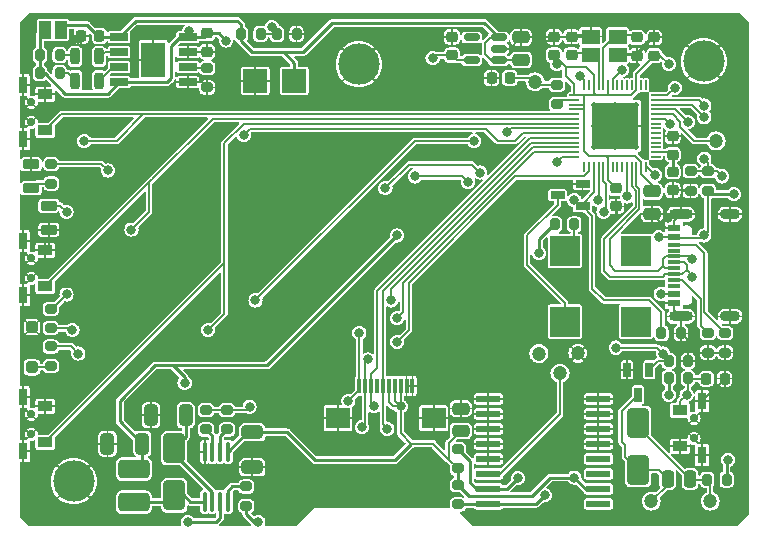
<source format=gbr>
%TF.GenerationSoftware,KiCad,Pcbnew,7.0.9*%
%TF.CreationDate,2024-04-19T00:42:05+03:00*%
%TF.ProjectId,DRM_Watch_V3,44524d5f-5761-4746-9368-5f56332e6b69,rev?*%
%TF.SameCoordinates,Original*%
%TF.FileFunction,Copper,L1,Top*%
%TF.FilePolarity,Positive*%
%FSLAX46Y46*%
G04 Gerber Fmt 4.6, Leading zero omitted, Abs format (unit mm)*
G04 Created by KiCad (PCBNEW 7.0.9) date 2024-04-19 00:42:05*
%MOMM*%
%LPD*%
G01*
G04 APERTURE LIST*
G04 Aperture macros list*
%AMRoundRect*
0 Rectangle with rounded corners*
0 $1 Rounding radius*
0 $2 $3 $4 $5 $6 $7 $8 $9 X,Y pos of 4 corners*
0 Add a 4 corners polygon primitive as box body*
4,1,4,$2,$3,$4,$5,$6,$7,$8,$9,$2,$3,0*
0 Add four circle primitives for the rounded corners*
1,1,$1+$1,$2,$3*
1,1,$1+$1,$4,$5*
1,1,$1+$1,$6,$7*
1,1,$1+$1,$8,$9*
0 Add four rect primitives between the rounded corners*
20,1,$1+$1,$2,$3,$4,$5,0*
20,1,$1+$1,$4,$5,$6,$7,0*
20,1,$1+$1,$6,$7,$8,$9,0*
20,1,$1+$1,$8,$9,$2,$3,0*%
G04 Aperture macros list end*
%TA.AperFunction,SMDPad,CuDef*%
%ADD10RoundRect,0.200000X0.275000X-0.200000X0.275000X0.200000X-0.275000X0.200000X-0.275000X-0.200000X0*%
%TD*%
%TA.AperFunction,SMDPad,CuDef*%
%ADD11RoundRect,0.250000X0.250000X-0.250000X0.250000X0.250000X-0.250000X0.250000X-0.250000X-0.250000X0*%
%TD*%
%TA.AperFunction,SMDPad,CuDef*%
%ADD12RoundRect,0.250000X-0.650000X0.325000X-0.650000X-0.325000X0.650000X-0.325000X0.650000X0.325000X0*%
%TD*%
%TA.AperFunction,SMDPad,CuDef*%
%ADD13R,2.500000X2.500000*%
%TD*%
%TA.AperFunction,SMDPad,CuDef*%
%ADD14RoundRect,0.200000X-0.275000X0.200000X-0.275000X-0.200000X0.275000X-0.200000X0.275000X0.200000X0*%
%TD*%
%TA.AperFunction,SMDPad,CuDef*%
%ADD15C,1.200000*%
%TD*%
%TA.AperFunction,ComponentPad*%
%ADD16C,3.500000*%
%TD*%
%TA.AperFunction,SMDPad,CuDef*%
%ADD17RoundRect,0.200000X-0.200000X-0.275000X0.200000X-0.275000X0.200000X0.275000X-0.200000X0.275000X0*%
%TD*%
%TA.AperFunction,SMDPad,CuDef*%
%ADD18RoundRect,0.225000X0.250000X-0.225000X0.250000X0.225000X-0.250000X0.225000X-0.250000X-0.225000X0*%
%TD*%
%TA.AperFunction,SMDPad,CuDef*%
%ADD19RoundRect,0.225000X-0.250000X0.225000X-0.250000X-0.225000X0.250000X-0.225000X0.250000X0.225000X0*%
%TD*%
%TA.AperFunction,SMDPad,CuDef*%
%ADD20RoundRect,0.200000X0.200000X0.500000X-0.200000X0.500000X-0.200000X-0.500000X0.200000X-0.500000X0*%
%TD*%
%TA.AperFunction,SMDPad,CuDef*%
%ADD21R,1.270000X0.900000*%
%TD*%
%TA.AperFunction,SMDPad,CuDef*%
%ADD22R,0.800000X1.450000*%
%TD*%
%TA.AperFunction,ComponentPad*%
%ADD23C,0.700000*%
%TD*%
%TA.AperFunction,SMDPad,CuDef*%
%ADD24RoundRect,0.250000X0.475000X-0.250000X0.475000X0.250000X-0.475000X0.250000X-0.475000X-0.250000X0*%
%TD*%
%TA.AperFunction,SMDPad,CuDef*%
%ADD25RoundRect,0.042000X0.573000X0.258000X-0.573000X0.258000X-0.573000X-0.258000X0.573000X-0.258000X0*%
%TD*%
%TA.AperFunction,SMDPad,CuDef*%
%ADD26R,2.000000X2.000000*%
%TD*%
%TA.AperFunction,SMDPad,CuDef*%
%ADD27R,1.500000X0.660400*%
%TD*%
%TA.AperFunction,SMDPad,CuDef*%
%ADD28R,2.000000X3.000000*%
%TD*%
%TA.AperFunction,SMDPad,CuDef*%
%ADD29RoundRect,0.250000X-0.650000X1.000000X-0.650000X-1.000000X0.650000X-1.000000X0.650000X1.000000X0*%
%TD*%
%TA.AperFunction,SMDPad,CuDef*%
%ADD30R,0.300000X1.300000*%
%TD*%
%TA.AperFunction,SMDPad,CuDef*%
%ADD31R,2.000000X1.800000*%
%TD*%
%TA.AperFunction,SMDPad,CuDef*%
%ADD32RoundRect,0.225000X0.225000X0.250000X-0.225000X0.250000X-0.225000X-0.250000X0.225000X-0.250000X0*%
%TD*%
%TA.AperFunction,SMDPad,CuDef*%
%ADD33RoundRect,0.250000X-0.250000X-0.475000X0.250000X-0.475000X0.250000X0.475000X-0.250000X0.475000X0*%
%TD*%
%TA.AperFunction,SMDPad,CuDef*%
%ADD34R,1.000000X1.500000*%
%TD*%
%TA.AperFunction,SMDPad,CuDef*%
%ADD35RoundRect,0.225000X-0.225000X-0.250000X0.225000X-0.250000X0.225000X0.250000X-0.225000X0.250000X0*%
%TD*%
%TA.AperFunction,SMDPad,CuDef*%
%ADD36RoundRect,0.041300X0.983700X0.253700X-0.983700X0.253700X-0.983700X-0.253700X0.983700X-0.253700X0*%
%TD*%
%TA.AperFunction,SMDPad,CuDef*%
%ADD37RoundRect,0.200000X-0.500000X0.200000X-0.500000X-0.200000X0.500000X-0.200000X0.500000X0.200000X0*%
%TD*%
%TA.AperFunction,SMDPad,CuDef*%
%ADD38RoundRect,0.100000X-0.100000X0.712500X-0.100000X-0.712500X0.100000X-0.712500X0.100000X0.712500X0*%
%TD*%
%TA.AperFunction,SMDPad,CuDef*%
%ADD39RoundRect,0.200000X0.200000X0.275000X-0.200000X0.275000X-0.200000X-0.275000X0.200000X-0.275000X0*%
%TD*%
%TA.AperFunction,SMDPad,CuDef*%
%ADD40RoundRect,0.250000X0.325000X0.650000X-0.325000X0.650000X-0.325000X-0.650000X0.325000X-0.650000X0*%
%TD*%
%TA.AperFunction,SMDPad,CuDef*%
%ADD41RoundRect,0.150000X0.512500X0.150000X-0.512500X0.150000X-0.512500X-0.150000X0.512500X-0.150000X0*%
%TD*%
%TA.AperFunction,SMDPad,CuDef*%
%ADD42RoundRect,0.320000X1.005000X-0.480000X1.005000X0.480000X-1.005000X0.480000X-1.005000X-0.480000X0*%
%TD*%
%TA.AperFunction,SMDPad,CuDef*%
%ADD43RoundRect,0.042000X-0.258000X0.573000X-0.258000X-0.573000X0.258000X-0.573000X0.258000X0.573000X0*%
%TD*%
%TA.AperFunction,SMDPad,CuDef*%
%ADD44R,1.140000X0.600000*%
%TD*%
%TA.AperFunction,SMDPad,CuDef*%
%ADD45R,1.140000X0.300000*%
%TD*%
%TA.AperFunction,ComponentPad*%
%ADD46O,2.000000X0.900000*%
%TD*%
%TA.AperFunction,ComponentPad*%
%ADD47O,1.700000X0.900000*%
%TD*%
%TA.AperFunction,SMDPad,CuDef*%
%ADD48R,1.500000X1.200000*%
%TD*%
%TA.AperFunction,SMDPad,CuDef*%
%ADD49RoundRect,0.200000X0.500000X-0.200000X0.500000X0.200000X-0.500000X0.200000X-0.500000X-0.200000X0*%
%TD*%
%TA.AperFunction,SMDPad,CuDef*%
%ADD50RoundRect,0.050000X-0.350000X-0.050000X0.350000X-0.050000X0.350000X0.050000X-0.350000X0.050000X0*%
%TD*%
%TA.AperFunction,SMDPad,CuDef*%
%ADD51RoundRect,0.050000X-0.050000X-0.350000X0.050000X-0.350000X0.050000X0.350000X-0.050000X0.350000X0*%
%TD*%
%TA.AperFunction,ComponentPad*%
%ADD52C,0.500000*%
%TD*%
%TA.AperFunction,SMDPad,CuDef*%
%ADD53R,4.000000X4.000000*%
%TD*%
%TA.AperFunction,ViaPad*%
%ADD54C,0.800000*%
%TD*%
%TA.AperFunction,Conductor*%
%ADD55C,0.150000*%
%TD*%
%TA.AperFunction,Conductor*%
%ADD56C,0.250000*%
%TD*%
%TA.AperFunction,Conductor*%
%ADD57C,0.200000*%
%TD*%
G04 APERTURE END LIST*
D10*
%TO.P,R3,1*%
%TO.N,GND*%
X124808302Y-72414727D03*
%TO.P,R3,2*%
%TO.N,Net-(J1-CC1)*%
X124808302Y-70764727D03*
%TD*%
D11*
%TO.P,D2,1,K*%
%TO.N,GND*%
X67564000Y-70260000D03*
%TO.P,D2,2,A*%
%TO.N,Net-(D2-A)*%
X67564000Y-73660000D03*
%TD*%
D12*
%TO.P,C18,1*%
%TO.N,+3V3*%
X86233000Y-79170000D03*
%TO.P,C18,2*%
%TO.N,GND*%
X86233000Y-82120000D03*
%TD*%
D13*
%TO.P,LS1,1*%
%TO.N,unconnected-(LS1-Pad1)*%
X118701681Y-63798319D03*
%TO.P,LS1,2*%
%TO.N,unconnected-(LS1-Pad2)*%
X118701681Y-69798319D03*
%TO.P,LS1,N*%
%TO.N,Net-(LS1-PadN)*%
X112701681Y-69798319D03*
%TO.P,LS1,P*%
%TO.N,Net-(LS1-PadP)*%
X112701681Y-63798319D03*
%TD*%
D14*
%TO.P,R14,1*%
%TO.N,Net-(U1-GPIO3{slash}ADC1_CH2)*%
X123333861Y-57059106D03*
%TO.P,R14,2*%
%TO.N,GND*%
X123333861Y-58709106D03*
%TD*%
D10*
%TO.P,R6,1*%
%TO.N,Net-(D2-A)*%
X69162006Y-73553422D03*
%TO.P,R6,2*%
%TO.N,Net-(U1-GPIO37)*%
X69162006Y-71903422D03*
%TD*%
D15*
%TO.P,TP28,1,1*%
%TO.N,unconnected-(TP28-Pad1)*%
X110500000Y-72500000D03*
%TD*%
D16*
%TO.P,M2,1*%
%TO.N,GND*%
X124460000Y-47752000D03*
%TD*%
D17*
%TO.P,R23,1*%
%TO.N,Net-(D7-K)*%
X124739793Y-83173225D03*
%TO.P,R23,2*%
%TO.N,VCC*%
X126389793Y-83173225D03*
%TD*%
D18*
%TO.P,C5,1*%
%TO.N,+3V3*%
X120267524Y-47275000D03*
%TO.P,C5,2*%
%TO.N,GND*%
X120267524Y-45725000D03*
%TD*%
D15*
%TO.P,TP36,1,1*%
%TO.N,Net-(U1-GPIO34)*%
X125500000Y-54500000D03*
%TD*%
D14*
%TO.P,R19,1*%
%TO.N,Net-(U1-GPIO33)*%
X103632000Y-80582000D03*
%TO.P,R19,2*%
%TO.N,+3V3*%
X103632000Y-82232000D03*
%TD*%
D19*
%TO.P,C15,1*%
%TO.N,GND*%
X111787761Y-45686050D03*
%TO.P,C15,2*%
%TO.N,+3V3*%
X111787761Y-47236050D03*
%TD*%
D14*
%TO.P,R9,1*%
%TO.N,Net-(U3-PROG)*%
X82423000Y-48324000D03*
%TO.P,R9,2*%
%TO.N,GND*%
X82423000Y-49974000D03*
%TD*%
D20*
%TO.P,D3,1,K*%
%TO.N,Net-(D3-K)*%
X73267123Y-47343045D03*
%TO.P,D3,2,A*%
%TO.N,Net-(D3-A)*%
X71235123Y-47343045D03*
%TD*%
D21*
%TO.P,S2,1*%
%TO.N,GND*%
X68703000Y-63754000D03*
%TO.P,S2,2*%
%TO.N,Net-(U1-GPIO1{slash}ADC1_CH0)*%
X68703000Y-66802000D03*
D22*
%TO.P,S2,3,Shield*%
%TO.N,GND*%
X66818000Y-62992000D03*
D23*
X67518000Y-64428000D03*
X67518000Y-66128000D03*
D22*
X66818000Y-67564000D03*
%TD*%
D24*
%TO.P,C9,1*%
%TO.N,VCC*%
X108991132Y-47638833D03*
%TO.P,C9,2*%
%TO.N,GND*%
X108991132Y-45738833D03*
%TD*%
D25*
%TO.P,Q1,1*%
%TO.N,Net-(U1-GPIO12{slash}ADC2_CH1)*%
X114190631Y-60049091D03*
%TO.P,Q1,2*%
%TO.N,GND*%
X114190631Y-58149091D03*
%TO.P,Q1,3*%
%TO.N,Net-(LS1-PadN)*%
X112070631Y-59099091D03*
%TD*%
D26*
%TO.P,BT1,1,+*%
%TO.N,VCC*%
X89789000Y-49403000D03*
%TO.P,BT1,2,-*%
%TO.N,GND*%
X86487000Y-49403000D03*
%TD*%
D10*
%TO.P,R21,1*%
%TO.N,Net-(R21-Pad1)*%
X85725000Y-85407000D03*
%TO.P,R21,2*%
%TO.N,Net-(U5-VA)*%
X85725000Y-83757000D03*
%TD*%
D18*
%TO.P,C6,1*%
%TO.N,+3V3*%
X103149132Y-47238833D03*
%TO.P,C6,2*%
%TO.N,GND*%
X103149132Y-45688833D03*
%TD*%
D14*
%TO.P,R17,1*%
%TO.N,Net-(U1-GPIO8{slash}ADC1_CH7)*%
X84074000Y-77280000D03*
%TO.P,R17,2*%
%TO.N,Net-(U5-RSW-Osc)*%
X84074000Y-78930000D03*
%TD*%
D19*
%TO.P,C4,1*%
%TO.N,+3V3*%
X117000000Y-58500000D03*
%TO.P,C4,2*%
%TO.N,GND*%
X117000000Y-60050000D03*
%TD*%
D27*
%TO.P,U3,1,TEMP*%
%TO.N,GND*%
X80756446Y-49519595D03*
%TO.P,U3,2,PROG*%
%TO.N,Net-(U3-PROG)*%
X80756446Y-48249595D03*
%TO.P,U3,3,GND*%
%TO.N,GND*%
X80756446Y-46979595D03*
%TO.P,U3,4,VCC*%
%TO.N,VBUS*%
X80756446Y-45709595D03*
%TO.P,U3,5,BAT*%
%TO.N,VCC*%
X74959234Y-45717485D03*
%TO.P,U3,6,STDBY*%
%TO.N,Net-(D3-K)*%
X74959234Y-46987485D03*
%TO.P,U3,7,CHRGE*%
%TO.N,Net-(D4-K)*%
X74959234Y-48257485D03*
%TO.P,U3,8,CE*%
%TO.N,VBUS*%
X74959234Y-49527485D03*
D28*
%TO.P,U3,9,HEAT*%
%TO.N,GND*%
X77851000Y-47625000D03*
%TD*%
D29*
%TO.P,D6,1,K*%
%TO.N,Net-(D6-K)*%
X79629000Y-80518000D03*
%TO.P,D6,2,A*%
%TO.N,Net-(D6-A)*%
X79629000Y-84518000D03*
%TD*%
D15*
%TO.P,TP41,1,1*%
%TO.N,Net-(D7-A)*%
X120000000Y-85000000D03*
%TD*%
D21*
%TO.P,S1,1*%
%TO.N,GND*%
X68703000Y-50546000D03*
%TO.P,S1,2*%
%TO.N,Net-(U1-GPIO0{slash}BOOT)*%
X68703000Y-53594000D03*
D22*
%TO.P,S1,3,Shield*%
%TO.N,GND*%
X66818000Y-49784000D03*
D23*
X67518000Y-51220000D03*
X67518000Y-52920000D03*
D22*
X66818000Y-54356000D03*
%TD*%
D18*
%TO.P,C12,1*%
%TO.N,GND*%
X82415870Y-46949882D03*
%TO.P,C12,2*%
%TO.N,VBUS*%
X82415870Y-45399882D03*
%TD*%
D30*
%TO.P,J2,1,SCL*%
%TO.N,Net-(J2-SCL)*%
X95286000Y-75230000D03*
%TO.P,J2,2,SDA*%
%TO.N,Net-(J2-SDA)*%
X95786000Y-75230000D03*
%TO.P,J2,3,CS*%
%TO.N,Net-(J2-CS)*%
X96286000Y-75230000D03*
%TO.P,J2,4,EXTCOMIN*%
%TO.N,unconnected-(J2-EXTCOMIN-Pad4)*%
X96786000Y-75230000D03*
%TO.P,J2,5,ON\u005COFF*%
%TO.N,Net-(J2-ON\u005COFF)*%
X97286000Y-75230000D03*
%TO.P,J2,6,VDDA*%
%TO.N,+3V3*%
X97786000Y-75230000D03*
%TO.P,J2,7,VDD*%
X98286000Y-75230000D03*
%TO.P,J2,8,EXTMODE*%
X98786000Y-75230000D03*
%TO.P,J2,9,GND*%
%TO.N,GND*%
X99286000Y-75230000D03*
%TO.P,J2,10,GNDA*%
X99786000Y-75230000D03*
D31*
%TO.P,J2,Z1,Mount*%
X93486000Y-77980000D03*
%TO.P,J2,Z2,Mount*%
X101586000Y-77980000D03*
%TD*%
D18*
%TO.P,C7,1*%
%TO.N,Net-(U1-VDD_SPI)*%
X121821319Y-55660182D03*
%TO.P,C7,2*%
%TO.N,GND*%
X121821319Y-54110182D03*
%TD*%
D29*
%TO.P,D7,1,K*%
%TO.N,Net-(D7-K)*%
X118892631Y-78365111D03*
%TO.P,D7,2,A*%
%TO.N,Net-(D7-A)*%
X118892631Y-82365111D03*
%TD*%
D32*
%TO.P,C14,1*%
%TO.N,GND*%
X126220937Y-74622765D03*
%TO.P,C14,2*%
%TO.N,Net-(U1-CHIP_PU{slash}RESET)*%
X124670937Y-74622765D03*
%TD*%
D19*
%TO.P,C3,1*%
%TO.N,Net-(U1-XTAL_N)*%
X118790503Y-45739216D03*
%TO.P,C3,2*%
%TO.N,GND*%
X118790503Y-47289216D03*
%TD*%
D33*
%TO.P,C19,1*%
%TO.N,Net-(D7-A)*%
X121405567Y-83127639D03*
%TO.P,C19,2*%
%TO.N,Net-(D7-K)*%
X123305567Y-83127639D03*
%TD*%
D17*
%TO.P,R7,1*%
%TO.N,VBUS*%
X68263000Y-47244000D03*
%TO.P,R7,2*%
%TO.N,Net-(D3-A)*%
X69913000Y-47244000D03*
%TD*%
D21*
%TO.P,S4,1*%
%TO.N,GND*%
X68703000Y-76962000D03*
%TO.P,S4,2*%
%TO.N,Net-(U1-GPIO2{slash}ADC1_CH1)*%
X68703000Y-80010000D03*
D22*
%TO.P,S4,3,Shield*%
%TO.N,GND*%
X66818000Y-76200000D03*
D23*
X67518000Y-77636000D03*
X67518000Y-79336000D03*
D22*
X66818000Y-80772000D03*
%TD*%
D34*
%TO.P,JP1,1,A*%
%TO.N,VBUS*%
X68692000Y-45085000D03*
%TO.P,JP1,2,B*%
%TO.N,VCC*%
X69992000Y-45085000D03*
%TD*%
D35*
%TO.P,C13,1*%
%TO.N,GND*%
X106488411Y-49190065D03*
%TO.P,C13,2*%
%TO.N,Net-(C13-Pad2)*%
X108038411Y-49190065D03*
%TD*%
D36*
%TO.P,U4,1,32KHZ*%
%TO.N,unconnected-(U4-32KHZ-Pad1)*%
X115526000Y-85217000D03*
%TO.P,U4,2,VCC*%
%TO.N,+3V3*%
X115526000Y-83947000D03*
%TO.P,U4,3,~{INT}/SQW*%
%TO.N,unconnected-(U4-~{INT}{slash}SQW-Pad3)*%
X115526000Y-82677000D03*
%TO.P,U4,4,~{RST}*%
%TO.N,unconnected-(U4-~{RST}-Pad4)*%
X115526000Y-81407000D03*
%TO.P,U4,5,N.C.*%
%TO.N,GND*%
X115526000Y-80137000D03*
%TO.P,U4,6,N.C.*%
X115526000Y-78867000D03*
%TO.P,U4,7,N.C.*%
X115526000Y-77597000D03*
%TO.P,U4,8,N.C.*%
X115526000Y-76327000D03*
%TO.P,U4,9,N.C.*%
X106216000Y-76327000D03*
%TO.P,U4,10,N.C.*%
X106216000Y-77597000D03*
%TO.P,U4,11,N.C.*%
X106216000Y-78867000D03*
%TO.P,U4,12,N.C.*%
X106216000Y-80137000D03*
%TO.P,U4,13,GND*%
X106216000Y-81407000D03*
%TO.P,U4,14,VBAT*%
%TO.N,Net-(U4-VBAT)*%
X106216000Y-82677000D03*
%TO.P,U4,15,SDA*%
%TO.N,Net-(U1-GPIO33)*%
X106216000Y-83947000D03*
%TO.P,U4,16,SCL*%
%TO.N,Net-(U1-GPIO35)*%
X106216000Y-85217000D03*
%TD*%
D14*
%TO.P,R10,1*%
%TO.N,Net-(D5-A)*%
X69150351Y-68709964D03*
%TO.P,R10,2*%
%TO.N,Net-(U1-GPIO38)*%
X69150351Y-70359964D03*
%TD*%
D24*
%TO.P,C10,1*%
%TO.N,+3V3*%
X103886000Y-79055000D03*
%TO.P,C10,2*%
%TO.N,GND*%
X103886000Y-77155000D03*
%TD*%
D37*
%TO.P,D1,1,K*%
%TO.N,GND*%
X67500000Y-56484000D03*
%TO.P,D1,2,A*%
%TO.N,Net-(D1-A)*%
X67500000Y-58516000D03*
%TD*%
D32*
%TO.P,C11,1*%
%TO.N,VCC*%
X73292000Y-45593000D03*
%TO.P,C11,2*%
%TO.N,GND*%
X71742000Y-45593000D03*
%TD*%
D38*
%TO.P,U5,1,VDD*%
%TO.N,+3V3*%
X84160000Y-80818500D03*
%TO.P,U5,2,RSW-Osc*%
%TO.N,Net-(U5-RSW-Osc)*%
X83510000Y-80818500D03*
%TO.P,U5,3,REL-Osc*%
%TO.N,Net-(U5-REL-Osc)*%
X82860000Y-80818500D03*
%TO.P,U5,4,GND*%
%TO.N,GND*%
X82210000Y-80818500D03*
%TO.P,U5,5,LX*%
%TO.N,Net-(D6-A)*%
X82210000Y-85043500D03*
%TO.P,U5,6,CS*%
%TO.N,Net-(D6-K)*%
X82860000Y-85043500D03*
%TO.P,U5,7,VB*%
%TO.N,Net-(U5-VB)*%
X83510000Y-85043500D03*
%TO.P,U5,8,VA*%
%TO.N,Net-(U5-VA)*%
X84160000Y-85043500D03*
%TD*%
D19*
%TO.P,C2,1*%
%TO.N,GND*%
X113258303Y-45680154D03*
%TO.P,C2,2*%
%TO.N,Net-(U1-XTAL_P)*%
X113258303Y-47230154D03*
%TD*%
D10*
%TO.P,R5,1*%
%TO.N,Net-(D1-A)*%
X69213058Y-58109281D03*
%TO.P,R5,2*%
%TO.N,Net-(U1-GPIO36)*%
X69213058Y-56459281D03*
%TD*%
D17*
%TO.P,R22,1*%
%TO.N,Net-(U1-GPIO9{slash}ADC1_CH8)*%
X121482052Y-73126193D03*
%TO.P,R22,2*%
%TO.N,GND*%
X123132052Y-73126193D03*
%TD*%
%TO.P,R8,1*%
%TO.N,VBUS*%
X68263000Y-48768000D03*
%TO.P,R8,2*%
%TO.N,Net-(D4-A)*%
X69913000Y-48768000D03*
%TD*%
D15*
%TO.P,TP39,1,1*%
%TO.N,Net-(U4-VBAT)*%
X112282436Y-74166863D03*
%TD*%
D39*
%TO.P,R4,1*%
%TO.N,Net-(LS1-PadP)*%
X113501600Y-61560666D03*
%TO.P,R4,2*%
%TO.N,VCC*%
X111851600Y-61560666D03*
%TD*%
D14*
%TO.P,R18,1*%
%TO.N,Net-(U1-GPIO8{slash}ADC1_CH7)*%
X82296000Y-77280000D03*
%TO.P,R18,2*%
%TO.N,Net-(U5-REL-Osc)*%
X82296000Y-78930000D03*
%TD*%
D40*
%TO.P,C16,1*%
%TO.N,Net-(D6-K)*%
X80596000Y-77724000D03*
%TO.P,C16,2*%
%TO.N,GND*%
X77646000Y-77724000D03*
%TD*%
D41*
%TO.P,U2,1,V_in*%
%TO.N,VCC*%
X107080632Y-47638833D03*
%TO.P,U2,2,GND*%
%TO.N,GND*%
X107080632Y-46688833D03*
%TO.P,U2,3,CE*%
%TO.N,VCC*%
X107080632Y-45738833D03*
%TO.P,U2,4,NC*%
%TO.N,unconnected-(U2-NC-Pad4)*%
X104805632Y-45738833D03*
%TO.P,U2,5,V_out*%
%TO.N,+3V3*%
X104805632Y-47638833D03*
%TD*%
D15*
%TO.P,TP27,1,1*%
%TO.N,Net-(C13-Pad2)*%
X110193874Y-49500000D03*
%TD*%
D16*
%TO.P,M3,1*%
%TO.N,GND*%
X95250000Y-48006000D03*
%TD*%
D15*
%TO.P,TP40,1,1*%
%TO.N,Net-(D7-K)*%
X125000000Y-85000000D03*
%TD*%
D14*
%TO.P,R2,1*%
%TO.N,Net-(J1-CC2)*%
X126276156Y-70767624D03*
%TO.P,R2,2*%
%TO.N,GND*%
X126276156Y-72417624D03*
%TD*%
D21*
%TO.P,S3,1*%
%TO.N,GND*%
X122452000Y-80352000D03*
%TO.P,S3,2*%
%TO.N,Net-(U1-CHIP_PU{slash}RESET)*%
X122452000Y-77304000D03*
D22*
%TO.P,S3,3,Shield*%
%TO.N,GND*%
X124337000Y-81114000D03*
D23*
X123637000Y-79678000D03*
X123637000Y-77978000D03*
D22*
X124337000Y-76542000D03*
%TD*%
D17*
%TO.P,R11,1*%
%TO.N,VCC*%
X85281000Y-45466000D03*
%TO.P,R11,2*%
%TO.N,Net-(U1-GPIO4{slash}ADC1_CH3)*%
X86931000Y-45466000D03*
%TD*%
D42*
%TO.P,L1,1,1*%
%TO.N,Net-(D6-A)*%
X76200000Y-85093000D03*
%TO.P,L1,2,2*%
%TO.N,VCC*%
X76200000Y-82293000D03*
%TD*%
D43*
%TO.P,Q2,1*%
%TO.N,Net-(U1-GPIO9{slash}ADC1_CH8)*%
X119849155Y-73870185D03*
%TO.P,Q2,2*%
%TO.N,GND*%
X117949155Y-73870185D03*
%TO.P,Q2,3*%
%TO.N,Net-(D7-A)*%
X118899155Y-75990185D03*
%TD*%
D40*
%TO.P,C17,1*%
%TO.N,VCC*%
X76913000Y-80137000D03*
%TO.P,C17,2*%
%TO.N,GND*%
X73963000Y-80137000D03*
%TD*%
D14*
%TO.P,R15,1*%
%TO.N,Net-(C13-Pad2)*%
X112031855Y-49735182D03*
%TO.P,R15,2*%
%TO.N,Net-(U1-LNA_IN{slash}RF)*%
X112031855Y-51385182D03*
%TD*%
D15*
%TO.P,TP8,1,1*%
%TO.N,GND*%
X113788762Y-72480091D03*
%TD*%
D16*
%TO.P,M1,1*%
%TO.N,GND*%
X71120000Y-83312000D03*
%TD*%
D44*
%TO.P,J1,A1_B12,GND*%
%TO.N,GND*%
X121920000Y-68231000D03*
%TO.P,J1,A4_B9,VBUS*%
%TO.N,VBUS*%
X121920000Y-67431000D03*
D45*
%TO.P,J1,A5,CC1*%
%TO.N,Net-(J1-CC1)*%
X121920000Y-66281000D03*
%TO.P,J1,A6,DP1*%
%TO.N,Net-(J1-DP1)*%
X121920000Y-65281000D03*
%TO.P,J1,A7,DN1*%
%TO.N,Net-(J1-DN1)*%
X121920000Y-64781000D03*
%TO.P,J1,A8,SBU1*%
%TO.N,unconnected-(J1-SBU1-PadA8)*%
X121920000Y-63781000D03*
D44*
%TO.P,J1,B1_A12,GND*%
%TO.N,GND*%
X121920000Y-61831000D03*
%TO.P,J1,B4_A9,VBUS*%
%TO.N,VBUS*%
X121920000Y-62631000D03*
D45*
%TO.P,J1,B5,CC2*%
%TO.N,Net-(J1-CC2)*%
X121920000Y-63281000D03*
%TO.P,J1,B6,DP2*%
%TO.N,Net-(J1-DP1)*%
X121920000Y-64281000D03*
%TO.P,J1,B7,DN2*%
%TO.N,Net-(J1-DN1)*%
X121920000Y-65781000D03*
%TO.P,J1,B8,SBU2*%
%TO.N,unconnected-(J1-SBU2-PadB8)*%
X121920000Y-66781000D03*
D46*
%TO.P,J1,S1,SHIELD*%
%TO.N,GND*%
X122500000Y-69356000D03*
%TO.P,J1,S2,SHIELD*%
X122500000Y-60706000D03*
D47*
%TO.P,J1,S3,SHIELD*%
X126670000Y-69356000D03*
%TO.P,J1,S4,SHIELD*%
X126670000Y-60706000D03*
%TD*%
D17*
%TO.P,R16,1*%
%TO.N,+3V3*%
X121485176Y-74599188D03*
%TO.P,R16,2*%
%TO.N,Net-(U1-CHIP_PU{slash}RESET)*%
X123135176Y-74599188D03*
%TD*%
D10*
%TO.P,R13,1*%
%TO.N,VBUS*%
X124805082Y-58708034D03*
%TO.P,R13,2*%
%TO.N,Net-(U1-GPIO3{slash}ADC1_CH2)*%
X124805082Y-57058034D03*
%TD*%
D48*
%TO.P,Y1,1,XTAL_P*%
%TO.N,Net-(U1-XTAL_P)*%
X114877503Y-47188716D03*
%TO.P,Y1,2,GND*%
%TO.N,GND*%
X117163503Y-47188716D03*
%TO.P,Y1,3,XTAL_N*%
%TO.N,Net-(U1-XTAL_N)*%
X117163503Y-45664716D03*
%TO.P,Y1,4,GND*%
%TO.N,GND*%
X114877503Y-45664716D03*
%TD*%
D17*
%TO.P,R12,1*%
%TO.N,Net-(U1-GPIO4{slash}ADC1_CH3)*%
X88329000Y-45466000D03*
%TO.P,R12,2*%
%TO.N,GND*%
X89979000Y-45466000D03*
%TD*%
D10*
%TO.P,R20,1*%
%TO.N,Net-(U1-GPIO35)*%
X103632000Y-85280000D03*
%TO.P,R20,2*%
%TO.N,+3V3*%
X103632000Y-83630000D03*
%TD*%
D49*
%TO.P,D5,1,K*%
%TO.N,GND*%
X69000000Y-62016000D03*
%TO.P,D5,2,A*%
%TO.N,Net-(D5-A)*%
X69000000Y-59984000D03*
%TD*%
D19*
%TO.P,C8,1*%
%TO.N,Net-(U1-VDD_SPI)*%
X121821319Y-57110182D03*
%TO.P,C8,2*%
%TO.N,GND*%
X121821319Y-58660182D03*
%TD*%
D20*
%TO.P,D4,1,K*%
%TO.N,Net-(D4-K)*%
X73279000Y-49403000D03*
%TO.P,D4,2,A*%
%TO.N,Net-(D4-A)*%
X71247000Y-49403000D03*
%TD*%
D17*
%TO.P,R1,1*%
%TO.N,Net-(U1-GPIO12{slash}ADC2_CH1)*%
X120874648Y-70794524D03*
%TO.P,R1,2*%
%TO.N,GND*%
X122524648Y-70794524D03*
%TD*%
D50*
%TO.P,U1,1,VDDA*%
%TO.N,+3V3*%
X113496319Y-50637182D03*
%TO.P,U1,2,LNA_IN/RF*%
%TO.N,Net-(U1-LNA_IN{slash}RF)*%
X113496319Y-51037182D03*
%TO.P,U1,3,VDD3P3*%
%TO.N,+3V3*%
X113496319Y-51437182D03*
%TO.P,U1,4,VDD3P3*%
X113496319Y-51837182D03*
%TO.P,U1,5,GPIO0/BOOT*%
%TO.N,Net-(U1-GPIO0{slash}BOOT)*%
X113496319Y-52237182D03*
%TO.P,U1,6,GPIO1/ADC1_CH0*%
%TO.N,Net-(U1-GPIO1{slash}ADC1_CH0)*%
X113496319Y-52637182D03*
%TO.P,U1,7,GPIO2/ADC1_CH1*%
%TO.N,Net-(U1-GPIO2{slash}ADC1_CH1)*%
X113496319Y-53037182D03*
%TO.P,U1,8,GPIO3/ADC1_CH2*%
%TO.N,Net-(U1-GPIO3{slash}ADC1_CH2)*%
X113496319Y-53437182D03*
%TO.P,U1,9,GPIO4/ADC1_CH3*%
%TO.N,Net-(U1-GPIO4{slash}ADC1_CH3)*%
X113496319Y-53837182D03*
%TO.P,U1,10,GPIO5/ADC1_CH4*%
%TO.N,Net-(J2-CS)*%
X113496319Y-54237182D03*
%TO.P,U1,11,GPIO6/ADC1_CH5*%
%TO.N,Net-(J2-ON\u005COFF)*%
X113496319Y-54637182D03*
%TO.P,U1,12,GPIO7/ADC1_CH6*%
%TO.N,Net-(J2-SCL)*%
X113496319Y-55037182D03*
%TO.P,U1,13,GPIO8/ADC1_CH7*%
%TO.N,Net-(U1-GPIO8{slash}ADC1_CH7)*%
X113496319Y-55437182D03*
%TO.P,U1,14,GPIO9/ADC1_CH8*%
%TO.N,Net-(U1-GPIO9{slash}ADC1_CH8)*%
X113496319Y-55837182D03*
D51*
%TO.P,U1,15,GPIO10/ADC1_CH9*%
%TO.N,unconnected-(U1-GPIO10{slash}ADC1_CH9-Pad15)*%
X114346319Y-56687182D03*
%TO.P,U1,16,GPIO11/ADC2_CH0*%
%TO.N,Net-(J2-SDA)*%
X114746319Y-56687182D03*
%TO.P,U1,17,GPIO12/ADC2_CH1*%
%TO.N,Net-(U1-GPIO12{slash}ADC2_CH1)*%
X115146319Y-56687182D03*
%TO.P,U1,18,GPIO13/ADC2_CH2*%
%TO.N,Net-(U1-GPIO13{slash}ADC2_CH2)*%
X115546319Y-56687182D03*
%TO.P,U1,19,GPIO14/ADC2_CH3*%
%TO.N,Net-(U1-GPIO14{slash}ADC2_CH3)*%
X115946319Y-56687182D03*
%TO.P,U1,20,VDD3P3_RTC*%
%TO.N,+3V3*%
X116346319Y-56687182D03*
%TO.P,U1,21,GPIO15/ADC2_CH4/XTAL_32K_P*%
%TO.N,unconnected-(U1-GPIO15{slash}ADC2_CH4{slash}XTAL_32K_P-Pad21)*%
X116746319Y-56687182D03*
%TO.P,U1,22,GPIO16/ADC2_CH5/XTAL_32K_N*%
%TO.N,unconnected-(U1-GPIO16{slash}ADC2_CH5{slash}XTAL_32K_N-Pad22)*%
X117146319Y-56687182D03*
%TO.P,U1,23,GPIO17/ADC2_CH6/DAC_1*%
%TO.N,unconnected-(U1-GPIO17{slash}ADC2_CH6{slash}DAC_1-Pad23)*%
X117546319Y-56687182D03*
%TO.P,U1,24,GPIO18/ADC2_CH7/DAC_2*%
%TO.N,Net-(U1-GPIO18{slash}ADC2_CH7{slash}DAC_2)*%
X117946319Y-56687182D03*
%TO.P,U1,25,GPIO19/ADC2_CH8/USB_D-*%
%TO.N,Net-(J1-DN1)*%
X118346319Y-56687182D03*
%TO.P,U1,26,GPIO20/ADC2_CH9/USB_D+*%
%TO.N,Net-(J1-DP1)*%
X118746319Y-56687182D03*
%TO.P,U1,27,VDD3P3_RTC_IO*%
%TO.N,+3V3*%
X119146319Y-56687182D03*
%TO.P,U1,28,GPIO21*%
%TO.N,Net-(U1-GPIO21)*%
X119546319Y-56687182D03*
D50*
%TO.P,U1,29,SPI_CS1/GPIO26*%
%TO.N,unconnected-(U1-SPI_CS1{slash}GPIO26-Pad29)*%
X120396319Y-55837182D03*
%TO.P,U1,30,VDD_SPI*%
%TO.N,Net-(U1-VDD_SPI)*%
X120396319Y-55437182D03*
%TO.P,U1,31,SPIHD/GPIO27*%
%TO.N,unconnected-(U1-SPIHD{slash}GPIO27-Pad31)*%
X120396319Y-55037182D03*
%TO.P,U1,32,SPIWP/GPIO28*%
%TO.N,unconnected-(U1-SPIWP{slash}GPIO28-Pad32)*%
X120396319Y-54637182D03*
%TO.P,U1,33,SPICS0/GPIO29*%
%TO.N,unconnected-(U1-SPICS0{slash}GPIO29-Pad33)*%
X120396319Y-54237182D03*
%TO.P,U1,34,SPICLK/GPIO30*%
%TO.N,unconnected-(U1-SPICLK{slash}GPIO30-Pad34)*%
X120396319Y-53837182D03*
%TO.P,U1,35,SPIQ/GPIO31*%
%TO.N,unconnected-(U1-SPIQ{slash}GPIO31-Pad35)*%
X120396319Y-53437182D03*
%TO.P,U1,36,SPID/GPIO32*%
%TO.N,unconnected-(U1-SPID{slash}GPIO32-Pad36)*%
X120396319Y-53037182D03*
%TO.P,U1,37,GPIO33*%
%TO.N,Net-(U1-GPIO33)*%
X120396319Y-52637182D03*
%TO.P,U1,38,GPIO34*%
%TO.N,Net-(U1-GPIO34)*%
X120396319Y-52237182D03*
%TO.P,U1,39,GPIO35*%
%TO.N,Net-(U1-GPIO35)*%
X120396319Y-51837182D03*
%TO.P,U1,40,GPIO36*%
%TO.N,Net-(U1-GPIO36)*%
X120396319Y-51437182D03*
%TO.P,U1,41,GPIO37*%
%TO.N,Net-(U1-GPIO37)*%
X120396319Y-51037182D03*
%TO.P,U1,42,GPIO38*%
%TO.N,Net-(U1-GPIO38)*%
X120396319Y-50637182D03*
D51*
%TO.P,U1,43,MTCK/JTAG/GPIO39*%
%TO.N,unconnected-(U1-MTCK{slash}JTAG{slash}GPIO39-Pad43)*%
X119546319Y-49787182D03*
%TO.P,U1,44,MTDO/JTAG/GPIO40*%
%TO.N,unconnected-(U1-MTDO{slash}JTAG{slash}GPIO40-Pad44)*%
X119146319Y-49787182D03*
%TO.P,U1,45,VDD3P3_CPU*%
%TO.N,+3V3*%
X118746319Y-49787182D03*
%TO.P,U1,46,MTDI/JTAG/GPIO41*%
%TO.N,unconnected-(U1-MTDI{slash}JTAG{slash}GPIO41-Pad46)*%
X118346319Y-49787182D03*
%TO.P,U1,47,MTMS/JTAG/GPIO42*%
%TO.N,unconnected-(U1-MTMS{slash}JTAG{slash}GPIO42-Pad47)*%
X117946319Y-49787182D03*
%TO.P,U1,48,U0TXD/GPIO43*%
%TO.N,unconnected-(U1-U0TXD{slash}GPIO43-Pad48)*%
X117546319Y-49787182D03*
%TO.P,U1,49,U0RXD/GPIO44*%
%TO.N,unconnected-(U1-U0RXD{slash}GPIO44-Pad49)*%
X117146319Y-49787182D03*
%TO.P,U1,50,GPIO45*%
%TO.N,Net-(U1-GPIO45)*%
X116746319Y-49787182D03*
%TO.P,U1,51,VDDA*%
%TO.N,+3V3*%
X116346319Y-49787182D03*
%TO.P,U1,52,XTAL_N*%
%TO.N,Net-(U1-XTAL_N)*%
X115946319Y-49787182D03*
%TO.P,U1,53,XTAL_P*%
%TO.N,Net-(U1-XTAL_P)*%
X115546319Y-49787182D03*
%TO.P,U1,54,VDDA*%
%TO.N,+3V3*%
X115146319Y-49787182D03*
%TO.P,U1,55,GPIO46*%
%TO.N,unconnected-(U1-GPIO46-Pad55)*%
X114746319Y-49787182D03*
%TO.P,U1,56,CHIP_PU/RESET*%
%TO.N,Net-(U1-CHIP_PU{slash}RESET)*%
X114346319Y-49787182D03*
D52*
%TO.P,U1,57,GND*%
%TO.N,GND*%
X115196319Y-51487182D03*
X115196319Y-53237182D03*
X115196319Y-54987182D03*
X116946319Y-51487182D03*
X116946319Y-53237182D03*
D53*
X116946319Y-53237182D03*
D52*
X116946319Y-54987182D03*
X118696319Y-51487182D03*
X118696319Y-53237182D03*
X118696319Y-54987182D03*
%TD*%
D24*
%TO.P,C1,1*%
%TO.N,GND*%
X120078637Y-60668763D03*
%TO.P,C1,2*%
%TO.N,+3V3*%
X120078637Y-58768763D03*
%TD*%
D54*
%TO.N,Net-(U1-GPIO2{slash}ADC1_CH1)*%
X82500000Y-70500000D03*
%TO.N,VCC*%
X80500000Y-75000000D03*
X98500000Y-62500000D03*
X90297000Y-49657000D03*
X126500000Y-81500000D03*
X110500000Y-64000000D03*
%TO.N,+3V3*%
X113500000Y-83000000D03*
X121500000Y-76000000D03*
X121500000Y-48000000D03*
X101500000Y-47500000D03*
X98786004Y-76981996D03*
X112000000Y-48000000D03*
%TO.N,Net-(J1-DP1)*%
X123500000Y-64500000D03*
%TO.N,Net-(J1-DN1)*%
X123500000Y-66000000D03*
%TO.N,GND*%
X123500000Y-55500000D03*
X95500000Y-63000000D03*
X77851000Y-46736000D03*
X90000000Y-77000000D03*
X88000000Y-51000000D03*
X113000000Y-79500000D03*
X68500000Y-85500000D03*
X122500000Y-45500000D03*
X78000000Y-54500000D03*
X100000000Y-55500000D03*
X99949000Y-78867002D03*
X106500000Y-55500000D03*
X102500000Y-69000000D03*
X71501000Y-45847000D03*
X109000000Y-77500000D03*
X121463044Y-61026906D03*
X126500000Y-52500000D03*
X109000000Y-66500000D03*
X83500000Y-75000000D03*
X82000000Y-55500000D03*
X93000000Y-55500000D03*
X81000000Y-65500000D03*
X110500000Y-46000000D03*
X87000000Y-71500000D03*
X85979002Y-49276001D03*
X99000000Y-48000000D03*
X91500000Y-61000000D03*
X110269252Y-51321865D03*
X76000000Y-70500000D03*
X72500000Y-78000000D03*
X126500000Y-80000000D03*
X105000000Y-51000000D03*
X126500000Y-78000000D03*
X110000000Y-60500000D03*
X95500000Y-83500000D03*
X73000000Y-60000000D03*
X116000000Y-67000000D03*
X90000000Y-83000000D03*
X74000000Y-66500000D03*
%TO.N,Net-(J2-SCL)*%
X94361000Y-76530498D03*
X95290644Y-70742408D03*
X98000000Y-68000000D03*
%TO.N,Net-(J2-SDA)*%
X95503992Y-78740000D03*
X98500000Y-71500000D03*
X96000000Y-73000000D03*
%TO.N,Net-(J2-CS)*%
X96520000Y-76962004D03*
%TO.N,Net-(J2-ON\u005COFF)*%
X97663000Y-78867010D03*
%TO.N,Net-(U1-GPIO0{slash}BOOT)*%
X72000000Y-54500000D03*
%TO.N,Net-(U1-GPIO1{slash}ADC1_CH0)*%
X76000000Y-62000000D03*
%TO.N,Net-(U1-CHIP_PU{slash}RESET)*%
X123000000Y-76000000D03*
X113999984Y-49000000D03*
%TO.N,Net-(U1-GPIO12{slash}ADC2_CH1)*%
X113500000Y-59500000D03*
%TO.N,Net-(U1-GPIO33)*%
X108712000Y-83058000D03*
X121631589Y-53086184D03*
%TO.N,VBUS*%
X127000000Y-59000000D03*
X120804250Y-67434643D03*
X80899000Y-45212000D03*
X120650703Y-62649509D03*
X84000000Y-46000000D03*
X124500000Y-62500000D03*
%TO.N,Net-(U1-GPIO35)*%
X123106070Y-52893938D03*
X111000000Y-84500000D03*
%TO.N,Net-(D5-A)*%
X70500000Y-67500000D03*
X70500000Y-60500000D03*
%TO.N,Net-(U1-GPIO4{slash}ADC1_CH3)*%
X85500000Y-54000000D03*
X87884000Y-44831000D03*
%TO.N,Net-(U1-GPIO3{slash}ADC1_CH2)*%
X107825000Y-53712182D03*
X124500000Y-56000000D03*
X126000000Y-57500000D03*
%TO.N,Net-(U1-GPIO36)*%
X124500000Y-52500000D03*
X100000000Y-57500000D03*
X74000000Y-57000000D03*
X104500008Y-58000000D03*
%TO.N,Net-(U1-GPIO37)*%
X71500000Y-72500000D03*
X124500000Y-51500000D03*
X105500000Y-57175000D03*
X97500000Y-58500000D03*
%TO.N,Net-(U1-GPIO38)*%
X86500000Y-68000000D03*
X122000000Y-50000000D03*
X105000000Y-54500000D03*
X71000000Y-70500000D03*
%TO.N,Net-(U1-GPIO14{slash}ADC2_CH3)*%
X115976791Y-60498736D03*
%TO.N,Net-(U1-GPIO18{slash}ADC2_CH7{slash}DAC_2)*%
X117992578Y-59193089D03*
%TO.N,Net-(U1-GPIO21)*%
X120321319Y-57385182D03*
%TO.N,Net-(U1-GPIO45)*%
X117500000Y-48500000D03*
%TO.N,Net-(U1-GPIO13{slash}ADC2_CH2)*%
X115500000Y-59500064D03*
%TO.N,Net-(R21-Pad1)*%
X86741000Y-86740992D03*
%TO.N,Net-(U1-GPIO8{slash}ADC1_CH7)*%
X86000000Y-77000000D03*
X98500000Y-69500000D03*
%TO.N,Net-(U5-VB)*%
X80772000Y-86741012D03*
%TO.N,Net-(U1-GPIO9{slash}ADC1_CH8)*%
X121000000Y-72500000D03*
X117000000Y-72000000D03*
X112008797Y-56242807D03*
%TD*%
D55*
%TO.N,Net-(U1-GPIO2{slash}ADC1_CH1)*%
X83856500Y-64856500D02*
X83856500Y-69143500D01*
X83856500Y-64856500D02*
X68703000Y-80010000D01*
X83856500Y-69143500D02*
X82500000Y-70500000D01*
X113496319Y-53037182D02*
X85508223Y-53037182D01*
X83856500Y-54688905D02*
X83856500Y-64856500D01*
X85508223Y-53037182D02*
X83856500Y-54688905D01*
D56*
%TO.N,VCC*%
X85281000Y-44641000D02*
X84963000Y-44323000D01*
D57*
X107080632Y-47638833D02*
X108991132Y-47638833D01*
D56*
X88900000Y-46990000D02*
X89789000Y-47879000D01*
X110500000Y-62813241D02*
X110500000Y-64000000D01*
X88900000Y-46990000D02*
X90510000Y-46990000D01*
X76353719Y-44323000D02*
X74959234Y-45717485D01*
D57*
X106418133Y-45738833D02*
X105943132Y-46213834D01*
D56*
X85281000Y-46038000D02*
X86233000Y-46990000D01*
D55*
X90297000Y-49657000D02*
X90043000Y-49657000D01*
D56*
X85281000Y-45466000D02*
X85281000Y-44641000D01*
D57*
X107080632Y-45738833D02*
X106418133Y-45738833D01*
X105943132Y-47163832D02*
X106418133Y-47638833D01*
X106418133Y-47638833D02*
X107080632Y-47638833D01*
D56*
X126389793Y-81610207D02*
X126500000Y-81500000D01*
X84963000Y-44323000D02*
X76353719Y-44323000D01*
X78000000Y-73500000D02*
X79500000Y-73500000D01*
X85344000Y-45466000D02*
X85281000Y-45466000D01*
X70231000Y-44704000D02*
X72276000Y-44704000D01*
X79500000Y-73500000D02*
X87500000Y-73500000D01*
X93000000Y-44500000D02*
X105841799Y-44500000D01*
X69992000Y-44943000D02*
X70231000Y-44704000D01*
X126389793Y-83173225D02*
X126389793Y-81610207D01*
X87500000Y-73500000D02*
X98500000Y-62500000D01*
D55*
X90043000Y-49657000D02*
X89789000Y-49403000D01*
D56*
X72276000Y-44704000D02*
X73292000Y-45720000D01*
X80500000Y-75000000D02*
X80500000Y-74500000D01*
D57*
X105943132Y-46213834D02*
X105943132Y-47163832D01*
D56*
X85281000Y-45466000D02*
X85281000Y-46038000D01*
X69992000Y-45085000D02*
X69992000Y-44943000D01*
X76913000Y-80137000D02*
X75000000Y-78224000D01*
X74956719Y-45720000D02*
X74959234Y-45717485D01*
X89789000Y-47879000D02*
X89789000Y-49403000D01*
X105841799Y-44500000D02*
X107080632Y-45738833D01*
X86233000Y-46990000D02*
X88900000Y-46990000D01*
X80500000Y-74500000D02*
X79500000Y-73500000D01*
X75000000Y-76500000D02*
X78000000Y-73500000D01*
X76913000Y-80137000D02*
X76913000Y-81580000D01*
X75000000Y-78224000D02*
X75000000Y-76500000D01*
X111850000Y-61463241D02*
X110500000Y-62813241D01*
X76913000Y-81580000D02*
X76200000Y-82293000D01*
X90510000Y-46990000D02*
X93000000Y-44500000D01*
X73292000Y-45720000D02*
X74956719Y-45720000D01*
D57*
%TO.N,+3V3*%
X114321319Y-50637182D02*
X113496319Y-50637182D01*
X114273319Y-51837182D02*
X114321319Y-51885182D01*
X114321319Y-51385182D02*
X114321319Y-50637182D01*
X118746319Y-48796205D02*
X120267524Y-47275000D01*
D56*
X121485176Y-75985176D02*
X121500000Y-76000000D01*
X86233000Y-79170000D02*
X89170000Y-79170000D01*
D57*
X115146319Y-50462182D02*
X115146319Y-49787182D01*
X104805632Y-47638833D02*
X103549132Y-47638833D01*
X113496319Y-51437182D02*
X114269319Y-51437182D01*
X116346319Y-56687182D02*
X116346319Y-57846319D01*
X118746319Y-50212832D02*
X118321969Y-50637182D01*
X98286000Y-76481992D02*
X98786004Y-76981996D01*
X116346319Y-55910182D02*
X116346319Y-56687182D01*
X119146319Y-56687182D02*
X119146319Y-56261532D01*
X112786797Y-49010358D02*
X112786797Y-48235086D01*
X116181271Y-55745134D02*
X116346319Y-55910182D01*
D56*
X89170000Y-79170000D02*
X91500000Y-81500000D01*
D57*
X115321319Y-50637182D02*
X114321319Y-50637182D01*
X116321319Y-50637182D02*
X116346319Y-50612182D01*
X114321319Y-51885182D02*
X114321319Y-55362822D01*
X116346319Y-57846319D02*
X117000000Y-58500000D01*
X102882000Y-80059000D02*
X102882000Y-81482000D01*
D56*
X84160000Y-80818500D02*
X85808500Y-79170000D01*
X121485176Y-74599188D02*
X121485176Y-75985176D01*
D57*
X115146319Y-48913115D02*
X114468290Y-48235086D01*
X103886000Y-79055000D02*
X102882000Y-80059000D01*
X116346319Y-50612182D02*
X116346319Y-49787182D01*
X97786000Y-76577000D02*
X98171000Y-76962000D01*
X116321319Y-50637182D02*
X115321319Y-50637182D01*
X98766008Y-76962000D02*
X98786004Y-76981996D01*
X98786004Y-76981996D02*
X98786004Y-79228004D01*
X103549132Y-47638833D02*
X103149132Y-47238833D01*
X113496319Y-50637182D02*
X113496319Y-49719880D01*
X114269319Y-51437182D02*
X114321319Y-51385182D01*
D56*
X104584000Y-84582000D02*
X103632000Y-83630000D01*
X113500000Y-83000000D02*
X111474695Y-83000000D01*
D57*
X101761167Y-47238833D02*
X101500000Y-47500000D01*
X99695000Y-80137000D02*
X101537000Y-80137000D01*
X101537000Y-80137000D02*
X102882000Y-81482000D01*
X114703631Y-55745134D02*
X116181271Y-55745134D01*
X120078637Y-58240158D02*
X119146319Y-57307840D01*
X120078637Y-58768763D02*
X120078637Y-58240158D01*
X115146319Y-49787182D02*
X115146319Y-48913115D01*
X118746319Y-49787182D02*
X118746319Y-50212832D01*
X103149132Y-47238833D02*
X101761167Y-47238833D01*
X113496319Y-49719880D02*
X112786797Y-49010358D01*
D56*
X114447000Y-83947000D02*
X115526000Y-83947000D01*
D57*
X98786000Y-76981992D02*
X98786004Y-76981996D01*
X102882000Y-81482000D02*
X103632000Y-82232000D01*
X111787761Y-47236050D02*
X111787761Y-47787761D01*
X113496319Y-51837182D02*
X114273319Y-51837182D01*
D56*
X103632000Y-82232000D02*
X103632000Y-83630000D01*
D57*
X111787761Y-47787761D02*
X112000000Y-48000000D01*
X118746319Y-49787182D02*
X118746319Y-48796205D01*
X115321319Y-50637182D02*
X115146319Y-50462182D01*
X114321319Y-51885182D02*
X114321319Y-51385182D01*
X114468290Y-48235086D02*
X112786797Y-48235086D01*
X119146319Y-56261532D02*
X118629921Y-55745134D01*
X98286000Y-75230000D02*
X98286000Y-76481992D01*
X120267524Y-47275000D02*
X120775000Y-47275000D01*
X98171000Y-76962000D02*
X98766008Y-76962000D01*
D56*
X113500000Y-83000000D02*
X114447000Y-83947000D01*
D57*
X120775000Y-47275000D02*
X121500000Y-48000000D01*
D56*
X91500000Y-81500000D02*
X98332000Y-81500000D01*
X111474695Y-83000000D02*
X109892695Y-84582000D01*
X85808500Y-79170000D02*
X86233000Y-79170000D01*
D57*
X97786000Y-75230000D02*
X97786000Y-76577000D01*
X114321319Y-55362822D02*
X114703631Y-55745134D01*
X98786000Y-75230000D02*
X98786000Y-76981992D01*
X112786797Y-48235086D02*
X111787761Y-47236050D01*
D56*
X98332000Y-81500000D02*
X99695000Y-80137000D01*
D57*
X119146319Y-57307840D02*
X119146319Y-56687182D01*
X118629921Y-55745134D02*
X116181271Y-55745134D01*
X98786004Y-79228004D02*
X99695000Y-80137000D01*
X118321969Y-50637182D02*
X116321319Y-50637182D01*
D56*
X109892695Y-84582000D02*
X104584000Y-84582000D01*
D55*
%TO.N,Net-(J1-CC1)*%
X124195147Y-67886147D02*
X122590000Y-66281000D01*
X124195147Y-70151572D02*
X124808302Y-70764727D01*
X122590000Y-66281000D02*
X121920000Y-66281000D01*
X124195147Y-67886147D02*
X124195147Y-70151572D01*
%TO.N,Net-(U1-XTAL_P)*%
X115546319Y-47857532D02*
X114877503Y-47188716D01*
X115546319Y-49787182D02*
X115546319Y-47857532D01*
X114877503Y-47023406D02*
X113299741Y-47023406D01*
X113299741Y-47023406D02*
X113258303Y-47064844D01*
X115250000Y-47395903D02*
X114877503Y-47023406D01*
%TO.N,Net-(U1-XTAL_N)*%
X115946319Y-49787182D02*
X115946319Y-46605900D01*
X118716003Y-45499406D02*
X118790503Y-45573906D01*
X115946319Y-46605900D02*
X116887503Y-45664716D01*
X116887503Y-45664716D02*
X117163503Y-45664716D01*
X117163503Y-45499406D02*
X118716003Y-45499406D01*
%TO.N,Net-(D3-K)*%
X73789515Y-46987485D02*
X74959234Y-46987485D01*
X73279000Y-47498000D02*
X73789515Y-46987485D01*
%TO.N,Net-(U1-VDD_SPI)*%
X121598319Y-55437182D02*
X121821319Y-55660182D01*
X120396319Y-55437182D02*
X121598319Y-55437182D01*
D56*
X121821319Y-55660182D02*
X121821319Y-57110182D01*
D55*
%TO.N,Net-(J1-DP1)*%
X118746319Y-58306890D02*
X119008627Y-58569198D01*
X116976681Y-65500000D02*
X120581000Y-65500000D01*
X116500000Y-65023319D02*
X116976681Y-65500000D01*
X123281000Y-64281000D02*
X123500000Y-64500000D01*
X121219000Y-64281000D02*
X121920000Y-64281000D01*
X121000000Y-64500000D02*
X121219000Y-64281000D01*
X118746319Y-56687182D02*
X118746319Y-58306890D01*
X121920000Y-64281000D02*
X123281000Y-64281000D01*
X121000000Y-65081000D02*
X121000000Y-64500000D01*
X116500000Y-62775000D02*
X116500000Y-65023319D01*
X119008627Y-60266373D02*
X116500000Y-62775000D01*
X120581000Y-65500000D02*
X121000000Y-65081000D01*
X121920000Y-65281000D02*
X121200000Y-65281000D01*
X119008627Y-58569198D02*
X119008627Y-60266373D01*
X121200000Y-65281000D02*
X121000000Y-65081000D01*
%TO.N,Net-(J1-DN1)*%
X116000000Y-62812868D02*
X116000000Y-65500000D01*
X118708627Y-58708627D02*
X118708627Y-60104241D01*
X123000000Y-65421000D02*
X123000000Y-65000000D01*
X118346319Y-56687182D02*
X118346319Y-58346319D01*
X118708627Y-60104241D02*
X116000000Y-62812868D01*
X118346319Y-58346319D02*
X118708627Y-58708627D01*
X121200000Y-65781000D02*
X121920000Y-65781000D01*
X123500000Y-65921000D02*
X123500000Y-66000000D01*
X116500000Y-66000000D02*
X120981000Y-66000000D01*
X122781000Y-64781000D02*
X121920000Y-64781000D01*
X123000000Y-65000000D02*
X122781000Y-64781000D01*
X116000000Y-65500000D02*
X116500000Y-66000000D01*
X120981000Y-66000000D02*
X121200000Y-65781000D01*
X121920000Y-65781000D02*
X122640000Y-65781000D01*
X122640000Y-65781000D02*
X123000000Y-65421000D01*
X123000000Y-65421000D02*
X123500000Y-65921000D01*
%TO.N,GND*%
X124144851Y-72414727D02*
X122524648Y-70794524D01*
D57*
X118790503Y-47289216D02*
X118790503Y-47202021D01*
D55*
X69000000Y-63457000D02*
X68703000Y-63754000D01*
X117264003Y-47123906D02*
X117163503Y-47023406D01*
D57*
X118690003Y-47188716D02*
X118790503Y-47289216D01*
D55*
X122524648Y-70794524D02*
X122524648Y-69380648D01*
X118790503Y-47123906D02*
X117264003Y-47123906D01*
X126276156Y-72417624D02*
X124811199Y-72417624D01*
X124337000Y-76542000D02*
X124337000Y-76506702D01*
X113273741Y-45499406D02*
X113258303Y-45514844D01*
X114190631Y-58149091D02*
X111350909Y-58149091D01*
D57*
X118790503Y-47202021D02*
X120267524Y-45725000D01*
X110500000Y-46000000D02*
X111473811Y-46000000D01*
D56*
X115500000Y-62500000D02*
X115500000Y-66500000D01*
D57*
X117163503Y-47188716D02*
X118690003Y-47188716D01*
X113258303Y-45680154D02*
X114862065Y-45680154D01*
X111787761Y-45686050D02*
X113252407Y-45686050D01*
X81968595Y-49519595D02*
X82423000Y-49974000D01*
D55*
X121920000Y-61831000D02*
X121920000Y-61286000D01*
D57*
X108041132Y-46688833D02*
X108991132Y-45738833D01*
D55*
X121240874Y-61831000D02*
X120078637Y-60668763D01*
X121920000Y-68231000D02*
X121920000Y-68776000D01*
X114877503Y-45499406D02*
X113273741Y-45499406D01*
X121821319Y-58660182D02*
X123284937Y-58660182D01*
X69000000Y-62016000D02*
X69000000Y-63457000D01*
D57*
X110238833Y-45738833D02*
X110500000Y-46000000D01*
D55*
X124808302Y-72414727D02*
X124144851Y-72414727D01*
D56*
X117000000Y-60050000D02*
X117000000Y-61000000D01*
D55*
X111350909Y-58149091D02*
X110000000Y-59500000D01*
X121920000Y-68776000D02*
X122500000Y-69356000D01*
D56*
X115500000Y-66500000D02*
X116000000Y-67000000D01*
D55*
X126220937Y-72472843D02*
X126276156Y-72417624D01*
X121920000Y-61286000D02*
X122500000Y-60706000D01*
X124811199Y-72417624D02*
X124808302Y-72414727D01*
D57*
X80756446Y-49519595D02*
X81968595Y-49519595D01*
D55*
X121920000Y-61831000D02*
X121240874Y-61831000D01*
X126220937Y-74622765D02*
X126220937Y-72472843D01*
D57*
X80756446Y-46979595D02*
X82386157Y-46979595D01*
D55*
X124337000Y-76506702D02*
X126220937Y-74622765D01*
D57*
X111473811Y-46000000D02*
X111787761Y-45686050D01*
X114862065Y-45680154D02*
X114877503Y-45664716D01*
D56*
X117000000Y-61000000D02*
X115500000Y-62500000D01*
D57*
X108991132Y-45738833D02*
X110238833Y-45738833D01*
D55*
X110000000Y-59500000D02*
X110000000Y-60500000D01*
D57*
X113252407Y-45686050D02*
X113258303Y-45680154D01*
D55*
X118790503Y-47123906D02*
X118790503Y-47036711D01*
D57*
X82386157Y-46979595D02*
X82415870Y-46949882D01*
D55*
X123284937Y-58660182D02*
X123333861Y-58709106D01*
D57*
X107080632Y-46688833D02*
X108041132Y-46688833D01*
D55*
X122524648Y-69380648D02*
X122500000Y-69356000D01*
X118790503Y-47036711D02*
X120267524Y-45559690D01*
%TO.N,Net-(J1-CC2)*%
X125000000Y-69491468D02*
X124991468Y-69491468D01*
X124991468Y-69491468D02*
X124500000Y-69000000D01*
X123781000Y-63281000D02*
X121920000Y-63281000D01*
X126276156Y-70767624D02*
X125000000Y-69491468D01*
X124500000Y-64000000D02*
X123781000Y-63281000D01*
X124500000Y-69000000D02*
X124500000Y-64000000D01*
%TO.N,Net-(J2-SCL)*%
X95286000Y-75230000D02*
X95286000Y-70747052D01*
X95286000Y-75605498D02*
X95286000Y-75230000D01*
X113496319Y-55037182D02*
X109962818Y-55037182D01*
X94361000Y-76530498D02*
X95286000Y-75605498D01*
X95286000Y-70747052D02*
X95290644Y-70742408D01*
X109962818Y-55037182D02*
X98000000Y-67000000D01*
X98000000Y-67000000D02*
X98000000Y-68000000D01*
%TO.N,Net-(J2-SDA)*%
X99500000Y-66500000D02*
X99500000Y-70500000D01*
X108500000Y-57500000D02*
X99500000Y-66500000D01*
X95786000Y-78457992D02*
X95503992Y-78740000D01*
X96000000Y-73000000D02*
X95786000Y-73214000D01*
X114746319Y-56687182D02*
X114746319Y-57077476D01*
X95786000Y-75230000D02*
X95786000Y-78457992D01*
X114323795Y-57500000D02*
X108500000Y-57500000D01*
X95786000Y-73214000D02*
X95786000Y-75230000D01*
X99500000Y-70500000D02*
X98500000Y-71500000D01*
X114746319Y-57077476D02*
X114323795Y-57500000D01*
%TO.N,Net-(J2-CS)*%
X109762818Y-54237182D02*
X96788303Y-67211697D01*
X96286000Y-74214000D02*
X96286000Y-75230000D01*
X96286000Y-76728004D02*
X96520000Y-76962004D01*
X96788303Y-73711697D02*
X96286000Y-74214000D01*
X113496319Y-54237182D02*
X109762818Y-54237182D01*
X96286000Y-75230000D02*
X96286000Y-76728004D01*
X96788303Y-67211697D02*
X96788303Y-73711697D01*
%TO.N,Net-(U1-LNA_IN{slash}RF)*%
X112379855Y-51037182D02*
X112031855Y-51385182D01*
X113496319Y-51037182D02*
X112379855Y-51037182D01*
%TO.N,Net-(J2-ON\u005COFF)*%
X97286000Y-78490010D02*
X97663000Y-78867010D01*
X97286000Y-75230000D02*
X97286000Y-78490010D01*
X109862818Y-54637182D02*
X97300000Y-67200000D01*
X113496319Y-54637182D02*
X109862818Y-54637182D01*
X97300000Y-75216000D02*
X97286000Y-75230000D01*
X97300000Y-67200000D02*
X97300000Y-75216000D01*
%TO.N,Net-(U1-GPIO0{slash}BOOT)*%
X113496319Y-52237182D02*
X113484137Y-52225000D01*
X77000000Y-52237182D02*
X74737182Y-54500000D01*
X113484137Y-52225000D02*
X77012182Y-52225000D01*
X70059818Y-52237182D02*
X68703000Y-53594000D01*
X77012182Y-52225000D02*
X77000000Y-52237182D01*
X77000000Y-52237182D02*
X70059818Y-52237182D01*
X74737182Y-54500000D02*
X72000000Y-54500000D01*
%TO.N,Net-(U1-GPIO1{slash}ADC1_CH0)*%
X82867818Y-52637182D02*
X77752500Y-57752500D01*
X77500000Y-58005000D02*
X77752500Y-57752500D01*
X77500000Y-60500000D02*
X76000000Y-62000000D01*
X113496319Y-52637182D02*
X82867818Y-52637182D01*
X77752500Y-57752500D02*
X68703000Y-66802000D01*
X77500000Y-60500000D02*
X77500000Y-58005000D01*
D57*
%TO.N,Net-(U1-CHIP_PU{slash}RESET)*%
X122452000Y-76548000D02*
X123000000Y-76000000D01*
X114346319Y-49787182D02*
X114346319Y-49346335D01*
D55*
X123158753Y-74622765D02*
X123135176Y-74599188D01*
X123135176Y-75864824D02*
X123000000Y-76000000D01*
X123135176Y-74599188D02*
X123135176Y-75864824D01*
D57*
X114346319Y-49346335D02*
X113999984Y-49000000D01*
X122452000Y-77304000D02*
X122452000Y-76548000D01*
D55*
X124670937Y-74622765D02*
X123158753Y-74622765D01*
%TO.N,Net-(U1-GPIO12{slash}ADC2_CH1)*%
X120874648Y-69021286D02*
X119853362Y-68000000D01*
X120874648Y-70794524D02*
X120874648Y-69021286D01*
X115146319Y-56687182D02*
X115146319Y-58853681D01*
X114190631Y-59809369D02*
X114190631Y-60049091D01*
X115146319Y-58853681D02*
X114190631Y-59809369D01*
X114049091Y-60049091D02*
X113500000Y-59500000D01*
X116000000Y-68000000D02*
X115000000Y-67000000D01*
X114190631Y-60049091D02*
X114049091Y-60049091D01*
X115000000Y-67000000D02*
X115000000Y-60858460D01*
X119853362Y-68000000D02*
X116000000Y-68000000D01*
X115000000Y-60858460D02*
X114190631Y-60049091D01*
%TO.N,Net-(LS1-PadN)*%
X109500000Y-62500000D02*
X112070631Y-59929369D01*
X112701681Y-68201681D02*
X109500000Y-65000000D01*
X112701681Y-69798319D02*
X112701681Y-68201681D01*
X109500000Y-65000000D02*
X109500000Y-62500000D01*
X112070631Y-59929369D02*
X112070631Y-59099091D01*
%TO.N,Net-(LS1-PadP)*%
X113500000Y-61463241D02*
X113500000Y-63000000D01*
X111978466Y-64927773D02*
X111978466Y-64521534D01*
%TO.N,Net-(D1-A)*%
X69213058Y-58109281D02*
X67906719Y-58109281D01*
X67906719Y-58109281D02*
X67500000Y-58516000D01*
%TO.N,Net-(D2-A)*%
X67564000Y-73660000D02*
X69055428Y-73660000D01*
X69055428Y-73660000D02*
X69162006Y-73553422D01*
D56*
%TO.N,Net-(U1-GPIO33)*%
X105191001Y-83947000D02*
X104648000Y-83403999D01*
X106216000Y-83947000D02*
X105191001Y-83947000D01*
D57*
X121182587Y-52637182D02*
X121631589Y-53086184D01*
X120396319Y-52637182D02*
X121182587Y-52637182D01*
D56*
X106216000Y-83947000D02*
X107823000Y-83947000D01*
X104648000Y-81598000D02*
X103632000Y-80582000D01*
X104648000Y-83403999D02*
X104648000Y-81598000D01*
X107823000Y-83947000D02*
X108712000Y-83058000D01*
%TO.N,VBUS*%
X82106157Y-45709595D02*
X82415870Y-45399882D01*
X83399882Y-45399882D02*
X84000000Y-46000000D01*
X68263000Y-45514000D02*
X68692000Y-45085000D01*
X80147405Y-45709595D02*
X80756446Y-45709595D01*
X78991485Y-49527485D02*
X78994000Y-49530000D01*
X82415870Y-45399882D02*
X83399882Y-45399882D01*
X78994000Y-49530000D02*
X79375000Y-49149000D01*
D57*
X124500000Y-62500000D02*
X124805082Y-62194918D01*
D56*
X68263000Y-48768000D02*
X68663000Y-48768000D01*
D57*
X124805082Y-62194918D02*
X124805082Y-58708034D01*
D56*
X125097048Y-59000000D02*
X124805082Y-58708034D01*
X79375000Y-46482000D02*
X80147405Y-45709595D01*
X68263000Y-48768000D02*
X68263000Y-47244000D01*
X79375000Y-49149000D02*
X79375000Y-46482000D01*
X74959234Y-49527485D02*
X78991485Y-49527485D01*
D57*
X121901491Y-62649509D02*
X121920000Y-62631000D01*
X120807893Y-67431000D02*
X120804250Y-67434643D01*
X124259000Y-62741000D02*
X124500000Y-62500000D01*
D56*
X68663000Y-48768000D02*
X70395000Y-50500000D01*
X80756446Y-45709595D02*
X80756446Y-45354554D01*
D57*
X121920000Y-62631000D02*
X122030000Y-62741000D01*
D56*
X80756446Y-45354554D02*
X80899000Y-45212000D01*
D57*
X121920000Y-67431000D02*
X120807893Y-67431000D01*
D56*
X127000000Y-59000000D02*
X125097048Y-59000000D01*
D57*
X122030000Y-62741000D02*
X124259000Y-62741000D01*
D56*
X70395000Y-50500000D02*
X73986719Y-50500000D01*
X68263000Y-47244000D02*
X68263000Y-45514000D01*
X73986719Y-50500000D02*
X74959234Y-49527485D01*
D57*
X120650703Y-62649509D02*
X121901491Y-62649509D01*
D56*
X80756446Y-45709595D02*
X82106157Y-45709595D01*
D55*
%TO.N,Net-(D4-K)*%
X74424515Y-48257485D02*
X74959234Y-48257485D01*
X73279000Y-49403000D02*
X74424515Y-48257485D01*
%TO.N,Net-(U3-PROG)*%
X80830851Y-48324000D02*
X80756446Y-48249595D01*
X82423000Y-48324000D02*
X80830851Y-48324000D01*
D56*
%TO.N,Net-(U1-GPIO35)*%
X103632000Y-85280000D02*
X106153000Y-85280000D01*
D57*
X120396319Y-51837182D02*
X122049314Y-51837182D01*
D56*
X106216000Y-85217000D02*
X110283000Y-85217000D01*
D57*
X122049314Y-51837182D02*
X123106070Y-52893938D01*
D56*
X110283000Y-85217000D02*
X111000000Y-84500000D01*
X106153000Y-85280000D02*
X106216000Y-85217000D01*
D55*
%TO.N,Net-(D5-A)*%
X69000000Y-59984000D02*
X69984000Y-59984000D01*
X69290036Y-68709964D02*
X69150351Y-68709964D01*
X69984000Y-59984000D02*
X70500000Y-60500000D01*
X70500000Y-67500000D02*
X69290036Y-68709964D01*
%TO.N,Net-(C13-Pad2)*%
X112031855Y-49735182D02*
X110332543Y-49735182D01*
X109883939Y-49190065D02*
X110193874Y-49500000D01*
X108230626Y-49596513D02*
X108000000Y-49365887D01*
X108038411Y-49190065D02*
X109883939Y-49190065D01*
X110332543Y-49735182D02*
X110193874Y-49596513D01*
%TO.N,Net-(U1-GPIO4{slash}ADC1_CH3)*%
X87884000Y-44831000D02*
X87884000Y-45021000D01*
X106000000Y-53500000D02*
X86000000Y-53500000D01*
X86000000Y-53500000D02*
X85500000Y-54000000D01*
X86931000Y-45466000D02*
X88329000Y-45466000D01*
X107000000Y-54500000D02*
X106000000Y-53500000D01*
X113496319Y-53837182D02*
X109162818Y-53837182D01*
X87884000Y-45021000D02*
X88329000Y-45466000D01*
X109162818Y-53837182D02*
X108500000Y-54500000D01*
X108500000Y-54500000D02*
X107000000Y-54500000D01*
%TO.N,Net-(U1-GPIO3{slash}ADC1_CH2)*%
X124805082Y-57058034D02*
X124805082Y-56305082D01*
X124805082Y-57058034D02*
X125558034Y-57058034D01*
X124805082Y-57058034D02*
X123334933Y-57058034D01*
X125558034Y-57058034D02*
X126000000Y-57500000D01*
X124805082Y-56305082D02*
X124500000Y-56000000D01*
X123334933Y-57058034D02*
X123333861Y-57059106D01*
X108100000Y-53437182D02*
X107825000Y-53712182D01*
X113496319Y-53437182D02*
X108100000Y-53437182D01*
%TO.N,Net-(U1-GPIO36)*%
X73459281Y-56459281D02*
X69213058Y-56459281D01*
X120396319Y-51437182D02*
X123437182Y-51437182D01*
X74000000Y-57000000D02*
X73459281Y-56459281D01*
X123437182Y-51437182D02*
X124500000Y-52500000D01*
X104000008Y-57500000D02*
X104500008Y-58000000D01*
X100000000Y-57500000D02*
X104000008Y-57500000D01*
%TO.N,Net-(U1-GPIO37)*%
X70903422Y-71903422D02*
X69162006Y-71903422D01*
X99500000Y-56500000D02*
X104825000Y-56500000D01*
X71500000Y-72500000D02*
X70903422Y-71903422D01*
X120396319Y-51037182D02*
X124037182Y-51037182D01*
X104825000Y-56500000D02*
X105500000Y-57175000D01*
X124037182Y-51037182D02*
X124500000Y-51500000D01*
X97500000Y-58500000D02*
X99500000Y-56500000D01*
%TO.N,Net-(U1-GPIO38)*%
X100000000Y-54500000D02*
X105000000Y-54500000D01*
X120396319Y-50637182D02*
X121362818Y-50637182D01*
X70859964Y-70359964D02*
X71000000Y-70500000D01*
X86500000Y-68000000D02*
X100000000Y-54500000D01*
X69150351Y-70359964D02*
X70859964Y-70359964D01*
X121362818Y-50637182D02*
X122000000Y-50000000D01*
%TO.N,Net-(U4-VBAT)*%
X112282436Y-77635563D02*
X112282436Y-74166863D01*
X107240999Y-82677000D02*
X112282436Y-77635563D01*
X106216000Y-82677000D02*
X107240999Y-82677000D01*
%TO.N,Net-(U1-GPIO14{slash}ADC2_CH3)*%
X115946319Y-57905939D02*
X115946319Y-56687182D01*
X116160536Y-58120156D02*
X115946319Y-57905939D01*
X115976791Y-60498736D02*
X116160536Y-60314991D01*
X116160536Y-60314991D02*
X116160536Y-58120156D01*
%TO.N,Net-(U1-GPIO18{slash}ADC2_CH7{slash}DAC_2)*%
X117946319Y-56687182D02*
X117946319Y-59146830D01*
X117946319Y-59146830D02*
X117992578Y-59193089D01*
%TO.N,Net-(U1-GPIO21)*%
X119623319Y-56687182D02*
X120321319Y-57385182D01*
X119546319Y-56687182D02*
X119623319Y-56687182D01*
%TO.N,Net-(U1-GPIO45)*%
X116746319Y-49787182D02*
X116746319Y-49253681D01*
X116746319Y-49253681D02*
X117500000Y-48500000D01*
%TO.N,Net-(U1-GPIO34)*%
X122467444Y-53305924D02*
X123661520Y-54500000D01*
X121822966Y-52237182D02*
X122467444Y-52881660D01*
X122467444Y-52881660D02*
X122467444Y-53305924D01*
X123661520Y-54500000D02*
X125500000Y-54500000D01*
X120396319Y-52237182D02*
X121822966Y-52237182D01*
%TO.N,Net-(U1-GPIO13{slash}ADC2_CH2)*%
X115546319Y-56687182D02*
X115546319Y-59453745D01*
X115546319Y-59453745D02*
X115500000Y-59500064D01*
%TO.N,Net-(D3-A)*%
X70993000Y-47244000D02*
X71247000Y-47498000D01*
X69913000Y-47244000D02*
X70993000Y-47244000D01*
%TO.N,Net-(D4-A)*%
X69913000Y-48768000D02*
X70612000Y-48768000D01*
X70612000Y-48768000D02*
X71247000Y-49403000D01*
D56*
%TO.N,Net-(D6-K)*%
X80596000Y-79551000D02*
X79629000Y-80518000D01*
X82860000Y-84231001D02*
X79629000Y-81000001D01*
X80596000Y-77724000D02*
X80596000Y-79551000D01*
X82860000Y-85043500D02*
X82860000Y-84231001D01*
X79629000Y-81000001D02*
X79629000Y-80518000D01*
%TO.N,Net-(D6-A)*%
X79054000Y-85093000D02*
X79629000Y-84518000D01*
X82210000Y-85043500D02*
X80979500Y-85043500D01*
X80454000Y-84518000D02*
X79629000Y-84518000D01*
X80979500Y-85043500D02*
X80454000Y-84518000D01*
X76200000Y-85093000D02*
X79054000Y-85093000D01*
%TO.N,Net-(R21-Pad1)*%
X85725000Y-86106000D02*
X86359992Y-86740992D01*
X85725000Y-85407000D02*
X85725000Y-86106000D01*
X86359992Y-86740992D02*
X86741000Y-86740992D01*
D55*
%TO.N,Net-(U1-GPIO8{slash}ADC1_CH7)*%
X85720000Y-77280000D02*
X86000000Y-77000000D01*
X110062818Y-55437182D02*
X99000000Y-66500000D01*
X99000000Y-66500000D02*
X99000000Y-69000000D01*
X82296000Y-77280000D02*
X84074000Y-77280000D01*
X99000000Y-69000000D02*
X98500000Y-69500000D01*
X113496319Y-55437182D02*
X110062818Y-55437182D01*
X84074000Y-77280000D02*
X85720000Y-77280000D01*
D56*
%TO.N,Net-(U5-RSW-Osc)*%
X83510000Y-80818500D02*
X83510000Y-79494000D01*
X83510000Y-79494000D02*
X84074000Y-78930000D01*
%TO.N,Net-(U5-REL-Osc)*%
X82860000Y-80818500D02*
X82860000Y-79494000D01*
X82860000Y-79494000D02*
X82296000Y-78930000D01*
%TO.N,Net-(U5-VA)*%
X84518000Y-83757000D02*
X85725000Y-83757000D01*
X84160000Y-85043500D02*
X84160000Y-84115000D01*
X84160000Y-84115000D02*
X84518000Y-83757000D01*
%TO.N,Net-(U5-VB)*%
X83184988Y-86741012D02*
X80772000Y-86741012D01*
X83510000Y-85043500D02*
X83510000Y-86416000D01*
X83510000Y-86416000D02*
X83184988Y-86741012D01*
D55*
%TO.N,Net-(D7-A)*%
X117767631Y-81240111D02*
X117767631Y-80267631D01*
X121405567Y-83127639D02*
X120643039Y-82365111D01*
X120643039Y-82365111D02*
X118892631Y-82365111D01*
X120000000Y-85000000D02*
X121405567Y-83594433D01*
X121405567Y-83594433D02*
X121405567Y-83127639D01*
X117500000Y-80000000D02*
X117500000Y-77389340D01*
X117767631Y-80267631D02*
X117500000Y-80000000D01*
X117500000Y-77389340D02*
X118899155Y-75990185D01*
X118892631Y-82365111D02*
X117767631Y-81240111D01*
%TO.N,Net-(D7-K)*%
X123351153Y-83173225D02*
X123305567Y-83127639D01*
X125000000Y-83433432D02*
X124739793Y-83173225D01*
X124739793Y-83173225D02*
X123351153Y-83173225D01*
X123305567Y-83127639D02*
X118892631Y-78714703D01*
X125000000Y-85000000D02*
X125000000Y-83433432D01*
X118892631Y-78714703D02*
X118892631Y-78365111D01*
%TO.N,Net-(U1-GPIO9{slash}ADC1_CH8)*%
X112414422Y-55837182D02*
X112008797Y-56242807D01*
X121482052Y-72982052D02*
X121000000Y-72500000D01*
X113496319Y-55837182D02*
X112414422Y-55837182D01*
X120500000Y-72000000D02*
X121000000Y-72500000D01*
X121482052Y-73126193D02*
X121482052Y-72982052D01*
X117000000Y-72000000D02*
X120500000Y-72000000D01*
X119849155Y-73870185D02*
X120593147Y-73126193D01*
X120593147Y-73126193D02*
X121482052Y-73126193D01*
%TD*%
%TA.AperFunction,Conductor*%
%TO.N,GND*%
G36*
X80476506Y-44665813D02*
G01*
X80501816Y-44709650D01*
X80493026Y-44759500D01*
X80473989Y-44781207D01*
X80470722Y-44783713D01*
X80470715Y-44783720D01*
X80374464Y-44909158D01*
X80313955Y-45055238D01*
X80313955Y-45055239D01*
X80308766Y-45094661D01*
X80306361Y-45112932D01*
X80306147Y-45114554D01*
X80282774Y-45159453D01*
X80236008Y-45178825D01*
X80232780Y-45178895D01*
X79986698Y-45178895D01*
X79961255Y-45183956D01*
X79928213Y-45190528D01*
X79861895Y-45234842D01*
X79861893Y-45234844D01*
X79817579Y-45301162D01*
X79815918Y-45309512D01*
X79808609Y-45346262D01*
X79805946Y-45359648D01*
X79805946Y-45560075D01*
X79788633Y-45607641D01*
X79784272Y-45612401D01*
X79177326Y-46219347D01*
X79131450Y-46240739D01*
X79082555Y-46227638D01*
X79053521Y-46186174D01*
X79051000Y-46167021D01*
X79051000Y-46105302D01*
X79039396Y-46046964D01*
X78995192Y-45980808D01*
X78995191Y-45980807D01*
X78929035Y-45936603D01*
X78870697Y-45925000D01*
X77926000Y-45925000D01*
X77926000Y-47626000D01*
X77908687Y-47673566D01*
X77864850Y-47698876D01*
X77852000Y-47700000D01*
X76651000Y-47700000D01*
X76651000Y-49127985D01*
X76633687Y-49175551D01*
X76589850Y-49200861D01*
X76577000Y-49201985D01*
X75975327Y-49201985D01*
X75927761Y-49184672D01*
X75902749Y-49142422D01*
X75902210Y-49139710D01*
X75898101Y-49119054D01*
X75893843Y-49112682D01*
X75875376Y-49085044D01*
X75853786Y-49052733D01*
X75811587Y-49024536D01*
X75787466Y-49008418D01*
X75787467Y-49008418D01*
X75750162Y-49000998D01*
X75728982Y-48996785D01*
X74253483Y-48996785D01*
X74205917Y-48979472D01*
X74180607Y-48935635D01*
X74189397Y-48885785D01*
X74201157Y-48870459D01*
X74261757Y-48809859D01*
X74307633Y-48788467D01*
X74314083Y-48788185D01*
X75728980Y-48788185D01*
X75728982Y-48788185D01*
X75787465Y-48776552D01*
X75853786Y-48732237D01*
X75898101Y-48665916D01*
X75909734Y-48607433D01*
X75909734Y-47907537D01*
X75898101Y-47849054D01*
X75896761Y-47847049D01*
X75876020Y-47816008D01*
X75853786Y-47782733D01*
X75815788Y-47757343D01*
X75787466Y-47738418D01*
X75787467Y-47738418D01*
X75747799Y-47730528D01*
X75728982Y-47726785D01*
X74189486Y-47726785D01*
X74170669Y-47730528D01*
X74131001Y-47738418D01*
X74064683Y-47782732D01*
X74064681Y-47782734D01*
X74020367Y-47849051D01*
X74014200Y-47880055D01*
X74001800Y-47900487D01*
X74007374Y-47909764D01*
X74008734Y-47923884D01*
X74008734Y-48252998D01*
X73991421Y-48300564D01*
X73987060Y-48305324D01*
X73755419Y-48536964D01*
X73709542Y-48558356D01*
X73669498Y-48550572D01*
X73604304Y-48517354D01*
X73604303Y-48517353D01*
X73510519Y-48502500D01*
X73047480Y-48502500D01*
X72953695Y-48517353D01*
X72953693Y-48517354D01*
X72840657Y-48574950D01*
X72750951Y-48664656D01*
X72693353Y-48777698D01*
X72678500Y-48871480D01*
X72678500Y-49934519D01*
X72693353Y-50028303D01*
X72713022Y-50066905D01*
X72719190Y-50117147D01*
X72691621Y-50159599D01*
X72647087Y-50174500D01*
X71878912Y-50174500D01*
X71831346Y-50157187D01*
X71806036Y-50113350D01*
X71812976Y-50066906D01*
X71832646Y-50028304D01*
X71847500Y-49934519D01*
X71847499Y-48871482D01*
X71847293Y-48870184D01*
X71832646Y-48777695D01*
X71832645Y-48777693D01*
X71791610Y-48697159D01*
X71775050Y-48664658D01*
X71685342Y-48574950D01*
X71572304Y-48517354D01*
X71572302Y-48517353D01*
X71572301Y-48517353D01*
X71478519Y-48502500D01*
X71015480Y-48502500D01*
X70921695Y-48517353D01*
X70853150Y-48552279D01*
X70802908Y-48558447D01*
X70778443Y-48547873D01*
X70778049Y-48547610D01*
X70760054Y-48535586D01*
X70719495Y-48508485D01*
X70639133Y-48492500D01*
X70639132Y-48492500D01*
X70639130Y-48492499D01*
X70612001Y-48487103D01*
X70612000Y-48487103D01*
X70595925Y-48490300D01*
X70545896Y-48482598D01*
X70512522Y-48444539D01*
X70508402Y-48429296D01*
X70498646Y-48367695D01*
X70498645Y-48367693D01*
X70459886Y-48291625D01*
X70441050Y-48254658D01*
X70351342Y-48164950D01*
X70238304Y-48107354D01*
X70238302Y-48107353D01*
X70238301Y-48107353D01*
X70144519Y-48092500D01*
X69681480Y-48092500D01*
X69587695Y-48107353D01*
X69587693Y-48107354D01*
X69474657Y-48164950D01*
X69384951Y-48254656D01*
X69384950Y-48254658D01*
X69349227Y-48324769D01*
X69327353Y-48367698D01*
X69312500Y-48461480D01*
X69312500Y-48778522D01*
X69295187Y-48826088D01*
X69251350Y-48851398D01*
X69201500Y-48842608D01*
X69186174Y-48830848D01*
X68904357Y-48549031D01*
X68902175Y-48546650D01*
X68880811Y-48521189D01*
X68863499Y-48473623D01*
X68863499Y-48461480D01*
X68848646Y-48367695D01*
X68848645Y-48367693D01*
X68809886Y-48291625D01*
X68791050Y-48254658D01*
X68701342Y-48164950D01*
X68698021Y-48163258D01*
X68628904Y-48128040D01*
X68594382Y-48091019D01*
X68588500Y-48062106D01*
X68588500Y-47949892D01*
X68605813Y-47902326D01*
X68628899Y-47883961D01*
X68701342Y-47847050D01*
X68791050Y-47757342D01*
X68848646Y-47644304D01*
X68863500Y-47550519D01*
X69312500Y-47550519D01*
X69327353Y-47644304D01*
X69327354Y-47644306D01*
X69382228Y-47751999D01*
X69384950Y-47757342D01*
X69474658Y-47847050D01*
X69587696Y-47904646D01*
X69681481Y-47919500D01*
X70144518Y-47919499D01*
X70144519Y-47919499D01*
X70238304Y-47904646D01*
X70238306Y-47904645D01*
X70254739Y-47896272D01*
X70351342Y-47847050D01*
X70441050Y-47757342D01*
X70494690Y-47652066D01*
X70531710Y-47617546D01*
X70582259Y-47614896D01*
X70622686Y-47645360D01*
X70634624Y-47685663D01*
X70634624Y-47874564D01*
X70649476Y-47968349D01*
X70649477Y-47968351D01*
X70694780Y-48057261D01*
X70707073Y-48081387D01*
X70796781Y-48171095D01*
X70909819Y-48228691D01*
X71003604Y-48243545D01*
X71466641Y-48243544D01*
X71466642Y-48243544D01*
X71560427Y-48228691D01*
X71560429Y-48228690D01*
X71588076Y-48214603D01*
X71673465Y-48171095D01*
X71763173Y-48081387D01*
X71820769Y-47968349D01*
X71835623Y-47874564D01*
X72666623Y-47874564D01*
X72681476Y-47968349D01*
X72681477Y-47968351D01*
X72726780Y-48057261D01*
X72739073Y-48081387D01*
X72828781Y-48171095D01*
X72941819Y-48228691D01*
X73035604Y-48243545D01*
X73498641Y-48243544D01*
X73498642Y-48243544D01*
X73592427Y-48228691D01*
X73592429Y-48228690D01*
X73620076Y-48214603D01*
X73705465Y-48171095D01*
X73795173Y-48081387D01*
X73852769Y-47968349D01*
X73861645Y-47912308D01*
X73874852Y-47888481D01*
X73868483Y-47876871D01*
X73867622Y-47865628D01*
X73867622Y-47550000D01*
X76651000Y-47550000D01*
X77776000Y-47550000D01*
X77776000Y-45925000D01*
X76831303Y-45925000D01*
X76772964Y-45936603D01*
X76706808Y-45980807D01*
X76706807Y-45980808D01*
X76662603Y-46046964D01*
X76651000Y-46105302D01*
X76651000Y-47550000D01*
X73867622Y-47550000D01*
X73867622Y-47379347D01*
X73884935Y-47331782D01*
X73928772Y-47306472D01*
X73978622Y-47315262D01*
X74011159Y-47354039D01*
X74014200Y-47364912D01*
X74020367Y-47395917D01*
X74041675Y-47427805D01*
X74064682Y-47462237D01*
X74101112Y-47486579D01*
X74131001Y-47506551D01*
X74131002Y-47506551D01*
X74131003Y-47506552D01*
X74189486Y-47518185D01*
X74189488Y-47518185D01*
X75728980Y-47518185D01*
X75728982Y-47518185D01*
X75787465Y-47506552D01*
X75853786Y-47462237D01*
X75898101Y-47395916D01*
X75909734Y-47337433D01*
X75909734Y-46637537D01*
X75898101Y-46579054D01*
X75853786Y-46512733D01*
X75831577Y-46497893D01*
X75787466Y-46468418D01*
X75787467Y-46468418D01*
X75750162Y-46460998D01*
X75728982Y-46456785D01*
X74189486Y-46456785D01*
X74168306Y-46460998D01*
X74131001Y-46468418D01*
X74064683Y-46512732D01*
X74064681Y-46512734D01*
X74020367Y-46579052D01*
X74008734Y-46637538D01*
X74008734Y-46637985D01*
X74008673Y-46638152D01*
X74008377Y-46641158D01*
X74007606Y-46641082D01*
X73991421Y-46685551D01*
X73947584Y-46710861D01*
X73934734Y-46711985D01*
X73895183Y-46711985D01*
X73847617Y-46694672D01*
X73829249Y-46671581D01*
X73821629Y-46656626D01*
X73795173Y-46604703D01*
X73705465Y-46514995D01*
X73592427Y-46457399D01*
X73592425Y-46457398D01*
X73592424Y-46457398D01*
X73498642Y-46442545D01*
X73035603Y-46442545D01*
X72941818Y-46457398D01*
X72941816Y-46457399D01*
X72828780Y-46514995D01*
X72739074Y-46604701D01*
X72681476Y-46717743D01*
X72666623Y-46811525D01*
X72666623Y-47874564D01*
X71835623Y-47874564D01*
X71835622Y-46811527D01*
X71822814Y-46730656D01*
X71820769Y-46717740D01*
X71820768Y-46717738D01*
X71789629Y-46656625D01*
X71763173Y-46604703D01*
X71673465Y-46514995D01*
X71560427Y-46457399D01*
X71560425Y-46457398D01*
X71560424Y-46457398D01*
X71466642Y-46442545D01*
X71003603Y-46442545D01*
X70909818Y-46457398D01*
X70909816Y-46457399D01*
X70796780Y-46514995D01*
X70707074Y-46604701D01*
X70649476Y-46717743D01*
X70634168Y-46814398D01*
X70632496Y-46814133D01*
X70613776Y-46855096D01*
X70568065Y-46876840D01*
X70519072Y-46864114D01*
X70495117Y-46836769D01*
X70457962Y-46763849D01*
X70441050Y-46730658D01*
X70351342Y-46640950D01*
X70238304Y-46583354D01*
X70238302Y-46583353D01*
X70238301Y-46583353D01*
X70144519Y-46568500D01*
X69681480Y-46568500D01*
X69587695Y-46583353D01*
X69587693Y-46583354D01*
X69474657Y-46640950D01*
X69384951Y-46730656D01*
X69384950Y-46730658D01*
X69330884Y-46836769D01*
X69327353Y-46843698D01*
X69312501Y-46937471D01*
X69312500Y-46937478D01*
X69312500Y-47550519D01*
X68863500Y-47550519D01*
X68863499Y-46937482D01*
X68863499Y-46937479D01*
X68863498Y-46937471D01*
X68848646Y-46843695D01*
X68848645Y-46843693D01*
X68807962Y-46763849D01*
X68791050Y-46730658D01*
X68701342Y-46640950D01*
X68648123Y-46613833D01*
X68628904Y-46604040D01*
X68594382Y-46567019D01*
X68588500Y-46538106D01*
X68588500Y-46109500D01*
X68605813Y-46061934D01*
X68649650Y-46036624D01*
X68662500Y-46035500D01*
X69211746Y-46035500D01*
X69211748Y-46035500D01*
X69270231Y-46023867D01*
X69300887Y-46003382D01*
X69350055Y-45991351D01*
X69383111Y-46003382D01*
X69413769Y-46023867D01*
X69472252Y-46035500D01*
X69472254Y-46035500D01*
X70511746Y-46035500D01*
X70511748Y-46035500D01*
X70570231Y-46023867D01*
X70636552Y-45979552D01*
X70680867Y-45913231D01*
X70692500Y-45854748D01*
X70692500Y-45668000D01*
X71092001Y-45668000D01*
X71092001Y-45876451D01*
X71107761Y-45975969D01*
X71107762Y-45975971D01*
X71168882Y-46095923D01*
X71264078Y-46191119D01*
X71384030Y-46252237D01*
X71384031Y-46252238D01*
X71483548Y-46267999D01*
X71667000Y-46267999D01*
X71667000Y-45668000D01*
X71817000Y-45668000D01*
X71817000Y-46267999D01*
X72000451Y-46267999D01*
X72099969Y-46252238D01*
X72099971Y-46252237D01*
X72219923Y-46191117D01*
X72315119Y-46095921D01*
X72376237Y-45975969D01*
X72376238Y-45975968D01*
X72392000Y-45876451D01*
X72392000Y-45668000D01*
X71817000Y-45668000D01*
X71667000Y-45668000D01*
X71092001Y-45668000D01*
X70692500Y-45668000D01*
X70692500Y-45103500D01*
X70709813Y-45055934D01*
X70753650Y-45030624D01*
X70766500Y-45029500D01*
X71078991Y-45029500D01*
X71126557Y-45046813D01*
X71151867Y-45090650D01*
X71144925Y-45137096D01*
X71107761Y-45210032D01*
X71092000Y-45309548D01*
X71092000Y-45518000D01*
X72391999Y-45518000D01*
X72391999Y-45458977D01*
X72409312Y-45411411D01*
X72453149Y-45386101D01*
X72502999Y-45394891D01*
X72518325Y-45406651D01*
X72619826Y-45508152D01*
X72641218Y-45554028D01*
X72641500Y-45560478D01*
X72641500Y-45876488D01*
X72657280Y-45976125D01*
X72657281Y-45976126D01*
X72718470Y-46096218D01*
X72718472Y-46096220D01*
X72813780Y-46191528D01*
X72933874Y-46252719D01*
X73033511Y-46268500D01*
X73033512Y-46268500D01*
X73550489Y-46268500D01*
X73609402Y-46259169D01*
X73650126Y-46252719D01*
X73770220Y-46191528D01*
X73865528Y-46096220D01*
X73866324Y-46094658D01*
X73870785Y-46085904D01*
X73907806Y-46051382D01*
X73936719Y-46045500D01*
X73943641Y-46045500D01*
X73991207Y-46062813D01*
X74016219Y-46105063D01*
X74020367Y-46125917D01*
X74047656Y-46166756D01*
X74064682Y-46192237D01*
X74096236Y-46213321D01*
X74131001Y-46236551D01*
X74131002Y-46236551D01*
X74131003Y-46236552D01*
X74189486Y-46248185D01*
X74189488Y-46248185D01*
X75728980Y-46248185D01*
X75728982Y-46248185D01*
X75787465Y-46236552D01*
X75853786Y-46192237D01*
X75898101Y-46125916D01*
X75909734Y-46067433D01*
X75909734Y-45367537D01*
X75898101Y-45309054D01*
X75898098Y-45309050D01*
X75896486Y-45305155D01*
X75894281Y-45254584D01*
X75912527Y-45224516D01*
X76466871Y-44670174D01*
X76512748Y-44648782D01*
X76519197Y-44648500D01*
X80428940Y-44648500D01*
X80476506Y-44665813D01*
G37*
%TD.AperFunction*%
%TA.AperFunction,Conductor*%
G36*
X127524682Y-43705313D02*
G01*
X127529442Y-43709674D01*
X128248455Y-44428687D01*
X128269847Y-44474563D01*
X128270129Y-44480979D01*
X128289113Y-86074922D01*
X128271822Y-86122496D01*
X128266949Y-86127768D01*
X127275587Y-87100812D01*
X127229513Y-87121775D01*
X127223751Y-87122000D01*
X104933100Y-87122000D01*
X104885534Y-87104687D01*
X104880238Y-87099785D01*
X104198047Y-86403407D01*
X103809013Y-86006283D01*
X103788095Y-85960190D01*
X103801699Y-85911433D01*
X103843460Y-85882827D01*
X103861875Y-85880499D01*
X103938518Y-85880499D01*
X103938519Y-85880499D01*
X104032304Y-85865646D01*
X104032306Y-85865645D01*
X104034419Y-85864568D01*
X104145342Y-85808050D01*
X104235050Y-85718342D01*
X104271959Y-85645903D01*
X104308979Y-85611382D01*
X104337893Y-85605500D01*
X104992007Y-85605500D01*
X105039573Y-85622813D01*
X105053533Y-85638385D01*
X105057972Y-85645028D01*
X105137954Y-85698470D01*
X105208486Y-85712500D01*
X105208488Y-85712500D01*
X107223512Y-85712500D01*
X107223514Y-85712500D01*
X107294046Y-85698470D01*
X107374028Y-85645028D01*
X107420560Y-85575388D01*
X107461382Y-85545456D01*
X107482089Y-85542500D01*
X110267174Y-85542500D01*
X110270394Y-85542640D01*
X110296546Y-85544928D01*
X110311805Y-85546264D01*
X110311805Y-85546263D01*
X110311807Y-85546264D01*
X110351967Y-85535502D01*
X110355100Y-85534807D01*
X110396045Y-85527588D01*
X110400194Y-85525191D01*
X110418055Y-85517794D01*
X110422684Y-85516554D01*
X110454160Y-85494514D01*
X114300500Y-85494514D01*
X114308570Y-85535085D01*
X114314530Y-85565046D01*
X114363534Y-85638387D01*
X114367972Y-85645028D01*
X114447954Y-85698470D01*
X114518486Y-85712500D01*
X114518488Y-85712500D01*
X116533512Y-85712500D01*
X116533514Y-85712500D01*
X116604046Y-85698470D01*
X116684028Y-85645028D01*
X116737470Y-85565046D01*
X116751500Y-85494514D01*
X116751500Y-84939486D01*
X116737470Y-84868954D01*
X116684028Y-84788972D01*
X116628620Y-84751950D01*
X116604046Y-84735530D01*
X116533514Y-84721500D01*
X114518486Y-84721500D01*
X114471464Y-84730853D01*
X114447953Y-84735530D01*
X114367972Y-84788971D01*
X114367971Y-84788972D01*
X114314530Y-84868953D01*
X114312541Y-84878951D01*
X114300500Y-84939486D01*
X114300500Y-85494514D01*
X110454160Y-85494514D01*
X110456733Y-85492712D01*
X110459450Y-85490980D01*
X110495455Y-85470194D01*
X110522187Y-85438334D01*
X110524348Y-85435976D01*
X110845750Y-85114574D01*
X110891625Y-85093183D01*
X110907730Y-85093533D01*
X111000000Y-85105682D01*
X111156762Y-85085044D01*
X111302841Y-85024536D01*
X111428282Y-84928282D01*
X111524536Y-84802841D01*
X111585044Y-84656762D01*
X111605682Y-84500000D01*
X111585044Y-84343238D01*
X111524536Y-84197159D01*
X111461330Y-84114787D01*
X111428284Y-84071720D01*
X111428279Y-84071715D01*
X111302841Y-83975464D01*
X111162420Y-83917299D01*
X111125100Y-83883101D01*
X111118493Y-83832915D01*
X111138411Y-83796608D01*
X111587847Y-83347174D01*
X111633724Y-83325782D01*
X111640173Y-83325500D01*
X112956358Y-83325500D01*
X113003924Y-83342813D01*
X113015066Y-83354452D01*
X113071715Y-83428279D01*
X113071720Y-83428284D01*
X113125119Y-83469258D01*
X113197159Y-83524536D01*
X113343238Y-83585044D01*
X113500000Y-83605682D01*
X113592264Y-83593534D01*
X113641682Y-83604490D01*
X113654248Y-83614574D01*
X113938726Y-83899053D01*
X114205652Y-84165979D01*
X114207824Y-84168349D01*
X114214287Y-84176051D01*
X114230860Y-84195803D01*
X114234545Y-84200194D01*
X114246498Y-84207095D01*
X114270540Y-84220976D01*
X114273261Y-84222709D01*
X114275680Y-84224402D01*
X114280149Y-84227531D01*
X114309185Y-84268993D01*
X114310286Y-84273712D01*
X114314530Y-84295046D01*
X114366111Y-84372244D01*
X114367972Y-84375028D01*
X114447954Y-84428470D01*
X114518486Y-84442500D01*
X114518488Y-84442500D01*
X116533512Y-84442500D01*
X116533514Y-84442500D01*
X116604046Y-84428470D01*
X116684028Y-84375028D01*
X116737470Y-84295046D01*
X116751500Y-84224514D01*
X116751500Y-83669486D01*
X116737470Y-83598954D01*
X116684028Y-83518972D01*
X116661330Y-83503806D01*
X116604046Y-83465530D01*
X116595017Y-83463734D01*
X116533514Y-83451500D01*
X114518486Y-83451500D01*
X114468316Y-83461479D01*
X114418286Y-83453778D01*
X114401554Y-83441227D01*
X114114575Y-83154249D01*
X114093183Y-83108373D01*
X114093533Y-83092269D01*
X114105682Y-83000000D01*
X114099693Y-82954512D01*
X114300500Y-82954512D01*
X114314530Y-83025046D01*
X114359442Y-83092263D01*
X114367972Y-83105028D01*
X114447954Y-83158470D01*
X114518486Y-83172500D01*
X114518488Y-83172500D01*
X116533512Y-83172500D01*
X116533514Y-83172500D01*
X116604046Y-83158470D01*
X116684028Y-83105028D01*
X116737470Y-83025046D01*
X116751500Y-82954514D01*
X116751500Y-82399486D01*
X116737470Y-82328954D01*
X116684028Y-82248972D01*
X116672164Y-82241045D01*
X116604046Y-82195530D01*
X116603347Y-82195391D01*
X116533514Y-82181500D01*
X114518486Y-82181500D01*
X114478334Y-82189487D01*
X114447953Y-82195530D01*
X114367972Y-82248971D01*
X114367971Y-82248972D01*
X114314530Y-82328953D01*
X114314224Y-82330492D01*
X114301246Y-82395739D01*
X114300500Y-82399487D01*
X114300500Y-82954512D01*
X114099693Y-82954512D01*
X114085044Y-82843238D01*
X114024536Y-82697159D01*
X113981145Y-82640611D01*
X113928284Y-82571720D01*
X113928279Y-82571715D01*
X113802841Y-82475464D01*
X113656761Y-82414955D01*
X113500000Y-82394318D01*
X113343239Y-82414955D01*
X113343238Y-82414955D01*
X113197158Y-82475464D01*
X113071720Y-82571715D01*
X113071715Y-82571720D01*
X113015066Y-82645548D01*
X112972375Y-82672746D01*
X112956358Y-82674500D01*
X111490521Y-82674500D01*
X111487300Y-82674359D01*
X111478345Y-82673575D01*
X111445889Y-82670735D01*
X111445887Y-82670735D01*
X111405728Y-82681495D01*
X111402579Y-82682193D01*
X111361647Y-82689412D01*
X111361646Y-82689412D01*
X111357485Y-82691815D01*
X111339654Y-82699201D01*
X111335012Y-82700445D01*
X111335007Y-82700447D01*
X111300963Y-82724285D01*
X111298242Y-82726019D01*
X111262242Y-82746804D01*
X111262238Y-82746808D01*
X111235522Y-82778645D01*
X111233341Y-82781026D01*
X109779543Y-84234826D01*
X109733667Y-84256218D01*
X109727217Y-84256500D01*
X108152477Y-84256500D01*
X108104911Y-84239187D01*
X108079601Y-84195350D01*
X108088391Y-84145500D01*
X108100151Y-84130174D01*
X108327783Y-83902542D01*
X108557750Y-83672574D01*
X108603625Y-83651183D01*
X108619730Y-83651533D01*
X108712000Y-83663682D01*
X108868762Y-83643044D01*
X109014841Y-83582536D01*
X109140282Y-83486282D01*
X109236536Y-83360841D01*
X109297044Y-83214762D01*
X109317682Y-83058000D01*
X109297044Y-82901238D01*
X109236536Y-82755159D01*
X109201284Y-82709218D01*
X109140284Y-82629720D01*
X109140279Y-82629715D01*
X109014841Y-82533464D01*
X108868761Y-82472955D01*
X108712000Y-82452318D01*
X108555239Y-82472955D01*
X108555238Y-82472955D01*
X108409158Y-82533464D01*
X108283720Y-82629715D01*
X108283715Y-82629720D01*
X108187464Y-82755158D01*
X108126955Y-82901238D01*
X108126955Y-82901239D01*
X108106318Y-83058000D01*
X108118464Y-83150265D01*
X108107508Y-83199684D01*
X108097423Y-83212249D01*
X107709848Y-83599826D01*
X107663972Y-83621218D01*
X107657522Y-83621500D01*
X107482089Y-83621500D01*
X107434523Y-83604187D01*
X107420560Y-83588612D01*
X107374028Y-83518972D01*
X107374027Y-83518971D01*
X107294046Y-83465530D01*
X107285017Y-83463734D01*
X107223514Y-83451500D01*
X105208486Y-83451500D01*
X105203354Y-83452520D01*
X105153326Y-83444818D01*
X105136596Y-83432268D01*
X104995174Y-83290846D01*
X104973782Y-83244970D01*
X104973500Y-83238520D01*
X104973500Y-83187029D01*
X104990813Y-83139463D01*
X105034650Y-83114153D01*
X105084500Y-83122943D01*
X105088600Y-83125493D01*
X105137954Y-83158470D01*
X105208486Y-83172500D01*
X105208488Y-83172500D01*
X107223512Y-83172500D01*
X107223514Y-83172500D01*
X107294046Y-83158470D01*
X107374028Y-83105028D01*
X107427470Y-83025046D01*
X107441500Y-82954514D01*
X107441500Y-82896766D01*
X107458813Y-82849200D01*
X107463174Y-82844440D01*
X108623100Y-81684514D01*
X114300500Y-81684514D01*
X114314161Y-81753193D01*
X114314530Y-81755046D01*
X114367730Y-81834667D01*
X114367972Y-81835028D01*
X114447954Y-81888470D01*
X114518486Y-81902500D01*
X114518488Y-81902500D01*
X116533512Y-81902500D01*
X116533514Y-81902500D01*
X116604046Y-81888470D01*
X116684028Y-81835028D01*
X116737470Y-81755046D01*
X116751500Y-81684514D01*
X116751500Y-81129486D01*
X116737470Y-81058954D01*
X116684028Y-80978972D01*
X116659103Y-80962318D01*
X116604046Y-80925530D01*
X116589105Y-80922558D01*
X116533514Y-80911500D01*
X114518486Y-80911500D01*
X114488499Y-80917465D01*
X114447953Y-80925530D01*
X114367972Y-80978971D01*
X114367971Y-80978972D01*
X114314530Y-81058953D01*
X114311991Y-81071718D01*
X114300500Y-81129486D01*
X114300500Y-81684514D01*
X108623100Y-81684514D01*
X109957134Y-80350480D01*
X110095614Y-80212000D01*
X114301000Y-80212000D01*
X114301000Y-80414462D01*
X114315001Y-80484850D01*
X114368332Y-80564666D01*
X114368333Y-80564667D01*
X114448149Y-80617998D01*
X114518538Y-80632000D01*
X115451000Y-80632000D01*
X115451000Y-80212000D01*
X115601000Y-80212000D01*
X115601000Y-80632000D01*
X116533462Y-80632000D01*
X116603850Y-80617998D01*
X116683666Y-80564667D01*
X116683667Y-80564666D01*
X116736998Y-80484850D01*
X116751000Y-80414462D01*
X116751000Y-80212000D01*
X115601000Y-80212000D01*
X115451000Y-80212000D01*
X114301000Y-80212000D01*
X110095614Y-80212000D01*
X110245614Y-80062000D01*
X114301000Y-80062000D01*
X115451000Y-80062000D01*
X115451000Y-79642000D01*
X115601000Y-79642000D01*
X115601000Y-80062000D01*
X116751000Y-80062000D01*
X116751000Y-80000000D01*
X117219103Y-80000000D01*
X117224500Y-80027132D01*
X117224500Y-80027133D01*
X117240485Y-80107495D01*
X117296631Y-80191523D01*
X117301377Y-80198625D01*
X117318314Y-80209942D01*
X117329529Y-80219145D01*
X117470457Y-80360073D01*
X117491849Y-80405949D01*
X117492131Y-80412399D01*
X117492131Y-81205690D01*
X117490709Y-81220126D01*
X117486734Y-81240111D01*
X117492131Y-81267243D01*
X117492131Y-81267244D01*
X117508116Y-81347606D01*
X117567318Y-81436208D01*
X117569008Y-81438736D01*
X117585945Y-81450053D01*
X117597160Y-81459256D01*
X117770457Y-81632553D01*
X117791849Y-81678429D01*
X117792131Y-81684879D01*
X117792131Y-83419377D01*
X117794985Y-83449810D01*
X117794985Y-83449812D01*
X117794986Y-83449815D01*
X117839837Y-83577992D01*
X117839838Y-83577994D01*
X117920477Y-83687257D01*
X117920484Y-83687264D01*
X118029747Y-83767903D01*
X118029749Y-83767904D01*
X118157926Y-83812755D01*
X118157932Y-83812757D01*
X118188365Y-83815611D01*
X118188372Y-83815611D01*
X119596889Y-83815611D01*
X119596897Y-83815611D01*
X119627330Y-83812757D01*
X119755513Y-83767904D01*
X119864781Y-83687261D01*
X119865293Y-83686568D01*
X119900849Y-83638390D01*
X119945424Y-83577993D01*
X119990277Y-83449810D01*
X119993131Y-83419377D01*
X119993131Y-82714611D01*
X120010444Y-82667045D01*
X120054281Y-82641735D01*
X120067131Y-82640611D01*
X120498271Y-82640611D01*
X120545837Y-82657924D01*
X120550597Y-82662285D01*
X120683393Y-82795081D01*
X120704785Y-82840957D01*
X120705067Y-82847407D01*
X120705067Y-83656905D01*
X120707921Y-83687338D01*
X120707921Y-83687340D01*
X120707922Y-83687343D01*
X120748326Y-83802810D01*
X120747695Y-83853425D01*
X120730805Y-83879577D01*
X120372511Y-84237871D01*
X120326635Y-84259263D01*
X120295745Y-84255393D01*
X120179258Y-84214633D01*
X120179257Y-84214632D01*
X120179255Y-84214632D01*
X120000000Y-84194435D01*
X119820745Y-84214632D01*
X119820736Y-84214634D01*
X119650479Y-84274209D01*
X119497739Y-84370183D01*
X119370183Y-84497739D01*
X119274209Y-84650479D01*
X119214634Y-84820736D01*
X119214632Y-84820745D01*
X119194435Y-85000000D01*
X119214632Y-85179254D01*
X119214634Y-85179263D01*
X119274209Y-85349520D01*
X119288814Y-85372763D01*
X119370184Y-85502262D01*
X119497738Y-85629816D01*
X119593712Y-85690120D01*
X119650479Y-85725790D01*
X119820736Y-85785365D01*
X119820745Y-85785368D01*
X120000000Y-85805565D01*
X120179255Y-85785368D01*
X120247481Y-85761494D01*
X120349520Y-85725790D01*
X120361372Y-85718343D01*
X120502262Y-85629816D01*
X120629816Y-85502262D01*
X120725789Y-85349522D01*
X120727619Y-85344294D01*
X120785365Y-85179263D01*
X120785368Y-85179255D01*
X120805565Y-85000000D01*
X120785368Y-84820745D01*
X120780383Y-84806500D01*
X120744606Y-84704254D01*
X120745237Y-84653639D01*
X120762125Y-84627489D01*
X121314803Y-84074813D01*
X121360680Y-84053421D01*
X121367129Y-84053139D01*
X121709825Y-84053139D01*
X121709833Y-84053139D01*
X121740266Y-84050285D01*
X121868449Y-84005432D01*
X121977717Y-83924789D01*
X122058360Y-83815521D01*
X122103213Y-83687338D01*
X122106067Y-83656905D01*
X122106067Y-82598373D01*
X122103213Y-82567940D01*
X122089801Y-82529611D01*
X122074094Y-82484722D01*
X122074724Y-82434107D01*
X122107742Y-82395739D01*
X122157698Y-82387571D01*
X122196267Y-82407955D01*
X122583393Y-82795081D01*
X122604785Y-82840957D01*
X122605067Y-82847407D01*
X122605067Y-83656905D01*
X122607921Y-83687338D01*
X122607921Y-83687340D01*
X122607922Y-83687343D01*
X122652773Y-83815520D01*
X122652774Y-83815522D01*
X122733413Y-83924785D01*
X122733420Y-83924792D01*
X122842683Y-84005431D01*
X122842685Y-84005432D01*
X122970862Y-84050283D01*
X122970868Y-84050285D01*
X123001301Y-84053139D01*
X123001308Y-84053139D01*
X123609825Y-84053139D01*
X123609833Y-84053139D01*
X123640266Y-84050285D01*
X123768449Y-84005432D01*
X123877717Y-83924789D01*
X123958360Y-83815521D01*
X124003213Y-83687338D01*
X124006067Y-83656905D01*
X124006067Y-83578847D01*
X124023380Y-83531281D01*
X124067217Y-83505971D01*
X124117067Y-83514761D01*
X124149604Y-83553538D01*
X124153156Y-83567272D01*
X124154146Y-83573529D01*
X124154147Y-83573531D01*
X124195613Y-83654910D01*
X124211743Y-83686567D01*
X124301451Y-83776275D01*
X124414489Y-83833871D01*
X124508274Y-83848725D01*
X124650499Y-83848724D01*
X124698066Y-83866036D01*
X124723376Y-83909874D01*
X124724500Y-83922724D01*
X124724500Y-84195803D01*
X124707187Y-84243369D01*
X124674941Y-84265650D01*
X124650481Y-84274209D01*
X124497739Y-84370183D01*
X124370183Y-84497739D01*
X124274209Y-84650479D01*
X124214634Y-84820736D01*
X124214632Y-84820745D01*
X124194435Y-85000000D01*
X124214632Y-85179254D01*
X124214634Y-85179263D01*
X124274209Y-85349520D01*
X124288814Y-85372763D01*
X124370184Y-85502262D01*
X124497738Y-85629816D01*
X124593712Y-85690120D01*
X124650479Y-85725790D01*
X124820736Y-85785365D01*
X124820745Y-85785368D01*
X125000000Y-85805565D01*
X125179255Y-85785368D01*
X125247481Y-85761494D01*
X125349520Y-85725790D01*
X125361372Y-85718343D01*
X125502262Y-85629816D01*
X125629816Y-85502262D01*
X125725789Y-85349522D01*
X125727619Y-85344294D01*
X125785365Y-85179263D01*
X125785368Y-85179255D01*
X125805565Y-85000000D01*
X125785368Y-84820745D01*
X125780384Y-84806501D01*
X125725790Y-84650479D01*
X125678751Y-84575618D01*
X125629816Y-84497738D01*
X125502262Y-84370184D01*
X125349522Y-84274211D01*
X125349520Y-84274210D01*
X125349518Y-84274209D01*
X125325059Y-84265650D01*
X125285880Y-84233598D01*
X125275500Y-84195803D01*
X125275500Y-83689304D01*
X125283566Y-83655709D01*
X125303567Y-83616454D01*
X125325439Y-83573529D01*
X125340293Y-83479744D01*
X125789293Y-83479744D01*
X125804146Y-83573529D01*
X125804147Y-83573531D01*
X125845613Y-83654910D01*
X125861743Y-83686567D01*
X125951451Y-83776275D01*
X126064489Y-83833871D01*
X126158274Y-83848725D01*
X126621311Y-83848724D01*
X126621312Y-83848724D01*
X126715097Y-83833871D01*
X126715099Y-83833870D01*
X126717212Y-83832793D01*
X126828135Y-83776275D01*
X126917843Y-83686567D01*
X126975439Y-83573529D01*
X126990293Y-83479744D01*
X126990292Y-82866707D01*
X126987519Y-82849200D01*
X126975439Y-82772920D01*
X126975438Y-82772918D01*
X126938510Y-82700445D01*
X126917843Y-82659883D01*
X126828135Y-82570175D01*
X126802875Y-82557304D01*
X126755697Y-82533265D01*
X126721175Y-82496244D01*
X126715293Y-82467331D01*
X126715293Y-82110244D01*
X126732606Y-82062678D01*
X126760975Y-82041877D01*
X126767921Y-82039000D01*
X126802841Y-82024536D01*
X126928282Y-81928282D01*
X127024536Y-81802841D01*
X127085044Y-81656762D01*
X127105682Y-81500000D01*
X127085044Y-81343238D01*
X127024536Y-81197159D01*
X126957004Y-81109149D01*
X126928284Y-81071720D01*
X126928279Y-81071715D01*
X126802841Y-80975464D01*
X126656761Y-80914955D01*
X126500000Y-80894318D01*
X126343239Y-80914955D01*
X126343238Y-80914955D01*
X126197158Y-80975464D01*
X126071720Y-81071715D01*
X126071715Y-81071720D01*
X125975464Y-81197158D01*
X125914955Y-81343238D01*
X125914955Y-81343239D01*
X125894318Y-81500000D01*
X125914955Y-81656760D01*
X125914955Y-81656761D01*
X125967157Y-81782786D01*
X125975464Y-81802841D01*
X126049001Y-81898676D01*
X126064293Y-81943724D01*
X126064293Y-82467331D01*
X126046980Y-82514897D01*
X126023889Y-82533265D01*
X125951450Y-82570175D01*
X125861744Y-82659881D01*
X125804146Y-82772923D01*
X125789293Y-82866705D01*
X125789293Y-83479744D01*
X125340293Y-83479744D01*
X125340292Y-82866707D01*
X125337519Y-82849200D01*
X125325439Y-82772920D01*
X125325438Y-82772918D01*
X125288510Y-82700445D01*
X125267843Y-82659883D01*
X125178135Y-82570175D01*
X125065097Y-82512579D01*
X125065095Y-82512578D01*
X125065094Y-82512578D01*
X124971312Y-82497725D01*
X124508273Y-82497725D01*
X124414488Y-82512578D01*
X124414486Y-82512579D01*
X124301450Y-82570175D01*
X124211744Y-82659881D01*
X124154146Y-82772923D01*
X124153156Y-82779178D01*
X124128615Y-82823450D01*
X124081358Y-82841590D01*
X124033497Y-82825109D01*
X124007426Y-82781720D01*
X124006067Y-82767601D01*
X124006067Y-82598379D01*
X124006067Y-82598373D01*
X124003213Y-82567940D01*
X123958360Y-82439757D01*
X123958359Y-82439755D01*
X123877720Y-82330492D01*
X123877713Y-82330485D01*
X123768450Y-82249846D01*
X123768448Y-82249845D01*
X123640271Y-82204994D01*
X123640272Y-82204994D01*
X123640267Y-82204993D01*
X123640266Y-82204993D01*
X123609833Y-82202139D01*
X123001301Y-82202139D01*
X122970868Y-82204993D01*
X122970866Y-82204993D01*
X122970862Y-82204994D01*
X122867835Y-82241045D01*
X122817220Y-82240414D01*
X122791068Y-82223524D01*
X121756544Y-81189000D01*
X123737000Y-81189000D01*
X123737000Y-81858697D01*
X123748603Y-81917035D01*
X123792807Y-81983191D01*
X123792808Y-81983192D01*
X123858964Y-82027396D01*
X123917303Y-82039000D01*
X124262000Y-82039000D01*
X124262000Y-81189000D01*
X124412000Y-81189000D01*
X124412000Y-82039000D01*
X124756697Y-82039000D01*
X124815035Y-82027396D01*
X124881191Y-81983192D01*
X124881192Y-81983191D01*
X124925396Y-81917035D01*
X124937000Y-81858697D01*
X124937000Y-81189000D01*
X124412000Y-81189000D01*
X124262000Y-81189000D01*
X123737000Y-81189000D01*
X121756544Y-81189000D01*
X121685486Y-81117942D01*
X121664094Y-81072066D01*
X121677195Y-81023171D01*
X121718659Y-80994137D01*
X121752249Y-80993038D01*
X121797304Y-81002000D01*
X122377000Y-81002000D01*
X122377000Y-80427000D01*
X122527000Y-80427000D01*
X122527000Y-81002000D01*
X123106697Y-81002000D01*
X123165035Y-80990396D01*
X123231191Y-80946192D01*
X123231192Y-80946191D01*
X123275396Y-80880035D01*
X123287000Y-80821697D01*
X123287000Y-80427000D01*
X122527000Y-80427000D01*
X122377000Y-80427000D01*
X121617000Y-80427000D01*
X121617000Y-80821697D01*
X121625961Y-80866751D01*
X121618260Y-80916781D01*
X121580202Y-80950156D01*
X121529595Y-80951259D01*
X121501057Y-80933513D01*
X120844544Y-80277000D01*
X121617000Y-80277000D01*
X122377000Y-80277000D01*
X122527000Y-80277000D01*
X123287000Y-80277000D01*
X123287000Y-80239089D01*
X123304313Y-80191523D01*
X123348150Y-80166213D01*
X123389319Y-80170722D01*
X123493421Y-80213843D01*
X123636999Y-80232745D01*
X123665197Y-80229033D01*
X123714616Y-80239988D01*
X123745432Y-80280147D01*
X123747435Y-80316835D01*
X123737000Y-80369301D01*
X123737000Y-81039000D01*
X124262000Y-81039000D01*
X124262000Y-80189000D01*
X124412000Y-80189000D01*
X124412000Y-81039000D01*
X124937000Y-81039000D01*
X124937000Y-80369302D01*
X124925396Y-80310964D01*
X124881192Y-80244808D01*
X124881191Y-80244807D01*
X124815035Y-80200603D01*
X124756697Y-80189000D01*
X124412000Y-80189000D01*
X124262000Y-80189000D01*
X124043494Y-80189000D01*
X123995928Y-80171687D01*
X123970618Y-80127850D01*
X123970030Y-80117096D01*
X123753658Y-79900724D01*
X123817240Y-79858240D01*
X123859724Y-79794658D01*
X124075314Y-80010248D01*
X124117424Y-79955371D01*
X124117427Y-79955366D01*
X124172842Y-79821581D01*
X124172843Y-79821577D01*
X124191745Y-79678000D01*
X124172843Y-79534422D01*
X124172842Y-79534418D01*
X124117424Y-79400627D01*
X124075315Y-79345750D01*
X124075314Y-79345750D01*
X123859723Y-79561341D01*
X123817240Y-79497760D01*
X123753656Y-79455274D01*
X123969248Y-79239683D01*
X123914372Y-79197575D01*
X123780581Y-79142157D01*
X123780577Y-79142156D01*
X123637000Y-79123254D01*
X123493422Y-79142156D01*
X123493421Y-79142156D01*
X123359625Y-79197576D01*
X123359624Y-79197577D01*
X123304750Y-79239683D01*
X123304750Y-79239684D01*
X123520341Y-79455275D01*
X123456760Y-79497760D01*
X123414275Y-79561341D01*
X123198684Y-79345750D01*
X123198683Y-79345750D01*
X123156577Y-79400624D01*
X123156576Y-79400625D01*
X123101156Y-79534421D01*
X123101156Y-79534422D01*
X123087565Y-79637659D01*
X123064192Y-79682559D01*
X123017426Y-79701930D01*
X123014198Y-79702000D01*
X122527000Y-79702000D01*
X122527000Y-80277000D01*
X122377000Y-80277000D01*
X122377000Y-79702000D01*
X121797303Y-79702000D01*
X121738964Y-79713603D01*
X121672808Y-79757807D01*
X121672807Y-79757808D01*
X121628603Y-79823964D01*
X121617000Y-79882302D01*
X121617000Y-80277000D01*
X120844544Y-80277000D01*
X120014805Y-79447261D01*
X119993413Y-79401385D01*
X119993131Y-79394935D01*
X119993131Y-77310846D01*
X119992977Y-77309201D01*
X119990277Y-77280412D01*
X119990067Y-77279813D01*
X119945424Y-77152229D01*
X119945423Y-77152227D01*
X119864784Y-77042964D01*
X119864777Y-77042957D01*
X119755514Y-76962318D01*
X119755512Y-76962317D01*
X119627335Y-76917466D01*
X119627336Y-76917466D01*
X119627331Y-76917465D01*
X119627330Y-76917465D01*
X119596897Y-76914611D01*
X119596891Y-76914611D01*
X119311643Y-76914611D01*
X119264077Y-76897298D01*
X119238767Y-76853461D01*
X119247557Y-76803611D01*
X119270531Y-76779082D01*
X119287260Y-76767904D01*
X119331988Y-76738018D01*
X119385585Y-76657804D01*
X119399655Y-76587070D01*
X119399654Y-75393301D01*
X119385585Y-75322566D01*
X119331988Y-75242352D01*
X119327188Y-75239145D01*
X119251774Y-75188755D01*
X119181040Y-75174685D01*
X119181038Y-75174685D01*
X118617272Y-75174685D01*
X118546535Y-75188755D01*
X118466322Y-75242351D01*
X118466321Y-75242352D01*
X118412725Y-75322565D01*
X118398655Y-75393301D01*
X118398655Y-76070416D01*
X118381342Y-76117982D01*
X118376981Y-76122742D01*
X117329529Y-77170193D01*
X117318319Y-77179393D01*
X117301377Y-77190714D01*
X117301375Y-77190716D01*
X117286006Y-77213718D01*
X117277833Y-77225950D01*
X117240485Y-77281844D01*
X117234717Y-77310846D01*
X117219103Y-77389340D01*
X117223078Y-77409323D01*
X117224500Y-77423760D01*
X117224500Y-79965579D01*
X117223078Y-79980015D01*
X117219103Y-80000000D01*
X116751000Y-80000000D01*
X116751000Y-79859537D01*
X116736998Y-79789149D01*
X116683667Y-79709333D01*
X116683666Y-79709332D01*
X116603850Y-79656001D01*
X116533462Y-79642000D01*
X115601000Y-79642000D01*
X115451000Y-79642000D01*
X114518538Y-79642000D01*
X114448149Y-79656001D01*
X114368333Y-79709332D01*
X114368332Y-79709333D01*
X114315001Y-79789149D01*
X114301000Y-79859537D01*
X114301000Y-80062000D01*
X110245614Y-80062000D01*
X111365613Y-78942000D01*
X114301000Y-78942000D01*
X114301000Y-79144462D01*
X114315001Y-79214850D01*
X114368332Y-79294666D01*
X114368333Y-79294667D01*
X114448149Y-79347998D01*
X114518538Y-79362000D01*
X115451000Y-79362000D01*
X115451000Y-78942000D01*
X115601000Y-78942000D01*
X115601000Y-79362000D01*
X116533462Y-79362000D01*
X116603850Y-79347998D01*
X116683666Y-79294667D01*
X116683667Y-79294666D01*
X116736998Y-79214850D01*
X116751000Y-79144462D01*
X116751000Y-78942000D01*
X115601000Y-78942000D01*
X115451000Y-78942000D01*
X114301000Y-78942000D01*
X111365613Y-78942000D01*
X111515613Y-78792000D01*
X114301000Y-78792000D01*
X115451000Y-78792000D01*
X115451000Y-78372000D01*
X115601000Y-78372000D01*
X115601000Y-78792000D01*
X116751000Y-78792000D01*
X116751000Y-78589537D01*
X116736998Y-78519149D01*
X116683667Y-78439333D01*
X116683666Y-78439332D01*
X116603850Y-78386001D01*
X116533462Y-78372000D01*
X115601000Y-78372000D01*
X115451000Y-78372000D01*
X114518538Y-78372000D01*
X114448149Y-78386001D01*
X114368333Y-78439332D01*
X114368332Y-78439333D01*
X114315001Y-78519149D01*
X114301000Y-78589537D01*
X114301000Y-78792000D01*
X111515613Y-78792000D01*
X112452908Y-77854705D01*
X112464112Y-77845510D01*
X112481060Y-77834187D01*
X112498525Y-77808050D01*
X112541952Y-77743057D01*
X112556086Y-77672000D01*
X114301000Y-77672000D01*
X114301000Y-77874462D01*
X114315001Y-77944850D01*
X114368332Y-78024666D01*
X114368333Y-78024667D01*
X114448149Y-78077998D01*
X114518538Y-78092000D01*
X115451000Y-78092000D01*
X115451000Y-77672000D01*
X115601000Y-77672000D01*
X115601000Y-78092000D01*
X116533462Y-78092000D01*
X116603850Y-78077998D01*
X116683666Y-78024667D01*
X116683667Y-78024666D01*
X116736998Y-77944850D01*
X116751000Y-77874462D01*
X116751000Y-77672000D01*
X115601000Y-77672000D01*
X115451000Y-77672000D01*
X114301000Y-77672000D01*
X112556086Y-77672000D01*
X112563333Y-77635563D01*
X112559358Y-77615577D01*
X112557936Y-77601141D01*
X112557936Y-77522000D01*
X114301000Y-77522000D01*
X115451000Y-77522000D01*
X115451000Y-77102000D01*
X115601000Y-77102000D01*
X115601000Y-77522000D01*
X116751000Y-77522000D01*
X116751000Y-77319537D01*
X116736998Y-77249149D01*
X116683667Y-77169333D01*
X116683666Y-77169332D01*
X116603850Y-77116001D01*
X116533462Y-77102000D01*
X115601000Y-77102000D01*
X115451000Y-77102000D01*
X114518538Y-77102000D01*
X114448149Y-77116001D01*
X114368333Y-77169332D01*
X114368332Y-77169333D01*
X114315001Y-77249149D01*
X114301000Y-77319537D01*
X114301000Y-77522000D01*
X112557936Y-77522000D01*
X112557936Y-76402000D01*
X114301000Y-76402000D01*
X114301000Y-76604462D01*
X114315001Y-76674850D01*
X114368332Y-76754666D01*
X114368333Y-76754667D01*
X114448149Y-76807998D01*
X114518538Y-76822000D01*
X115451000Y-76822000D01*
X115451000Y-76402000D01*
X115601000Y-76402000D01*
X115601000Y-76822000D01*
X116533462Y-76822000D01*
X116603850Y-76807998D01*
X116683666Y-76754667D01*
X116683667Y-76754666D01*
X116736998Y-76674850D01*
X116751000Y-76604462D01*
X116751000Y-76402000D01*
X115601000Y-76402000D01*
X115451000Y-76402000D01*
X114301000Y-76402000D01*
X112557936Y-76402000D01*
X112557936Y-76252000D01*
X114301000Y-76252000D01*
X115451000Y-76252000D01*
X115451000Y-75832000D01*
X115601000Y-75832000D01*
X115601000Y-76252000D01*
X116751000Y-76252000D01*
X116751000Y-76049537D01*
X116736998Y-75979149D01*
X116683667Y-75899333D01*
X116683666Y-75899332D01*
X116603850Y-75846001D01*
X116533462Y-75832000D01*
X115601000Y-75832000D01*
X115451000Y-75832000D01*
X114518538Y-75832000D01*
X114448149Y-75846001D01*
X114368333Y-75899332D01*
X114368332Y-75899333D01*
X114315001Y-75979149D01*
X114301000Y-76049537D01*
X114301000Y-76252000D01*
X112557936Y-76252000D01*
X112557936Y-74971058D01*
X112575249Y-74923492D01*
X112607495Y-74901211D01*
X112631958Y-74892652D01*
X112784698Y-74796679D01*
X112912252Y-74669125D01*
X113008225Y-74516385D01*
X113013340Y-74501769D01*
X113052162Y-74390820D01*
X113067804Y-74346118D01*
X113088001Y-74166863D01*
X113067804Y-73987608D01*
X113059378Y-73963527D01*
X113052960Y-73945185D01*
X117449156Y-73945185D01*
X117449156Y-74467013D01*
X117463196Y-74537609D01*
X117516682Y-74617655D01*
X117516684Y-74617657D01*
X117596730Y-74671143D01*
X117667321Y-74685184D01*
X117874155Y-74685184D01*
X117874155Y-73945185D01*
X118024155Y-73945185D01*
X118024155Y-74685184D01*
X118230984Y-74685184D01*
X118301579Y-74671143D01*
X118381625Y-74617657D01*
X118381627Y-74617655D01*
X118435113Y-74537609D01*
X118449155Y-74467018D01*
X118449155Y-73945185D01*
X118024155Y-73945185D01*
X117874155Y-73945185D01*
X117449156Y-73945185D01*
X113052960Y-73945185D01*
X113008226Y-73817342D01*
X112994304Y-73795185D01*
X117449155Y-73795185D01*
X117874155Y-73795185D01*
X117874155Y-73055185D01*
X118024155Y-73055185D01*
X118024155Y-73795185D01*
X118449154Y-73795185D01*
X118449154Y-73273356D01*
X118435113Y-73202760D01*
X118381627Y-73122714D01*
X118381625Y-73122712D01*
X118301579Y-73069226D01*
X118230988Y-73055185D01*
X118024155Y-73055185D01*
X117874155Y-73055185D01*
X117667326Y-73055185D01*
X117596730Y-73069226D01*
X117516684Y-73122712D01*
X117516682Y-73122714D01*
X117463196Y-73202760D01*
X117449155Y-73273351D01*
X117449155Y-73795185D01*
X112994304Y-73795185D01*
X112952869Y-73729243D01*
X112912252Y-73664601D01*
X112784698Y-73537047D01*
X112731824Y-73503824D01*
X112631956Y-73441072D01*
X112461699Y-73381497D01*
X112461692Y-73381495D01*
X112461691Y-73381495D01*
X112282436Y-73361298D01*
X112103181Y-73381495D01*
X112103172Y-73381497D01*
X111932915Y-73441072D01*
X111780175Y-73537046D01*
X111652619Y-73664602D01*
X111556645Y-73817342D01*
X111497070Y-73987599D01*
X111497068Y-73987608D01*
X111476871Y-74166863D01*
X111492491Y-74305500D01*
X111497068Y-74346117D01*
X111497070Y-74346126D01*
X111556645Y-74516383D01*
X111620279Y-74617655D01*
X111652620Y-74669125D01*
X111780174Y-74796679D01*
X111932914Y-74892652D01*
X111957375Y-74901211D01*
X111996554Y-74933259D01*
X112006936Y-74971058D01*
X112006936Y-77490794D01*
X111989623Y-77538360D01*
X111985262Y-77543120D01*
X107354382Y-82173999D01*
X107308506Y-82195391D01*
X107287620Y-82194251D01*
X107223514Y-82181500D01*
X105208486Y-82181500D01*
X105168334Y-82189487D01*
X105137953Y-82195530D01*
X105088612Y-82228499D01*
X105039443Y-82240530D01*
X104994045Y-82218142D01*
X104973658Y-82171809D01*
X104973500Y-82166970D01*
X104973500Y-81916427D01*
X104990813Y-81868861D01*
X105034650Y-81843551D01*
X105084500Y-81852341D01*
X105088613Y-81854899D01*
X105138149Y-81887998D01*
X105208538Y-81902000D01*
X106141000Y-81902000D01*
X106141000Y-81482000D01*
X106291000Y-81482000D01*
X106291000Y-81902000D01*
X107223462Y-81902000D01*
X107293850Y-81887998D01*
X107373666Y-81834667D01*
X107373667Y-81834666D01*
X107426998Y-81754850D01*
X107441000Y-81684462D01*
X107441000Y-81482000D01*
X106291000Y-81482000D01*
X106141000Y-81482000D01*
X106141000Y-80912000D01*
X106291000Y-80912000D01*
X106291000Y-81332000D01*
X107441000Y-81332000D01*
X107441000Y-81129537D01*
X107426998Y-81059149D01*
X107373667Y-80979333D01*
X107373666Y-80979332D01*
X107293850Y-80926001D01*
X107223462Y-80912000D01*
X106291000Y-80912000D01*
X106141000Y-80912000D01*
X105208538Y-80912000D01*
X105138149Y-80926001D01*
X105058333Y-80979332D01*
X105058332Y-80979333D01*
X105005001Y-81059149D01*
X104991000Y-81129537D01*
X104991000Y-81302022D01*
X104973687Y-81349588D01*
X104929850Y-81374898D01*
X104880000Y-81366108D01*
X104864674Y-81354348D01*
X104329173Y-80818847D01*
X104307781Y-80772971D01*
X104307499Y-80766521D01*
X104307499Y-80350480D01*
X104292646Y-80256695D01*
X104292645Y-80256693D01*
X104269872Y-80212000D01*
X104991000Y-80212000D01*
X104991000Y-80414462D01*
X105005001Y-80484850D01*
X105058332Y-80564666D01*
X105058333Y-80564667D01*
X105138149Y-80617998D01*
X105208538Y-80632000D01*
X106141000Y-80632000D01*
X106141000Y-80212000D01*
X106291000Y-80212000D01*
X106291000Y-80632000D01*
X107223462Y-80632000D01*
X107293850Y-80617998D01*
X107373666Y-80564667D01*
X107373667Y-80564666D01*
X107426998Y-80484850D01*
X107441000Y-80414462D01*
X107441000Y-80212000D01*
X106291000Y-80212000D01*
X106141000Y-80212000D01*
X104991000Y-80212000D01*
X104269872Y-80212000D01*
X104262770Y-80198061D01*
X104235050Y-80143658D01*
X104153392Y-80062000D01*
X104991000Y-80062000D01*
X106141000Y-80062000D01*
X106141000Y-79642000D01*
X106291000Y-79642000D01*
X106291000Y-80062000D01*
X107441000Y-80062000D01*
X107441000Y-79859537D01*
X107426998Y-79789149D01*
X107373667Y-79709333D01*
X107373666Y-79709332D01*
X107293850Y-79656001D01*
X107223462Y-79642000D01*
X106291000Y-79642000D01*
X106141000Y-79642000D01*
X105208538Y-79642000D01*
X105138149Y-79656001D01*
X105058333Y-79709332D01*
X105058332Y-79709333D01*
X105005001Y-79789149D01*
X104991000Y-79859537D01*
X104991000Y-80062000D01*
X104153392Y-80062000D01*
X104145342Y-80053950D01*
X104032304Y-79996354D01*
X104032302Y-79996353D01*
X104032301Y-79996353D01*
X103938520Y-79981500D01*
X103938519Y-79981500D01*
X103563123Y-79981500D01*
X103515557Y-79964187D01*
X103490247Y-79920350D01*
X103499037Y-79870500D01*
X103510797Y-79855174D01*
X103588797Y-79777174D01*
X103634673Y-79755782D01*
X103641123Y-79755500D01*
X104415258Y-79755500D01*
X104415266Y-79755500D01*
X104445699Y-79752646D01*
X104573882Y-79707793D01*
X104683150Y-79627150D01*
X104763793Y-79517882D01*
X104808646Y-79389699D01*
X104811500Y-79359266D01*
X104811500Y-78942000D01*
X104991000Y-78942000D01*
X104991000Y-79144462D01*
X105005001Y-79214850D01*
X105058332Y-79294666D01*
X105058333Y-79294667D01*
X105138149Y-79347998D01*
X105208538Y-79362000D01*
X106141000Y-79362000D01*
X106141000Y-78942000D01*
X106291000Y-78942000D01*
X106291000Y-79362000D01*
X107223462Y-79362000D01*
X107293850Y-79347998D01*
X107373666Y-79294667D01*
X107373667Y-79294666D01*
X107426998Y-79214850D01*
X107441000Y-79144462D01*
X107441000Y-78942000D01*
X106291000Y-78942000D01*
X106141000Y-78942000D01*
X104991000Y-78942000D01*
X104811500Y-78942000D01*
X104811500Y-78792000D01*
X104991000Y-78792000D01*
X106141000Y-78792000D01*
X106141000Y-78372000D01*
X106291000Y-78372000D01*
X106291000Y-78792000D01*
X107441000Y-78792000D01*
X107441000Y-78589537D01*
X107426998Y-78519149D01*
X107373667Y-78439333D01*
X107373666Y-78439332D01*
X107293850Y-78386001D01*
X107223462Y-78372000D01*
X106291000Y-78372000D01*
X106141000Y-78372000D01*
X105208538Y-78372000D01*
X105138149Y-78386001D01*
X105058333Y-78439332D01*
X105058332Y-78439333D01*
X105005001Y-78519149D01*
X104991000Y-78589537D01*
X104991000Y-78792000D01*
X104811500Y-78792000D01*
X104811500Y-78750734D01*
X104808646Y-78720301D01*
X104763793Y-78592118D01*
X104763792Y-78592116D01*
X104683153Y-78482853D01*
X104683146Y-78482846D01*
X104573883Y-78402207D01*
X104573881Y-78402206D01*
X104445704Y-78357355D01*
X104445705Y-78357355D01*
X104445700Y-78357354D01*
X104445699Y-78357354D01*
X104415266Y-78354500D01*
X103356734Y-78354500D01*
X103326301Y-78357354D01*
X103326299Y-78357354D01*
X103326295Y-78357355D01*
X103198118Y-78402206D01*
X103198116Y-78402207D01*
X103088853Y-78482846D01*
X103088846Y-78482853D01*
X103008207Y-78592116D01*
X103008206Y-78592118D01*
X102963355Y-78720295D01*
X102963354Y-78720299D01*
X102963354Y-78720301D01*
X102960500Y-78750734D01*
X102960500Y-79359266D01*
X102961583Y-79370813D01*
X102963354Y-79389701D01*
X102963356Y-79389708D01*
X102990241Y-79466541D01*
X102989610Y-79517156D01*
X102972720Y-79543307D01*
X102712708Y-79803319D01*
X102702865Y-79810405D01*
X102703245Y-79810908D01*
X102697773Y-79815040D01*
X102665174Y-79850797D01*
X102663997Y-79852029D01*
X102649822Y-79866206D01*
X102647326Y-79869851D01*
X102644145Y-79873866D01*
X102622085Y-79898065D01*
X102622083Y-79898067D01*
X102617483Y-79909941D01*
X102609536Y-79925017D01*
X102602344Y-79935517D01*
X102594847Y-79967390D01*
X102593330Y-79972288D01*
X102581500Y-80002828D01*
X102581500Y-80015553D01*
X102579535Y-80032488D01*
X102576621Y-80044881D01*
X102581145Y-80077316D01*
X102581500Y-80082424D01*
X102581500Y-80577877D01*
X102564187Y-80625443D01*
X102520350Y-80650753D01*
X102470500Y-80641963D01*
X102455174Y-80630203D01*
X101792682Y-79967711D01*
X101785597Y-79957862D01*
X101785091Y-79958245D01*
X101780958Y-79952772D01*
X101765486Y-79938667D01*
X101745208Y-79920181D01*
X101743976Y-79919005D01*
X101729796Y-79904825D01*
X101726149Y-79902326D01*
X101722132Y-79899144D01*
X101713671Y-79891431D01*
X101697933Y-79877084D01*
X101686061Y-79872484D01*
X101670981Y-79864536D01*
X101660480Y-79857343D01*
X101628612Y-79849848D01*
X101623713Y-79848331D01*
X101593174Y-79836500D01*
X101593173Y-79836500D01*
X101580447Y-79836500D01*
X101563504Y-79834534D01*
X101551119Y-79831621D01*
X101551117Y-79831621D01*
X101541778Y-79832924D01*
X101518684Y-79836145D01*
X101513574Y-79836500D01*
X99850124Y-79836500D01*
X99802558Y-79819187D01*
X99797798Y-79814826D01*
X99108178Y-79125206D01*
X99086786Y-79079330D01*
X99086504Y-79072880D01*
X99086504Y-78055000D01*
X100386000Y-78055000D01*
X100386000Y-78899697D01*
X100397603Y-78958035D01*
X100441807Y-79024191D01*
X100441808Y-79024192D01*
X100507964Y-79068396D01*
X100566303Y-79080000D01*
X101511000Y-79080000D01*
X101511000Y-78055000D01*
X101661000Y-78055000D01*
X101661000Y-79080000D01*
X102605697Y-79080000D01*
X102664035Y-79068396D01*
X102730191Y-79024192D01*
X102730192Y-79024191D01*
X102774396Y-78958035D01*
X102786000Y-78899697D01*
X102786000Y-78055000D01*
X101661000Y-78055000D01*
X101511000Y-78055000D01*
X100386000Y-78055000D01*
X99086504Y-78055000D01*
X99086504Y-77905000D01*
X100386000Y-77905000D01*
X101511000Y-77905000D01*
X101511000Y-76880000D01*
X101661000Y-76880000D01*
X101661000Y-77905000D01*
X102786000Y-77905000D01*
X102786000Y-77230000D01*
X102961001Y-77230000D01*
X102961001Y-77459205D01*
X102963850Y-77489602D01*
X102963852Y-77489611D01*
X103008652Y-77617643D01*
X103089207Y-77726791D01*
X103089208Y-77726792D01*
X103198356Y-77807347D01*
X103198355Y-77807347D01*
X103326385Y-77852146D01*
X103326393Y-77852148D01*
X103356802Y-77854999D01*
X103811000Y-77854999D01*
X103811000Y-77230000D01*
X103961000Y-77230000D01*
X103961000Y-77854999D01*
X104415194Y-77854999D01*
X104415205Y-77854998D01*
X104445602Y-77852149D01*
X104445611Y-77852147D01*
X104573643Y-77807347D01*
X104682791Y-77726792D01*
X104682792Y-77726791D01*
X104723230Y-77672000D01*
X104991000Y-77672000D01*
X104991000Y-77874462D01*
X105005001Y-77944850D01*
X105058332Y-78024666D01*
X105058333Y-78024667D01*
X105138149Y-78077998D01*
X105208538Y-78092000D01*
X106141000Y-78092000D01*
X106141000Y-77672000D01*
X106291000Y-77672000D01*
X106291000Y-78092000D01*
X107223462Y-78092000D01*
X107293850Y-78077998D01*
X107373666Y-78024667D01*
X107373667Y-78024666D01*
X107426998Y-77944850D01*
X107441000Y-77874462D01*
X107441000Y-77672000D01*
X106291000Y-77672000D01*
X106141000Y-77672000D01*
X104991000Y-77672000D01*
X104723230Y-77672000D01*
X104763347Y-77617643D01*
X104796814Y-77522000D01*
X104991000Y-77522000D01*
X106141000Y-77522000D01*
X106141000Y-77102000D01*
X106291000Y-77102000D01*
X106291000Y-77522000D01*
X107441000Y-77522000D01*
X107441000Y-77319537D01*
X107426998Y-77249149D01*
X107373667Y-77169333D01*
X107373666Y-77169332D01*
X107293850Y-77116001D01*
X107223462Y-77102000D01*
X106291000Y-77102000D01*
X106141000Y-77102000D01*
X105208538Y-77102000D01*
X105138149Y-77116001D01*
X105058333Y-77169332D01*
X105058332Y-77169333D01*
X105005001Y-77249149D01*
X104991000Y-77319537D01*
X104991000Y-77522000D01*
X104796814Y-77522000D01*
X104808146Y-77489614D01*
X104808148Y-77489606D01*
X104810999Y-77459198D01*
X104811000Y-77459197D01*
X104811000Y-77230000D01*
X103961000Y-77230000D01*
X103811000Y-77230000D01*
X102961001Y-77230000D01*
X102786000Y-77230000D01*
X102786000Y-77080000D01*
X102961000Y-77080000D01*
X103811000Y-77080000D01*
X103811000Y-76455000D01*
X103961000Y-76455000D01*
X103961000Y-77080000D01*
X104810999Y-77080000D01*
X104810999Y-76850806D01*
X104810998Y-76850794D01*
X104808149Y-76820397D01*
X104808147Y-76820388D01*
X104763347Y-76692356D01*
X104682792Y-76583208D01*
X104682791Y-76583207D01*
X104573643Y-76502652D01*
X104573644Y-76502652D01*
X104445614Y-76457853D01*
X104445606Y-76457851D01*
X104415198Y-76455000D01*
X103961000Y-76455000D01*
X103811000Y-76455000D01*
X103356806Y-76455000D01*
X103356793Y-76455001D01*
X103326397Y-76457850D01*
X103326388Y-76457852D01*
X103198356Y-76502652D01*
X103089208Y-76583207D01*
X103089207Y-76583208D01*
X103008652Y-76692356D01*
X102963853Y-76820385D01*
X102963851Y-76820393D01*
X102961000Y-76850801D01*
X102961000Y-77080000D01*
X102786000Y-77080000D01*
X102786000Y-77060302D01*
X102774396Y-77001964D01*
X102730192Y-76935808D01*
X102730191Y-76935807D01*
X102664035Y-76891603D01*
X102605697Y-76880000D01*
X101661000Y-76880000D01*
X101511000Y-76880000D01*
X100566303Y-76880000D01*
X100507964Y-76891603D01*
X100441808Y-76935807D01*
X100441807Y-76935808D01*
X100397603Y-77001964D01*
X100386000Y-77060302D01*
X100386000Y-77905000D01*
X99086504Y-77905000D01*
X99086504Y-77544821D01*
X99103817Y-77497255D01*
X99115456Y-77486113D01*
X99190820Y-77428284D01*
X99214286Y-77410278D01*
X99310540Y-77284837D01*
X99371048Y-77138758D01*
X99391686Y-76981996D01*
X99371048Y-76825234D01*
X99310540Y-76679155D01*
X99270025Y-76626355D01*
X99214288Y-76553716D01*
X99214283Y-76553711D01*
X99115452Y-76477875D01*
X99088254Y-76435183D01*
X99086500Y-76419167D01*
X99086500Y-76402000D01*
X104991000Y-76402000D01*
X104991000Y-76604462D01*
X105005001Y-76674850D01*
X105058332Y-76754666D01*
X105058333Y-76754667D01*
X105138149Y-76807998D01*
X105208538Y-76822000D01*
X106141000Y-76822000D01*
X106141000Y-76402000D01*
X106291000Y-76402000D01*
X106291000Y-76822000D01*
X107223462Y-76822000D01*
X107293850Y-76807998D01*
X107373666Y-76754667D01*
X107373667Y-76754666D01*
X107426998Y-76674850D01*
X107441000Y-76604462D01*
X107441000Y-76402000D01*
X106291000Y-76402000D01*
X106141000Y-76402000D01*
X104991000Y-76402000D01*
X99086500Y-76402000D01*
X99086500Y-76252000D01*
X104991000Y-76252000D01*
X106141000Y-76252000D01*
X106141000Y-75832000D01*
X106291000Y-75832000D01*
X106291000Y-76252000D01*
X107441000Y-76252000D01*
X107441000Y-76049537D01*
X107426998Y-75979149D01*
X107373667Y-75899333D01*
X107373666Y-75899332D01*
X107293850Y-75846001D01*
X107223462Y-75832000D01*
X106291000Y-75832000D01*
X106141000Y-75832000D01*
X105208538Y-75832000D01*
X105138149Y-75846001D01*
X105058333Y-75899332D01*
X105058332Y-75899333D01*
X105005001Y-75979149D01*
X104991000Y-76049537D01*
X104991000Y-76252000D01*
X99086500Y-76252000D01*
X99086500Y-76154000D01*
X99103813Y-76106434D01*
X99147650Y-76081124D01*
X99160500Y-76080000D01*
X99211000Y-76080000D01*
X99211000Y-75305000D01*
X99361000Y-75305000D01*
X99361000Y-76080000D01*
X99455697Y-76080000D01*
X99521185Y-76066974D01*
X99521868Y-76070408D01*
X99550379Y-76069162D01*
X99550815Y-76066974D01*
X99616303Y-76080000D01*
X99711000Y-76080000D01*
X99711000Y-75305000D01*
X99861000Y-75305000D01*
X99861000Y-76080000D01*
X99955697Y-76080000D01*
X100014035Y-76068396D01*
X100080191Y-76024192D01*
X100080192Y-76024191D01*
X100124396Y-75958035D01*
X100136000Y-75899697D01*
X100136000Y-75305000D01*
X99861000Y-75305000D01*
X99711000Y-75305000D01*
X99361000Y-75305000D01*
X99211000Y-75305000D01*
X99211000Y-74380000D01*
X99361000Y-74380000D01*
X99361000Y-75155000D01*
X99711000Y-75155000D01*
X99711000Y-74380000D01*
X99861000Y-74380000D01*
X99861000Y-75155000D01*
X100136000Y-75155000D01*
X100136000Y-74560302D01*
X100124396Y-74501964D01*
X100080192Y-74435808D01*
X100080191Y-74435807D01*
X100014035Y-74391603D01*
X99955697Y-74380000D01*
X99861000Y-74380000D01*
X99711000Y-74380000D01*
X99616304Y-74380000D01*
X99550817Y-74393026D01*
X99550135Y-74389601D01*
X99521621Y-74390820D01*
X99521183Y-74393026D01*
X99455696Y-74380000D01*
X99361000Y-74380000D01*
X99211000Y-74380000D01*
X99116302Y-74380000D01*
X99051203Y-74392948D01*
X99021873Y-74390071D01*
X99021379Y-74392555D01*
X99014231Y-74391133D01*
X98955748Y-74379500D01*
X98616252Y-74379500D01*
X98557769Y-74391133D01*
X98557768Y-74391133D01*
X98550621Y-74392555D01*
X98549925Y-74389059D01*
X98521835Y-74390257D01*
X98521379Y-74392555D01*
X98514231Y-74391133D01*
X98455748Y-74379500D01*
X98116252Y-74379500D01*
X98057769Y-74391133D01*
X98057768Y-74391133D01*
X98050621Y-74392555D01*
X98049925Y-74389059D01*
X98021835Y-74390257D01*
X98021379Y-74392555D01*
X98014231Y-74391133D01*
X97955748Y-74379500D01*
X97649500Y-74379500D01*
X97601934Y-74362187D01*
X97576624Y-74318350D01*
X97575500Y-74305500D01*
X97575500Y-72500000D01*
X109694435Y-72500000D01*
X109712377Y-72659245D01*
X109714632Y-72679254D01*
X109714634Y-72679263D01*
X109774209Y-72849520D01*
X109823251Y-72927569D01*
X109870184Y-73002262D01*
X109997738Y-73129816D01*
X110092584Y-73189412D01*
X110150479Y-73225790D01*
X110320736Y-73285365D01*
X110320745Y-73285368D01*
X110500000Y-73305565D01*
X110679255Y-73285368D01*
X110747481Y-73261494D01*
X110849520Y-73225790D01*
X110850440Y-73225212D01*
X111002262Y-73129816D01*
X111033270Y-73098808D01*
X113276109Y-73098808D01*
X113286816Y-73109515D01*
X113439459Y-73205427D01*
X113609607Y-73264964D01*
X113609618Y-73264967D01*
X113788762Y-73285152D01*
X113967905Y-73264967D01*
X113967916Y-73264964D01*
X114138064Y-73205427D01*
X114138066Y-73205427D01*
X114290708Y-73109515D01*
X114290709Y-73109514D01*
X114301413Y-73098808D01*
X113788762Y-72586157D01*
X113276109Y-73098808D01*
X111033270Y-73098808D01*
X111129816Y-73002262D01*
X111225789Y-72849522D01*
X111232833Y-72829393D01*
X111269051Y-72725886D01*
X111285368Y-72679255D01*
X111305565Y-72500000D01*
X111303322Y-72480091D01*
X112983700Y-72480091D01*
X113003885Y-72659234D01*
X113003888Y-72659245D01*
X113063425Y-72829393D01*
X113159337Y-72982036D01*
X113170043Y-72992742D01*
X113682694Y-72480091D01*
X113894828Y-72480091D01*
X114407479Y-72992742D01*
X114418185Y-72982038D01*
X114418186Y-72982037D01*
X114514098Y-72829395D01*
X114514098Y-72829393D01*
X114573635Y-72659245D01*
X114573638Y-72659234D01*
X114593823Y-72480091D01*
X114573638Y-72300947D01*
X114573635Y-72300936D01*
X114514098Y-72130788D01*
X114431918Y-72000000D01*
X116394318Y-72000000D01*
X116414955Y-72156760D01*
X116414955Y-72156761D01*
X116475464Y-72302841D01*
X116571715Y-72428279D01*
X116571720Y-72428284D01*
X116633207Y-72475464D01*
X116697159Y-72524536D01*
X116843238Y-72585044D01*
X117000000Y-72605682D01*
X117156762Y-72585044D01*
X117302841Y-72524536D01*
X117428282Y-72428282D01*
X117523300Y-72304452D01*
X117565991Y-72277254D01*
X117582008Y-72275500D01*
X120339493Y-72275500D01*
X120387059Y-72292813D01*
X120412369Y-72336650D01*
X120412860Y-72359159D01*
X120394318Y-72500000D01*
X120414955Y-72656760D01*
X120414956Y-72656764D01*
X120475141Y-72802064D01*
X120477349Y-72852635D01*
X120447887Y-72891910D01*
X120419456Y-72910907D01*
X120419452Y-72910911D01*
X120394523Y-72927568D01*
X120394521Y-72927570D01*
X120383200Y-72944512D01*
X120374000Y-72955722D01*
X120278593Y-73051129D01*
X120232717Y-73072521D01*
X120209175Y-73068900D01*
X120208922Y-73070177D01*
X120201774Y-73068755D01*
X120131040Y-73054685D01*
X120131038Y-73054685D01*
X119567272Y-73054685D01*
X119496535Y-73068755D01*
X119416322Y-73122351D01*
X119416321Y-73122352D01*
X119362725Y-73202565D01*
X119348655Y-73273301D01*
X119348655Y-74467067D01*
X119362725Y-74537804D01*
X119416080Y-74617657D01*
X119416322Y-74618018D01*
X119496536Y-74671615D01*
X119567270Y-74685685D01*
X120131039Y-74685684D01*
X120201774Y-74671615D01*
X120281988Y-74618018D01*
X120335585Y-74537804D01*
X120349655Y-74467070D01*
X120349654Y-73789952D01*
X120366967Y-73742387D01*
X120371328Y-73737627D01*
X120685589Y-73423367D01*
X120731466Y-73401975D01*
X120737915Y-73401693D01*
X120813438Y-73401693D01*
X120861004Y-73419006D01*
X120886314Y-73462843D01*
X120886527Y-73464118D01*
X120896405Y-73526497D01*
X120896406Y-73526499D01*
X120926237Y-73585044D01*
X120954002Y-73639535D01*
X121043710Y-73729243D01*
X121156748Y-73786839D01*
X121171030Y-73789101D01*
X121175752Y-73789849D01*
X121220025Y-73814390D01*
X121238165Y-73861647D01*
X121221685Y-73909508D01*
X121178296Y-73935578D01*
X121175752Y-73936027D01*
X121159870Y-73938542D01*
X121159869Y-73938542D01*
X121046833Y-73996138D01*
X120957127Y-74085844D01*
X120899529Y-74198886D01*
X120884676Y-74292668D01*
X120884676Y-74905707D01*
X120899529Y-74999492D01*
X120899530Y-74999494D01*
X120902790Y-75005891D01*
X120957126Y-75112530D01*
X121046834Y-75202238D01*
X121119273Y-75239148D01*
X121153793Y-75276166D01*
X121159676Y-75305080D01*
X121159676Y-75467732D01*
X121142363Y-75515298D01*
X121130725Y-75526440D01*
X121071715Y-75571720D01*
X121071713Y-75571722D01*
X120975464Y-75697158D01*
X120914955Y-75843238D01*
X120914955Y-75843239D01*
X120894318Y-76000000D01*
X120914955Y-76156760D01*
X120914955Y-76156761D01*
X120975464Y-76302841D01*
X121071715Y-76428279D01*
X121071720Y-76428284D01*
X121127641Y-76471193D01*
X121197159Y-76524536D01*
X121343238Y-76585044D01*
X121500000Y-76605682D01*
X121603179Y-76592098D01*
X121652597Y-76603054D01*
X121683412Y-76643213D01*
X121681204Y-76693783D01*
X121674365Y-76706578D01*
X121628133Y-76775766D01*
X121622182Y-76805685D01*
X121616500Y-76834252D01*
X121616500Y-77773748D01*
X121621276Y-77797760D01*
X121628133Y-77832232D01*
X121654369Y-77871495D01*
X121672448Y-77898552D01*
X121716560Y-77928027D01*
X121738767Y-77942866D01*
X121738768Y-77942866D01*
X121738769Y-77942867D01*
X121797252Y-77954500D01*
X121797254Y-77954500D01*
X123014264Y-77954500D01*
X123061830Y-77971813D01*
X123087140Y-78015650D01*
X123087631Y-78018841D01*
X123101156Y-78121577D01*
X123101157Y-78121581D01*
X123156575Y-78255372D01*
X123198683Y-78310248D01*
X123414275Y-78094657D01*
X123456760Y-78158240D01*
X123520341Y-78200723D01*
X123304750Y-78416314D01*
X123304750Y-78416315D01*
X123359627Y-78458424D01*
X123493418Y-78513842D01*
X123493422Y-78513843D01*
X123637000Y-78532745D01*
X123780577Y-78513843D01*
X123780581Y-78513842D01*
X123914366Y-78458427D01*
X123914371Y-78458424D01*
X123969248Y-78416314D01*
X123753658Y-78200724D01*
X123817240Y-78158240D01*
X123859724Y-78094658D01*
X124075314Y-78310248D01*
X124117424Y-78255371D01*
X124117427Y-78255366D01*
X124172842Y-78121581D01*
X124172843Y-78121577D01*
X124191745Y-77978000D01*
X124172843Y-77834422D01*
X124172842Y-77834418D01*
X124117424Y-77700627D01*
X124075315Y-77645750D01*
X124075314Y-77645750D01*
X123859723Y-77861341D01*
X123817240Y-77797760D01*
X123753657Y-77755275D01*
X123972350Y-77536581D01*
X123983818Y-77497242D01*
X124025906Y-77469120D01*
X124043494Y-77467000D01*
X124262000Y-77467000D01*
X124262000Y-76617000D01*
X124412000Y-76617000D01*
X124412000Y-77467000D01*
X124756697Y-77467000D01*
X124815035Y-77455396D01*
X124881191Y-77411192D01*
X124881192Y-77411191D01*
X124925396Y-77345035D01*
X124937000Y-77286697D01*
X124937000Y-76617000D01*
X124412000Y-76617000D01*
X124262000Y-76617000D01*
X123737000Y-76617000D01*
X123737000Y-77286698D01*
X123747435Y-77339164D01*
X123739734Y-77389193D01*
X123701676Y-77422568D01*
X123665199Y-77426966D01*
X123637001Y-77423254D01*
X123493422Y-77442156D01*
X123493418Y-77442157D01*
X123389818Y-77485070D01*
X123339248Y-77487278D01*
X123299089Y-77456463D01*
X123287500Y-77416703D01*
X123287500Y-76834253D01*
X123287318Y-76833339D01*
X123275867Y-76775769D01*
X123231552Y-76709448D01*
X123203108Y-76690442D01*
X123173177Y-76649620D01*
X123176488Y-76599110D01*
X123211493Y-76562545D01*
X123215903Y-76560547D01*
X123280275Y-76533883D01*
X123302841Y-76524536D01*
X123428282Y-76428282D01*
X123524536Y-76302841D01*
X123585044Y-76156762D01*
X123589633Y-76121905D01*
X123613006Y-76077006D01*
X123659772Y-76057634D01*
X123708048Y-76072856D01*
X123735246Y-76115547D01*
X123737000Y-76131564D01*
X123737000Y-76467000D01*
X124262000Y-76467000D01*
X124262000Y-75617000D01*
X124412000Y-75617000D01*
X124412000Y-76467000D01*
X124937000Y-76467000D01*
X124937000Y-75797302D01*
X124925396Y-75738964D01*
X124881192Y-75672808D01*
X124881191Y-75672807D01*
X124815035Y-75628603D01*
X124756697Y-75617000D01*
X124412000Y-75617000D01*
X124262000Y-75617000D01*
X123917303Y-75617000D01*
X123858964Y-75628603D01*
X123792808Y-75672807D01*
X123792807Y-75672808D01*
X123748603Y-75738964D01*
X123737000Y-75797302D01*
X123737000Y-75868435D01*
X123719687Y-75916001D01*
X123675850Y-75941311D01*
X123626000Y-75932521D01*
X123593463Y-75893744D01*
X123589633Y-75878094D01*
X123585044Y-75843239D01*
X123585044Y-75843238D01*
X123580389Y-75832000D01*
X123524536Y-75697159D01*
X123505850Y-75672807D01*
X123425968Y-75568701D01*
X123410676Y-75523653D01*
X123410676Y-75329780D01*
X123427989Y-75282214D01*
X123455791Y-75263464D01*
X123455290Y-75262479D01*
X123501084Y-75239145D01*
X123573518Y-75202238D01*
X123663226Y-75112530D01*
X123720822Y-74999492D01*
X123724884Y-74973839D01*
X123726968Y-74960689D01*
X123751509Y-74916416D01*
X123798766Y-74898276D01*
X123800057Y-74898265D01*
X123955970Y-74898265D01*
X124003536Y-74915578D01*
X124028846Y-74959415D01*
X124029059Y-74960689D01*
X124036218Y-75005891D01*
X124097257Y-75125688D01*
X124097409Y-75125985D01*
X124192717Y-75221293D01*
X124312811Y-75282484D01*
X124412448Y-75298265D01*
X124412449Y-75298265D01*
X124929426Y-75298265D01*
X125003056Y-75286603D01*
X125029063Y-75282484D01*
X125149157Y-75221293D01*
X125244465Y-75125985D01*
X125305656Y-75005891D01*
X125321437Y-74906253D01*
X125321437Y-74697765D01*
X125570938Y-74697765D01*
X125570938Y-74906216D01*
X125586698Y-75005734D01*
X125586699Y-75005736D01*
X125647819Y-75125688D01*
X125743015Y-75220884D01*
X125862967Y-75282002D01*
X125862968Y-75282003D01*
X125962485Y-75297764D01*
X126145937Y-75297764D01*
X126145937Y-74697765D01*
X126295937Y-74697765D01*
X126295937Y-75297764D01*
X126479388Y-75297764D01*
X126578906Y-75282003D01*
X126578908Y-75282002D01*
X126698860Y-75220882D01*
X126794056Y-75125686D01*
X126855174Y-75005734D01*
X126855175Y-75005733D01*
X126870937Y-74906216D01*
X126870937Y-74697765D01*
X126295937Y-74697765D01*
X126145937Y-74697765D01*
X125570938Y-74697765D01*
X125321437Y-74697765D01*
X125321437Y-74547765D01*
X125570937Y-74547765D01*
X126145937Y-74547765D01*
X126145937Y-73947765D01*
X126295937Y-73947765D01*
X126295937Y-74547765D01*
X126870936Y-74547765D01*
X126870936Y-74339313D01*
X126855175Y-74239795D01*
X126855174Y-74239793D01*
X126794054Y-74119841D01*
X126698858Y-74024645D01*
X126578906Y-73963527D01*
X126578905Y-73963526D01*
X126479389Y-73947765D01*
X126295937Y-73947765D01*
X126145937Y-73947765D01*
X125962485Y-73947765D01*
X125862967Y-73963526D01*
X125862965Y-73963527D01*
X125743013Y-74024647D01*
X125647817Y-74119843D01*
X125586699Y-74239795D01*
X125586698Y-74239796D01*
X125570937Y-74339313D01*
X125570937Y-74547765D01*
X125321437Y-74547765D01*
X125321437Y-74339277D01*
X125318945Y-74323546D01*
X125305656Y-74239639D01*
X125305655Y-74239638D01*
X125301841Y-74232153D01*
X125244465Y-74119545D01*
X125149157Y-74024237D01*
X125149156Y-74024236D01*
X125029063Y-73963046D01*
X125029062Y-73963045D01*
X124929426Y-73947265D01*
X124929425Y-73947265D01*
X124412449Y-73947265D01*
X124412448Y-73947265D01*
X124312811Y-73963045D01*
X124312810Y-73963046D01*
X124192717Y-74024236D01*
X124097408Y-74119545D01*
X124036218Y-74239638D01*
X124029059Y-74284841D01*
X124004519Y-74329113D01*
X123957262Y-74347254D01*
X123955970Y-74347265D01*
X123807524Y-74347265D01*
X123759958Y-74329952D01*
X123734648Y-74286115D01*
X123734435Y-74284840D01*
X123720822Y-74198883D01*
X123720821Y-74198881D01*
X123680547Y-74119841D01*
X123663226Y-74085846D01*
X123573518Y-73996138D01*
X123460480Y-73938542D01*
X123460478Y-73938541D01*
X123460477Y-73938541D01*
X123440547Y-73935384D01*
X123439877Y-73935278D01*
X123395606Y-73910738D01*
X123377465Y-73863482D01*
X123393945Y-73815620D01*
X123437334Y-73789550D01*
X123439880Y-73789101D01*
X123457199Y-73786358D01*
X123457201Y-73786357D01*
X123570098Y-73728832D01*
X123659691Y-73639239D01*
X123717216Y-73526342D01*
X123717216Y-73526341D01*
X123732052Y-73432674D01*
X123732052Y-73201193D01*
X122532053Y-73201193D01*
X122532053Y-73432675D01*
X122546886Y-73526341D01*
X122546887Y-73526342D01*
X122604412Y-73639239D01*
X122694005Y-73728832D01*
X122806902Y-73786357D01*
X122827349Y-73789596D01*
X122871621Y-73814136D01*
X122889762Y-73861393D01*
X122873282Y-73909254D01*
X122829893Y-73935325D01*
X122827349Y-73935774D01*
X122809871Y-73938542D01*
X122809869Y-73938542D01*
X122696833Y-73996138D01*
X122607127Y-74085844D01*
X122549529Y-74198886D01*
X122534676Y-74292668D01*
X122534676Y-74905707D01*
X122549529Y-74999492D01*
X122549530Y-74999494D01*
X122552790Y-75005891D01*
X122607126Y-75112530D01*
X122696834Y-75202238D01*
X122809872Y-75259834D01*
X122809874Y-75259834D01*
X122815061Y-75262477D01*
X122814326Y-75263919D01*
X122848432Y-75290567D01*
X122859676Y-75329780D01*
X122859676Y-75358701D01*
X122842363Y-75406267D01*
X122813995Y-75427068D01*
X122697158Y-75475464D01*
X122571720Y-75571715D01*
X122571715Y-75571720D01*
X122475464Y-75697158D01*
X122414955Y-75843238D01*
X122414955Y-75843239D01*
X122399817Y-75958231D01*
X122394318Y-76000000D01*
X122410477Y-76122742D01*
X122410578Y-76123505D01*
X122399622Y-76172924D01*
X122389537Y-76185490D01*
X122282708Y-76292319D01*
X122272865Y-76299405D01*
X122273245Y-76299908D01*
X122267773Y-76304040D01*
X122235174Y-76339797D01*
X122233997Y-76341029D01*
X122219822Y-76355206D01*
X122217326Y-76358851D01*
X122214145Y-76362866D01*
X122192085Y-76387065D01*
X122192083Y-76387067D01*
X122187483Y-76398941D01*
X122179536Y-76414017D01*
X122172344Y-76424517D01*
X122164847Y-76456390D01*
X122163330Y-76461288D01*
X122151500Y-76491828D01*
X122151500Y-76504553D01*
X122149535Y-76521488D01*
X122146621Y-76533881D01*
X122151145Y-76566316D01*
X122151500Y-76571424D01*
X122151500Y-76579500D01*
X122134187Y-76627066D01*
X122090350Y-76652376D01*
X122077500Y-76653500D01*
X121852769Y-76653500D01*
X121805203Y-76636187D01*
X121779893Y-76592350D01*
X121788683Y-76542500D01*
X121807721Y-76520792D01*
X121889744Y-76457853D01*
X121928282Y-76428282D01*
X122024536Y-76302841D01*
X122085044Y-76156762D01*
X122105682Y-76000000D01*
X122085044Y-75843238D01*
X122024536Y-75697159D01*
X122005285Y-75672070D01*
X121928286Y-75571722D01*
X121928284Y-75571720D01*
X121928282Y-75571719D01*
X121928282Y-75571718D01*
X121839627Y-75503690D01*
X121812430Y-75460998D01*
X121810676Y-75444982D01*
X121810676Y-75305080D01*
X121827989Y-75257514D01*
X121851075Y-75239149D01*
X121923518Y-75202238D01*
X122013226Y-75112530D01*
X122070822Y-74999492D01*
X122085676Y-74905707D01*
X122085675Y-74292670D01*
X122084863Y-74287545D01*
X122070822Y-74198883D01*
X122070821Y-74198881D01*
X122030547Y-74119841D01*
X122013226Y-74085846D01*
X121923518Y-73996138D01*
X121810480Y-73938542D01*
X121810479Y-73938541D01*
X121810478Y-73938541D01*
X121791472Y-73935531D01*
X121747201Y-73910988D01*
X121729062Y-73863731D01*
X121745544Y-73815870D01*
X121788934Y-73789801D01*
X121791398Y-73789366D01*
X121807356Y-73786839D01*
X121920394Y-73729243D01*
X122010102Y-73639535D01*
X122067698Y-73526497D01*
X122082552Y-73432712D01*
X122082551Y-73051193D01*
X122532052Y-73051193D01*
X123057052Y-73051193D01*
X123057052Y-72451193D01*
X123207052Y-72451193D01*
X123207052Y-73051193D01*
X123732051Y-73051193D01*
X123732051Y-72819710D01*
X123717217Y-72726044D01*
X123717216Y-72726043D01*
X123659691Y-72613146D01*
X123570098Y-72523553D01*
X123503712Y-72489727D01*
X124133303Y-72489727D01*
X124133303Y-72646209D01*
X124148136Y-72739875D01*
X124148137Y-72739876D01*
X124205662Y-72852773D01*
X124295255Y-72942366D01*
X124408152Y-72999891D01*
X124501820Y-73014726D01*
X124733302Y-73014726D01*
X124733302Y-72489727D01*
X124133303Y-72489727D01*
X123503712Y-72489727D01*
X123457201Y-72466028D01*
X123363534Y-72451193D01*
X123207052Y-72451193D01*
X123057052Y-72451193D01*
X122900570Y-72451193D01*
X122900569Y-72451194D01*
X122806903Y-72466027D01*
X122806902Y-72466028D01*
X122694005Y-72523553D01*
X122604412Y-72613146D01*
X122546887Y-72726043D01*
X122546887Y-72726044D01*
X122532052Y-72819711D01*
X122532052Y-73051193D01*
X122082551Y-73051193D01*
X122082551Y-72819675D01*
X122069470Y-72737080D01*
X122067698Y-72725888D01*
X122067697Y-72725886D01*
X122010101Y-72612850D01*
X121920395Y-72523144D01*
X121920394Y-72523143D01*
X121807356Y-72465547D01*
X121807354Y-72465546D01*
X121807353Y-72465546D01*
X121713572Y-72450693D01*
X121713571Y-72450693D01*
X121664087Y-72450693D01*
X121616521Y-72433380D01*
X121591211Y-72389543D01*
X121590720Y-72386352D01*
X121587140Y-72359159D01*
X121585044Y-72343238D01*
X121583590Y-72339727D01*
X124133302Y-72339727D01*
X124733302Y-72339727D01*
X124733302Y-71814727D01*
X124883302Y-71814727D01*
X124883302Y-73014726D01*
X125114783Y-73014726D01*
X125208450Y-72999892D01*
X125208451Y-72999891D01*
X125321348Y-72942366D01*
X125410941Y-72852773D01*
X125468466Y-72739877D01*
X125468909Y-72737080D01*
X125470035Y-72735046D01*
X125470266Y-72734338D01*
X125470403Y-72734382D01*
X125493445Y-72692805D01*
X125540701Y-72674660D01*
X125588563Y-72691136D01*
X125614638Y-72734522D01*
X125615088Y-72737071D01*
X125615991Y-72742773D01*
X125673516Y-72855670D01*
X125763109Y-72945263D01*
X125876006Y-73002788D01*
X125969674Y-73017623D01*
X126201156Y-73017623D01*
X126201156Y-72492624D01*
X126351156Y-72492624D01*
X126351156Y-73017623D01*
X126582637Y-73017623D01*
X126676304Y-73002789D01*
X126676305Y-73002788D01*
X126789202Y-72945263D01*
X126878795Y-72855670D01*
X126936320Y-72742773D01*
X126936320Y-72742772D01*
X126951156Y-72649105D01*
X126951156Y-72492624D01*
X126351156Y-72492624D01*
X126201156Y-72492624D01*
X126201156Y-71817624D01*
X126351156Y-71817624D01*
X126351156Y-72342624D01*
X126951155Y-72342624D01*
X126951155Y-72186141D01*
X126936321Y-72092475D01*
X126936320Y-72092474D01*
X126878795Y-71979577D01*
X126789202Y-71889984D01*
X126676305Y-71832459D01*
X126582638Y-71817624D01*
X126351156Y-71817624D01*
X126201156Y-71817624D01*
X125969674Y-71817624D01*
X125876007Y-71832458D01*
X125876006Y-71832459D01*
X125763109Y-71889984D01*
X125673516Y-71979577D01*
X125615991Y-72092474D01*
X125615989Y-72092479D01*
X125615546Y-72095280D01*
X125614420Y-72097311D01*
X125614192Y-72098013D01*
X125614055Y-72097968D01*
X125591004Y-72139551D01*
X125543747Y-72157690D01*
X125495886Y-72141208D01*
X125469817Y-72097818D01*
X125469369Y-72095274D01*
X125468467Y-72089579D01*
X125468466Y-72089577D01*
X125410941Y-71976680D01*
X125321348Y-71887087D01*
X125208451Y-71829562D01*
X125114784Y-71814727D01*
X124883302Y-71814727D01*
X124733302Y-71814727D01*
X124501820Y-71814727D01*
X124408153Y-71829561D01*
X124408152Y-71829562D01*
X124295255Y-71887087D01*
X124205662Y-71976680D01*
X124148137Y-72089577D01*
X124148137Y-72089578D01*
X124133303Y-72183237D01*
X124133302Y-72183243D01*
X124133302Y-72339727D01*
X121583590Y-72339727D01*
X121524536Y-72197159D01*
X121510542Y-72178922D01*
X121428284Y-72071720D01*
X121428279Y-72071715D01*
X121302841Y-71975464D01*
X121156761Y-71914955D01*
X121020637Y-71897034D01*
X121000000Y-71894318D01*
X120999999Y-71894318D01*
X120845249Y-71914690D01*
X120795830Y-71903734D01*
X120783265Y-71893649D01*
X120719145Y-71829529D01*
X120709942Y-71818314D01*
X120698626Y-71801378D01*
X120698624Y-71801376D01*
X120678644Y-71788025D01*
X120678641Y-71788023D01*
X120635975Y-71759515D01*
X120607495Y-71740485D01*
X120527133Y-71724500D01*
X120527132Y-71724500D01*
X120527130Y-71724499D01*
X120500001Y-71719103D01*
X120500000Y-71719103D01*
X120480017Y-71723078D01*
X120465580Y-71724500D01*
X117582008Y-71724500D01*
X117534442Y-71707187D01*
X117523300Y-71695548D01*
X117428284Y-71571720D01*
X117428279Y-71571715D01*
X117302841Y-71475464D01*
X117156761Y-71414955D01*
X117000000Y-71394318D01*
X116843239Y-71414955D01*
X116843238Y-71414955D01*
X116697158Y-71475464D01*
X116571720Y-71571715D01*
X116571715Y-71571720D01*
X116475464Y-71697158D01*
X116414955Y-71843238D01*
X116414955Y-71843239D01*
X116394318Y-72000000D01*
X114431918Y-72000000D01*
X114418186Y-71978145D01*
X114407479Y-71967438D01*
X113894828Y-72480090D01*
X113894828Y-72480091D01*
X113682694Y-72480091D01*
X113682695Y-72480090D01*
X113170043Y-71967438D01*
X113159338Y-71978144D01*
X113063425Y-72130786D01*
X113063425Y-72130788D01*
X113003888Y-72300936D01*
X113003885Y-72300947D01*
X112983700Y-72480091D01*
X111303322Y-72480091D01*
X111285368Y-72320745D01*
X111279103Y-72302841D01*
X111225790Y-72150479D01*
X111146654Y-72024536D01*
X111129816Y-71997738D01*
X111002262Y-71870184D01*
X110988238Y-71861372D01*
X113276109Y-71861372D01*
X113788761Y-72374024D01*
X114301414Y-71861372D01*
X114290707Y-71850666D01*
X114138064Y-71754754D01*
X113967916Y-71695217D01*
X113967905Y-71695214D01*
X113788762Y-71675029D01*
X113609618Y-71695214D01*
X113609607Y-71695217D01*
X113439459Y-71754754D01*
X113439457Y-71754754D01*
X113286815Y-71850667D01*
X113276109Y-71861372D01*
X110988238Y-71861372D01*
X110942223Y-71832459D01*
X110849520Y-71774209D01*
X110679263Y-71714634D01*
X110679256Y-71714632D01*
X110679255Y-71714632D01*
X110500000Y-71694435D01*
X110320745Y-71714632D01*
X110320736Y-71714634D01*
X110150479Y-71774209D01*
X109997739Y-71870183D01*
X109870183Y-71997739D01*
X109774209Y-72150479D01*
X109714634Y-72320736D01*
X109714632Y-72320745D01*
X109694435Y-72500000D01*
X97575500Y-72500000D01*
X97575500Y-68581240D01*
X97592813Y-68533674D01*
X97636650Y-68508364D01*
X97686500Y-68517154D01*
X97694549Y-68522533D01*
X97697159Y-68524536D01*
X97843238Y-68585044D01*
X98000000Y-68605682D01*
X98156762Y-68585044D01*
X98302841Y-68524536D01*
X98428282Y-68428282D01*
X98524536Y-68302841D01*
X98582133Y-68163790D01*
X98616330Y-68126469D01*
X98666516Y-68119862D01*
X98709208Y-68147060D01*
X98724500Y-68192108D01*
X98724500Y-68839492D01*
X98707187Y-68887058D01*
X98663350Y-68912368D01*
X98640842Y-68912859D01*
X98500000Y-68894318D01*
X98343239Y-68914955D01*
X98343238Y-68914955D01*
X98197158Y-68975464D01*
X98071720Y-69071715D01*
X98071715Y-69071720D01*
X97975464Y-69197158D01*
X97914955Y-69343238D01*
X97914955Y-69343239D01*
X97894318Y-69500000D01*
X97914955Y-69656760D01*
X97914955Y-69656761D01*
X97975464Y-69802841D01*
X98071715Y-69928279D01*
X98071720Y-69928284D01*
X98132929Y-69975251D01*
X98197159Y-70024536D01*
X98343238Y-70085044D01*
X98500000Y-70105682D01*
X98656762Y-70085044D01*
X98802841Y-70024536D01*
X98928282Y-69928282D01*
X99024536Y-69802841D01*
X99082133Y-69663790D01*
X99116330Y-69626469D01*
X99166516Y-69619862D01*
X99209208Y-69647060D01*
X99224500Y-69692108D01*
X99224500Y-70355231D01*
X99207187Y-70402797D01*
X99202826Y-70407557D01*
X98716733Y-70893649D01*
X98670856Y-70915041D01*
X98654749Y-70914690D01*
X98500000Y-70894318D01*
X98343239Y-70914955D01*
X98343238Y-70914955D01*
X98197158Y-70975464D01*
X98071720Y-71071715D01*
X98071715Y-71071720D01*
X97975464Y-71197158D01*
X97914955Y-71343238D01*
X97914955Y-71343239D01*
X97894318Y-71500000D01*
X97914955Y-71656760D01*
X97914955Y-71656761D01*
X97975464Y-71802841D01*
X98071715Y-71928279D01*
X98071720Y-71928284D01*
X98136701Y-71978145D01*
X98197159Y-72024536D01*
X98343238Y-72085044D01*
X98500000Y-72105682D01*
X98656762Y-72085044D01*
X98802841Y-72024536D01*
X98928282Y-71928282D01*
X99024536Y-71802841D01*
X99085044Y-71656762D01*
X99105682Y-71500000D01*
X99085308Y-71345247D01*
X99096264Y-71295831D01*
X99106344Y-71283270D01*
X99670472Y-70719142D01*
X99681676Y-70709947D01*
X99698624Y-70698624D01*
X99747616Y-70625304D01*
X99759516Y-70607494D01*
X99780897Y-70500000D01*
X99778743Y-70489173D01*
X99776922Y-70480014D01*
X99775500Y-70465578D01*
X99775500Y-66644768D01*
X99792813Y-66597202D01*
X99797174Y-66592442D01*
X108165525Y-58224091D01*
X113375632Y-58224091D01*
X113375632Y-58430919D01*
X113389672Y-58501515D01*
X113443158Y-58581561D01*
X113443160Y-58581563D01*
X113523206Y-58635049D01*
X113593797Y-58649090D01*
X114115631Y-58649090D01*
X114115631Y-58224091D01*
X113375632Y-58224091D01*
X108165525Y-58224091D01*
X108592442Y-57797174D01*
X108638318Y-57775782D01*
X108644768Y-57775500D01*
X113303713Y-57775500D01*
X113351279Y-57792813D01*
X113376589Y-57836650D01*
X113376292Y-57863931D01*
X113375631Y-57867255D01*
X113375631Y-58074091D01*
X114191631Y-58074091D01*
X114239197Y-58091404D01*
X114264507Y-58135241D01*
X114265631Y-58148091D01*
X114265631Y-58649090D01*
X114782642Y-58649090D01*
X114830208Y-58666403D01*
X114855518Y-58710240D01*
X114846728Y-58760090D01*
X114834968Y-58775416D01*
X114212335Y-59398047D01*
X114166458Y-59419439D01*
X114117564Y-59406338D01*
X114088530Y-59364873D01*
X114086642Y-59355377D01*
X114086189Y-59351934D01*
X114085044Y-59343238D01*
X114024536Y-59197159D01*
X113985569Y-59146376D01*
X113928284Y-59071720D01*
X113928279Y-59071715D01*
X113802841Y-58975464D01*
X113656761Y-58914955D01*
X113500000Y-58894318D01*
X113343239Y-58914955D01*
X113343238Y-58914955D01*
X113197158Y-58975464D01*
X113071720Y-59071715D01*
X113071718Y-59071717D01*
X113018838Y-59140632D01*
X112976146Y-59167829D01*
X112925960Y-59161222D01*
X112891763Y-59123901D01*
X112886130Y-59095583D01*
X112886130Y-58817208D01*
X112886130Y-58817206D01*
X112872061Y-58746472D01*
X112818464Y-58666258D01*
X112804888Y-58657187D01*
X112738250Y-58612661D01*
X112667516Y-58598591D01*
X112667514Y-58598591D01*
X111473748Y-58598591D01*
X111403011Y-58612661D01*
X111322798Y-58666257D01*
X111322797Y-58666258D01*
X111269201Y-58746471D01*
X111269201Y-58746472D01*
X111257989Y-58802841D01*
X111255131Y-58817207D01*
X111255131Y-59380973D01*
X111269201Y-59451710D01*
X111317861Y-59524536D01*
X111322798Y-59531924D01*
X111403012Y-59585521D01*
X111473746Y-59599591D01*
X111721131Y-59599590D01*
X111768697Y-59616903D01*
X111794007Y-59660740D01*
X111795131Y-59673590D01*
X111795131Y-59784600D01*
X111777818Y-59832166D01*
X111773457Y-59836926D01*
X109329529Y-62280853D01*
X109318319Y-62290053D01*
X109301377Y-62301374D01*
X109301376Y-62301375D01*
X109286005Y-62324378D01*
X109283933Y-62327480D01*
X109279968Y-62333415D01*
X109251408Y-62376158D01*
X109240485Y-62392505D01*
X109226009Y-62465281D01*
X109219103Y-62500000D01*
X109223078Y-62519983D01*
X109224500Y-62534420D01*
X109224500Y-64965579D01*
X109223078Y-64980015D01*
X109219103Y-64999999D01*
X109219103Y-65000000D01*
X109224500Y-65027132D01*
X109240485Y-65107496D01*
X109256525Y-65131500D01*
X109284591Y-65173506D01*
X109301373Y-65198621D01*
X109301378Y-65198626D01*
X109318314Y-65209942D01*
X109329529Y-65219145D01*
X112331877Y-68221493D01*
X112353269Y-68267369D01*
X112340168Y-68316264D01*
X112298704Y-68345298D01*
X112279551Y-68347819D01*
X111431933Y-68347819D01*
X111402691Y-68353635D01*
X111373448Y-68359452D01*
X111307130Y-68403766D01*
X111307128Y-68403768D01*
X111262814Y-68470086D01*
X111255200Y-68508364D01*
X111251181Y-68528571D01*
X111251181Y-71068067D01*
X111256126Y-71092925D01*
X111262814Y-71126551D01*
X111275360Y-71145326D01*
X111307129Y-71192871D01*
X111351241Y-71222346D01*
X111373448Y-71237185D01*
X111373449Y-71237185D01*
X111373450Y-71237186D01*
X111431933Y-71248819D01*
X111431935Y-71248819D01*
X113971427Y-71248819D01*
X113971429Y-71248819D01*
X114029912Y-71237186D01*
X114096233Y-71192871D01*
X114140548Y-71126550D01*
X114152181Y-71068067D01*
X114152181Y-68528571D01*
X114140548Y-68470088D01*
X114096233Y-68403767D01*
X114063733Y-68382051D01*
X114029913Y-68359452D01*
X114029914Y-68359452D01*
X114000670Y-68353635D01*
X113971429Y-68347819D01*
X113971427Y-68347819D01*
X113051181Y-68347819D01*
X113003615Y-68330506D01*
X112978305Y-68286669D01*
X112977181Y-68273819D01*
X112977181Y-68236101D01*
X112978603Y-68221664D01*
X112982578Y-68201681D01*
X112982578Y-68201680D01*
X112967386Y-68125304D01*
X112965433Y-68115486D01*
X112961196Y-68094186D01*
X112925207Y-68040325D01*
X112925206Y-68040324D01*
X112923094Y-68037163D01*
X112915675Y-68026059D01*
X112915673Y-68026057D01*
X112900305Y-68003057D01*
X112885198Y-67992963D01*
X112883364Y-67991737D01*
X112872151Y-67982535D01*
X109797174Y-64907558D01*
X109775782Y-64861682D01*
X109775500Y-64855232D01*
X109775500Y-64192108D01*
X109792813Y-64144542D01*
X109836650Y-64119232D01*
X109886500Y-64128022D01*
X109917867Y-64163790D01*
X109975463Y-64302840D01*
X110071715Y-64428279D01*
X110071720Y-64428284D01*
X110100996Y-64450748D01*
X110197159Y-64524536D01*
X110343238Y-64585044D01*
X110500000Y-64605682D01*
X110656762Y-64585044D01*
X110802841Y-64524536D01*
X110928282Y-64428282D01*
X111024536Y-64302841D01*
X111085044Y-64156762D01*
X111103814Y-64014187D01*
X111109369Y-64003516D01*
X111107644Y-64001461D01*
X111103814Y-63985811D01*
X111085044Y-63843239D01*
X111085044Y-63843238D01*
X111061338Y-63786007D01*
X111024536Y-63697159D01*
X110973387Y-63630500D01*
X110928286Y-63571722D01*
X110928284Y-63571720D01*
X110928282Y-63571719D01*
X110928282Y-63571718D01*
X110854451Y-63515065D01*
X110827254Y-63472373D01*
X110825500Y-63456357D01*
X110825500Y-62978718D01*
X110842813Y-62931152D01*
X110847163Y-62926403D01*
X111124855Y-62648710D01*
X111170731Y-62627319D01*
X111219626Y-62640420D01*
X111248660Y-62681884D01*
X111251181Y-62701037D01*
X111251181Y-63976152D01*
X111243205Y-63998064D01*
X111249427Y-64007830D01*
X111251181Y-64023847D01*
X111251181Y-65068065D01*
X111262814Y-65126551D01*
X111285504Y-65160507D01*
X111307129Y-65192871D01*
X111346450Y-65219145D01*
X111373448Y-65237185D01*
X111373449Y-65237185D01*
X111373450Y-65237186D01*
X111431933Y-65248819D01*
X111431935Y-65248819D01*
X113971427Y-65248819D01*
X113971429Y-65248819D01*
X114029912Y-65237186D01*
X114096233Y-65192871D01*
X114140548Y-65126550D01*
X114152181Y-65068067D01*
X114152181Y-62528571D01*
X114140548Y-62470088D01*
X114096233Y-62403767D01*
X114054914Y-62376158D01*
X114029913Y-62359452D01*
X114029914Y-62359452D01*
X113987687Y-62351053D01*
X113971429Y-62347819D01*
X113971427Y-62347819D01*
X113886853Y-62347819D01*
X113839287Y-62330506D01*
X113813977Y-62286669D01*
X113822767Y-62236819D01*
X113853257Y-62207885D01*
X113885261Y-62191577D01*
X113939942Y-62163716D01*
X114029650Y-62074008D01*
X114087246Y-61960970D01*
X114102100Y-61867185D01*
X114102099Y-61254148D01*
X114099946Y-61240555D01*
X114087246Y-61160361D01*
X114087245Y-61160359D01*
X114029649Y-61047323D01*
X113939943Y-60957617D01*
X113939942Y-60957616D01*
X113826904Y-60900020D01*
X113826902Y-60900019D01*
X113826901Y-60900019D01*
X113733119Y-60885166D01*
X113270080Y-60885166D01*
X113176295Y-60900019D01*
X113176293Y-60900020D01*
X113063257Y-60957616D01*
X112973551Y-61047322D01*
X112915953Y-61160364D01*
X112901100Y-61254146D01*
X112901100Y-61867185D01*
X112915953Y-61960970D01*
X112915954Y-61960972D01*
X112969979Y-62067000D01*
X112973550Y-62074008D01*
X113063258Y-62163716D01*
X113088564Y-62176610D01*
X113149943Y-62207885D01*
X113184465Y-62244905D01*
X113187113Y-62295455D01*
X113156650Y-62335881D01*
X113116347Y-62347819D01*
X112236853Y-62347819D01*
X112189287Y-62330506D01*
X112163977Y-62286669D01*
X112172767Y-62236819D01*
X112203257Y-62207885D01*
X112235261Y-62191577D01*
X112289942Y-62163716D01*
X112379650Y-62074008D01*
X112437246Y-61960970D01*
X112452100Y-61867185D01*
X112452099Y-61254148D01*
X112449946Y-61240555D01*
X112437246Y-61160361D01*
X112437245Y-61160359D01*
X112379649Y-61047323D01*
X112289943Y-60957617D01*
X112289942Y-60957616D01*
X112176904Y-60900020D01*
X112176902Y-60900019D01*
X112176901Y-60900019D01*
X112083120Y-60885166D01*
X111683100Y-60885166D01*
X111635534Y-60867853D01*
X111610224Y-60824016D01*
X111619014Y-60774166D01*
X111630770Y-60758844D01*
X112241103Y-60148511D01*
X112252307Y-60139316D01*
X112269255Y-60127993D01*
X112287294Y-60100997D01*
X112330146Y-60036864D01*
X112351528Y-59929369D01*
X112347553Y-59909384D01*
X112346131Y-59894948D01*
X112346131Y-59673590D01*
X112363444Y-59626024D01*
X112407281Y-59600714D01*
X112420131Y-59599590D01*
X112667514Y-59599590D01*
X112667515Y-59599590D01*
X112738250Y-59585521D01*
X112793101Y-59548870D01*
X112842269Y-59536839D01*
X112887668Y-59559227D01*
X112907580Y-59600740D01*
X112914955Y-59656760D01*
X112914955Y-59656761D01*
X112975464Y-59802841D01*
X113071715Y-59928279D01*
X113071720Y-59928284D01*
X113159309Y-59995493D01*
X113197159Y-60024536D01*
X113329449Y-60079332D01*
X113366770Y-60113529D01*
X113375131Y-60147699D01*
X113375131Y-60330973D01*
X113389201Y-60401710D01*
X113441817Y-60480457D01*
X113442798Y-60481924D01*
X113523012Y-60535521D01*
X113593746Y-60549591D01*
X114270862Y-60549590D01*
X114318428Y-60566903D01*
X114323188Y-60571264D01*
X114702826Y-60950902D01*
X114724218Y-60996778D01*
X114724500Y-61003228D01*
X114724500Y-66965579D01*
X114723078Y-66980015D01*
X114719560Y-66997704D01*
X114719103Y-67000000D01*
X114724500Y-67027132D01*
X114724500Y-67027133D01*
X114729599Y-67052769D01*
X114740485Y-67107495D01*
X114740485Y-67107496D01*
X114766173Y-67145939D01*
X114784165Y-67172867D01*
X114801375Y-67198623D01*
X114801378Y-67198626D01*
X114818314Y-67209942D01*
X114829529Y-67219145D01*
X115780853Y-68170469D01*
X115790055Y-68181682D01*
X115801375Y-68198623D01*
X115801376Y-68198624D01*
X115821355Y-68211974D01*
X115892506Y-68259516D01*
X115999999Y-68280897D01*
X116000000Y-68280897D01*
X116000001Y-68280897D01*
X116019985Y-68276922D01*
X116034421Y-68275500D01*
X117256745Y-68275500D01*
X117304311Y-68292813D01*
X117329621Y-68336650D01*
X117320831Y-68386500D01*
X117309071Y-68401826D01*
X117307128Y-68403768D01*
X117262814Y-68470086D01*
X117255200Y-68508364D01*
X117251181Y-68528571D01*
X117251181Y-71068067D01*
X117256126Y-71092925D01*
X117262814Y-71126551D01*
X117275360Y-71145326D01*
X117307129Y-71192871D01*
X117351241Y-71222346D01*
X117373448Y-71237185D01*
X117373449Y-71237185D01*
X117373450Y-71237186D01*
X117431933Y-71248819D01*
X117431935Y-71248819D01*
X119971427Y-71248819D01*
X119971429Y-71248819D01*
X120029912Y-71237186D01*
X120096233Y-71192871D01*
X120128002Y-71145326D01*
X120144598Y-71120490D01*
X120146164Y-71121536D01*
X120173896Y-71091266D01*
X120224081Y-71084653D01*
X120266776Y-71111846D01*
X120281162Y-71145326D01*
X120289001Y-71194828D01*
X120289002Y-71194830D01*
X120330537Y-71276345D01*
X120346598Y-71307866D01*
X120436306Y-71397574D01*
X120549344Y-71455170D01*
X120643129Y-71470024D01*
X121106166Y-71470023D01*
X121106167Y-71470023D01*
X121199952Y-71455170D01*
X121199954Y-71455169D01*
X121202067Y-71454092D01*
X121312990Y-71397574D01*
X121402698Y-71307866D01*
X121460294Y-71194828D01*
X121475148Y-71101043D01*
X121475148Y-70869524D01*
X121924649Y-70869524D01*
X121924649Y-71101006D01*
X121939482Y-71194672D01*
X121939483Y-71194673D01*
X121997008Y-71307570D01*
X122086601Y-71397163D01*
X122199498Y-71454688D01*
X122293166Y-71469523D01*
X122449648Y-71469523D01*
X122449648Y-70869524D01*
X122599648Y-70869524D01*
X122599648Y-71469523D01*
X122756129Y-71469523D01*
X122849796Y-71454689D01*
X122849797Y-71454688D01*
X122962694Y-71397163D01*
X123052287Y-71307570D01*
X123109812Y-71194673D01*
X123109812Y-71194672D01*
X123124648Y-71101005D01*
X123124648Y-70869524D01*
X122599648Y-70869524D01*
X122449648Y-70869524D01*
X121924649Y-70869524D01*
X121475148Y-70869524D01*
X121475147Y-70488006D01*
X121473881Y-70480014D01*
X121460294Y-70394219D01*
X121460293Y-70394217D01*
X121402848Y-70281477D01*
X121402698Y-70281182D01*
X121312990Y-70191474D01*
X121312988Y-70191472D01*
X121194764Y-70131234D01*
X121195497Y-70129794D01*
X121161386Y-70103135D01*
X121150148Y-70063931D01*
X121150148Y-69302277D01*
X121150477Y-69301370D01*
X121150148Y-69297271D01*
X121150148Y-69055706D01*
X121151570Y-69041269D01*
X121155545Y-69021285D01*
X121155545Y-69021284D01*
X121134164Y-68913792D01*
X121086622Y-68842641D01*
X121073272Y-68822662D01*
X121073271Y-68822661D01*
X121056331Y-68811342D01*
X121045118Y-68802140D01*
X120072507Y-67829529D01*
X120063304Y-67818314D01*
X120051988Y-67801378D01*
X120051986Y-67801376D01*
X120043687Y-67795831D01*
X120032006Y-67788025D01*
X120032003Y-67788023D01*
X120023063Y-67782049D01*
X119992544Y-67761658D01*
X119976700Y-67751071D01*
X119960858Y-67740485D01*
X119960859Y-67740485D01*
X119920676Y-67732492D01*
X119880495Y-67724500D01*
X119880494Y-67724500D01*
X119880492Y-67724499D01*
X119853363Y-67719103D01*
X119853362Y-67719103D01*
X119833379Y-67723078D01*
X119818942Y-67724500D01*
X116144768Y-67724500D01*
X116097202Y-67707187D01*
X116092442Y-67702826D01*
X115297174Y-66907558D01*
X115275782Y-66861682D01*
X115275500Y-66855232D01*
X115275500Y-60892880D01*
X115276922Y-60878443D01*
X115279029Y-60867853D01*
X115280897Y-60858460D01*
X115269582Y-60801575D01*
X115259516Y-60750966D01*
X115254703Y-60743763D01*
X115213994Y-60682838D01*
X115213992Y-60682836D01*
X115198624Y-60659836D01*
X115192130Y-60655497D01*
X115181683Y-60648516D01*
X115170470Y-60639314D01*
X115009686Y-60478530D01*
X114988294Y-60432654D01*
X114991918Y-60409113D01*
X114990639Y-60408859D01*
X114997599Y-60373868D01*
X115006131Y-60330976D01*
X115006130Y-60028074D01*
X115023443Y-59980510D01*
X115067280Y-59955200D01*
X115117130Y-59963990D01*
X115125178Y-59969368D01*
X115152230Y-59990125D01*
X115197159Y-60024600D01*
X115343238Y-60085108D01*
X115394519Y-60091859D01*
X115439419Y-60115232D01*
X115458791Y-60161997D01*
X115453228Y-60193544D01*
X115391747Y-60341971D01*
X115391746Y-60341975D01*
X115371109Y-60498736D01*
X115391746Y-60655496D01*
X115391746Y-60655497D01*
X115452255Y-60801577D01*
X115548506Y-60927015D01*
X115548511Y-60927020D01*
X115608382Y-60972960D01*
X115673950Y-61023272D01*
X115820029Y-61083780D01*
X115976791Y-61104418D01*
X116133553Y-61083780D01*
X116279632Y-61023272D01*
X116405073Y-60927018D01*
X116501327Y-60801577D01*
X116531737Y-60728159D01*
X116565933Y-60690841D01*
X116611679Y-60683390D01*
X116716548Y-60699999D01*
X116925000Y-60699999D01*
X116925000Y-60125000D01*
X117075000Y-60125000D01*
X117075000Y-60699999D01*
X117283451Y-60699999D01*
X117382969Y-60684238D01*
X117382971Y-60684237D01*
X117502923Y-60623117D01*
X117598119Y-60527921D01*
X117659237Y-60407969D01*
X117659238Y-60407968D01*
X117675000Y-60308451D01*
X117675000Y-60125000D01*
X117075000Y-60125000D01*
X116925000Y-60125000D01*
X116925000Y-59400000D01*
X116716548Y-59400000D01*
X116617031Y-59415761D01*
X116543631Y-59453161D01*
X116493390Y-59459329D01*
X116450937Y-59431760D01*
X116436036Y-59387226D01*
X116436036Y-59163333D01*
X116453349Y-59115767D01*
X116497186Y-59090457D01*
X116543628Y-59097398D01*
X116616874Y-59134719D01*
X116716511Y-59150500D01*
X116716512Y-59150500D01*
X117283486Y-59150500D01*
X117283488Y-59150500D01*
X117304263Y-59147209D01*
X117353950Y-59156867D01*
X117385807Y-59196204D01*
X117389206Y-59210639D01*
X117403984Y-59322888D01*
X117393028Y-59372307D01*
X117352869Y-59403122D01*
X117319042Y-59405636D01*
X117283453Y-59400000D01*
X117075000Y-59400000D01*
X117075000Y-59975000D01*
X117674999Y-59975000D01*
X117674999Y-59822269D01*
X117692312Y-59774703D01*
X117736149Y-59749393D01*
X117777317Y-59753901D01*
X117835816Y-59778133D01*
X117992578Y-59798771D01*
X118149340Y-59778133D01*
X118295419Y-59717625D01*
X118314079Y-59703306D01*
X118362353Y-59688084D01*
X118409119Y-59707454D01*
X118432494Y-59752353D01*
X118433127Y-59762014D01*
X118433127Y-59959472D01*
X118415814Y-60007038D01*
X118411453Y-60011798D01*
X115829529Y-62593721D01*
X115818319Y-62602921D01*
X115801377Y-62614242D01*
X115801375Y-62614244D01*
X115740484Y-62705373D01*
X115728213Y-62767071D01*
X115719103Y-62812867D01*
X115723078Y-62832851D01*
X115724500Y-62847288D01*
X115724500Y-65465579D01*
X115723078Y-65480015D01*
X115719103Y-65500000D01*
X115724500Y-65527132D01*
X115724500Y-65527133D01*
X115740485Y-65607495D01*
X115748752Y-65619867D01*
X115784592Y-65673506D01*
X115801375Y-65698623D01*
X115801378Y-65698626D01*
X115818314Y-65709942D01*
X115829529Y-65719145D01*
X116280854Y-66170470D01*
X116290056Y-66181683D01*
X116301375Y-66198623D01*
X116301376Y-66198624D01*
X116321355Y-66211974D01*
X116321356Y-66211974D01*
X116324376Y-66213992D01*
X116324378Y-66213994D01*
X116350534Y-66231471D01*
X116392505Y-66259515D01*
X116472867Y-66275500D01*
X116472868Y-66275500D01*
X116499999Y-66280897D01*
X116500000Y-66280897D01*
X116519984Y-66276921D01*
X116534420Y-66275500D01*
X120946580Y-66275500D01*
X120961016Y-66276921D01*
X120981000Y-66280897D01*
X120981001Y-66280897D01*
X120985622Y-66279977D01*
X121008132Y-66275500D01*
X121008133Y-66275500D01*
X121061065Y-66264971D01*
X121111094Y-66272672D01*
X121144469Y-66310730D01*
X121149500Y-66337549D01*
X121149500Y-66450746D01*
X121162555Y-66516379D01*
X121159059Y-66517074D01*
X121160257Y-66545164D01*
X121162555Y-66545621D01*
X121161133Y-66552768D01*
X121161133Y-66552769D01*
X121150475Y-66606353D01*
X121149500Y-66611253D01*
X121149500Y-66816924D01*
X121132187Y-66864490D01*
X121088350Y-66889800D01*
X121047182Y-66885291D01*
X120961014Y-66849599D01*
X120961010Y-66849598D01*
X120804250Y-66828961D01*
X120647489Y-66849598D01*
X120647488Y-66849598D01*
X120501408Y-66910107D01*
X120375970Y-67006358D01*
X120375965Y-67006363D01*
X120279714Y-67131801D01*
X120219205Y-67277881D01*
X120219205Y-67277882D01*
X120198568Y-67434643D01*
X120219205Y-67591403D01*
X120219205Y-67591404D01*
X120279714Y-67737484D01*
X120375965Y-67862922D01*
X120375970Y-67862927D01*
X120399220Y-67880767D01*
X120501409Y-67959179D01*
X120647488Y-68019687D01*
X120804250Y-68040325D01*
X120961012Y-68019687D01*
X121047682Y-67983786D01*
X121098252Y-67981579D01*
X121138411Y-68012394D01*
X121150000Y-68052154D01*
X121150000Y-68156000D01*
X121921000Y-68156000D01*
X121968566Y-68173313D01*
X121993876Y-68217150D01*
X121995000Y-68230000D01*
X121995000Y-68232000D01*
X121977687Y-68279566D01*
X121933850Y-68304876D01*
X121921000Y-68306000D01*
X121150000Y-68306000D01*
X121150000Y-68550697D01*
X121161603Y-68609035D01*
X121205807Y-68675191D01*
X121205808Y-68675192D01*
X121271964Y-68719396D01*
X121330303Y-68731000D01*
X121476644Y-68731000D01*
X121524210Y-68748313D01*
X121549520Y-68792150D01*
X121540730Y-68842000D01*
X121520140Y-68864867D01*
X121501509Y-68878403D01*
X121396827Y-69004940D01*
X121396824Y-69004946D01*
X121326898Y-69153546D01*
X121302585Y-69281000D01*
X121659432Y-69281000D01*
X121646105Y-69327840D01*
X121655664Y-69431000D01*
X121303434Y-69431000D01*
X121306438Y-69478762D01*
X121306439Y-69478768D01*
X121357185Y-69634950D01*
X121357189Y-69634958D01*
X121445182Y-69773614D01*
X121445187Y-69773620D01*
X121564901Y-69886038D01*
X121708816Y-69965157D01*
X121867881Y-70005998D01*
X121867889Y-70006000D01*
X122143186Y-70006000D01*
X122190752Y-70023313D01*
X122216062Y-70067150D01*
X122207272Y-70117000D01*
X122176782Y-70145934D01*
X122086601Y-70191884D01*
X121997008Y-70281477D01*
X121939483Y-70394374D01*
X121939483Y-70394375D01*
X121924648Y-70488042D01*
X121924648Y-70719524D01*
X123124647Y-70719524D01*
X123124647Y-70488041D01*
X123109813Y-70394375D01*
X123109812Y-70394374D01*
X123052287Y-70281477D01*
X122962694Y-70191884D01*
X122872514Y-70145934D01*
X122837992Y-70108913D01*
X122835344Y-70058364D01*
X122865807Y-70017938D01*
X122906110Y-70006000D01*
X123090890Y-70006000D01*
X123212933Y-69990582D01*
X123212938Y-69990581D01*
X123365622Y-69930129D01*
X123365633Y-69930123D01*
X123498490Y-69833596D01*
X123603172Y-69707059D01*
X123603175Y-69707053D01*
X123673101Y-69558453D01*
X123697414Y-69431000D01*
X123340568Y-69431000D01*
X123353895Y-69384160D01*
X123344336Y-69281000D01*
X123696566Y-69281000D01*
X123693561Y-69233237D01*
X123693560Y-69233231D01*
X123642814Y-69077049D01*
X123642810Y-69077041D01*
X123554817Y-68938385D01*
X123554812Y-68938379D01*
X123435098Y-68825961D01*
X123291183Y-68746842D01*
X123132118Y-68706001D01*
X123132111Y-68706000D01*
X122748981Y-68706000D01*
X122701415Y-68688687D01*
X122676105Y-68644850D01*
X122679194Y-68616626D01*
X122676974Y-68616185D01*
X122690000Y-68550697D01*
X122690000Y-68449363D01*
X122707313Y-68401797D01*
X122751150Y-68376487D01*
X122794741Y-68382051D01*
X122847543Y-68406165D01*
X122847541Y-68406165D01*
X122901472Y-68413918D01*
X122954201Y-68421500D01*
X122954207Y-68421500D01*
X123025793Y-68421500D01*
X123025799Y-68421500D01*
X123132457Y-68406165D01*
X123263373Y-68346377D01*
X123372143Y-68252128D01*
X123449953Y-68131053D01*
X123490499Y-67992963D01*
X123490500Y-67992963D01*
X123490500Y-67849036D01*
X123458626Y-67740485D01*
X123456655Y-67733772D01*
X123459865Y-67683257D01*
X123494796Y-67646622D01*
X123545103Y-67641011D01*
X123579983Y-67660599D01*
X123897973Y-67978589D01*
X123919365Y-68024465D01*
X123919647Y-68030915D01*
X123919647Y-70117151D01*
X123918225Y-70131587D01*
X123915177Y-70146914D01*
X123914250Y-70151572D01*
X123919647Y-70178704D01*
X123919647Y-70178705D01*
X123923318Y-70197158D01*
X123935632Y-70259068D01*
X123950408Y-70281181D01*
X123980612Y-70326385D01*
X123996524Y-70350197D01*
X123996525Y-70350198D01*
X124013461Y-70361514D01*
X124024676Y-70370717D01*
X124113573Y-70459614D01*
X124134965Y-70505490D01*
X124134337Y-70523511D01*
X124132803Y-70533199D01*
X124132802Y-70533205D01*
X124132802Y-70996246D01*
X124147655Y-71090031D01*
X124147656Y-71090033D01*
X124175830Y-71145326D01*
X124205252Y-71203069D01*
X124294960Y-71292777D01*
X124407998Y-71350373D01*
X124501783Y-71365227D01*
X125114820Y-71365226D01*
X125114821Y-71365226D01*
X125208606Y-71350373D01*
X125208608Y-71350372D01*
X125252556Y-71327979D01*
X125321644Y-71292777D01*
X125411352Y-71203069D01*
X125468948Y-71090031D01*
X125468949Y-71090025D01*
X125470749Y-71084489D01*
X125471906Y-71084865D01*
X125493444Y-71046000D01*
X125540699Y-71027854D01*
X125588562Y-71044329D01*
X125614638Y-71087715D01*
X125615087Y-71090263D01*
X125615508Y-71092924D01*
X125615510Y-71092930D01*
X125642208Y-71145326D01*
X125673106Y-71205966D01*
X125762814Y-71295674D01*
X125875852Y-71353270D01*
X125969637Y-71368124D01*
X126582674Y-71368123D01*
X126582675Y-71368123D01*
X126676460Y-71353270D01*
X126676462Y-71353269D01*
X126696149Y-71343238D01*
X126789498Y-71295674D01*
X126879206Y-71205966D01*
X126936802Y-71092928D01*
X126951656Y-70999143D01*
X126951655Y-70536106D01*
X126951196Y-70533209D01*
X126936802Y-70442319D01*
X126936801Y-70442317D01*
X126895629Y-70361514D01*
X126879206Y-70329282D01*
X126789498Y-70239574D01*
X126676460Y-70181978D01*
X126676458Y-70181977D01*
X126676457Y-70181977D01*
X126582676Y-70167124D01*
X126582675Y-70167124D01*
X126095924Y-70167124D01*
X126048358Y-70149811D01*
X126043598Y-70145450D01*
X125997400Y-70099252D01*
X125976008Y-70053376D01*
X125989109Y-70004481D01*
X126030573Y-69975447D01*
X126068130Y-69975251D01*
X126187883Y-70005999D01*
X126187889Y-70006000D01*
X126595000Y-70006000D01*
X126595000Y-69656000D01*
X126745000Y-69656000D01*
X126745000Y-70006000D01*
X127110890Y-70006000D01*
X127232933Y-69990582D01*
X127232938Y-69990581D01*
X127385622Y-69930129D01*
X127385633Y-69930123D01*
X127518490Y-69833596D01*
X127623172Y-69707059D01*
X127623175Y-69707053D01*
X127693101Y-69558453D01*
X127717414Y-69431000D01*
X127360568Y-69431000D01*
X127373895Y-69384160D01*
X127364336Y-69281000D01*
X127716566Y-69281000D01*
X127713561Y-69233237D01*
X127713560Y-69233231D01*
X127662814Y-69077049D01*
X127662810Y-69077041D01*
X127574817Y-68938385D01*
X127574812Y-68938379D01*
X127455098Y-68825961D01*
X127311183Y-68746842D01*
X127152118Y-68706001D01*
X127152111Y-68706000D01*
X126745000Y-68706000D01*
X126745000Y-69056000D01*
X126595000Y-69056000D01*
X126595000Y-68706000D01*
X126229110Y-68706000D01*
X126107066Y-68721417D01*
X126107061Y-68721418D01*
X125954377Y-68781870D01*
X125954366Y-68781876D01*
X125821509Y-68878403D01*
X125716827Y-69004940D01*
X125716824Y-69004946D01*
X125646898Y-69153546D01*
X125622585Y-69281000D01*
X125979432Y-69281000D01*
X125966105Y-69327840D01*
X125975664Y-69431000D01*
X125623434Y-69431000D01*
X125626438Y-69478762D01*
X125626440Y-69478771D01*
X125651286Y-69555242D01*
X125649519Y-69605830D01*
X125615648Y-69643447D01*
X125565522Y-69650491D01*
X125528582Y-69630434D01*
X125219145Y-69320997D01*
X125209942Y-69309782D01*
X125198626Y-69292846D01*
X125198624Y-69292844D01*
X125178644Y-69279493D01*
X125178641Y-69279491D01*
X125155970Y-69264343D01*
X125144756Y-69255140D01*
X124797174Y-68907558D01*
X124775782Y-68861682D01*
X124775500Y-68855232D01*
X124775500Y-64034420D01*
X124776922Y-64019983D01*
X124779340Y-64007830D01*
X124780897Y-64000000D01*
X124778949Y-63990208D01*
X124759516Y-63892506D01*
X124717082Y-63829000D01*
X124713994Y-63824378D01*
X124713993Y-63824377D01*
X124711974Y-63821355D01*
X124698624Y-63801376D01*
X124698623Y-63801375D01*
X124681683Y-63790056D01*
X124670470Y-63780854D01*
X124057442Y-63167826D01*
X124036050Y-63121950D01*
X124049151Y-63073055D01*
X124090615Y-63044021D01*
X124109768Y-63041500D01*
X124197913Y-63041500D01*
X124209887Y-63043453D01*
X124209975Y-63042826D01*
X124216760Y-63043772D01*
X124216761Y-63043771D01*
X124216765Y-63043773D01*
X124224417Y-63043418D01*
X124256152Y-63048971D01*
X124343238Y-63085044D01*
X124500000Y-63105682D01*
X124656762Y-63085044D01*
X124802841Y-63024536D01*
X124928282Y-62928282D01*
X125024536Y-62802841D01*
X125085044Y-62656762D01*
X125105682Y-62500000D01*
X125085044Y-62343238D01*
X125085042Y-62343235D01*
X125084604Y-62339902D01*
X125085937Y-62313300D01*
X125085979Y-62313124D01*
X125092234Y-62286525D01*
X125093749Y-62281631D01*
X125105582Y-62251091D01*
X125105582Y-62238364D01*
X125107548Y-62221420D01*
X125110461Y-62209037D01*
X125105936Y-62176601D01*
X125105582Y-62171491D01*
X125105582Y-60631000D01*
X125622585Y-60631000D01*
X125979432Y-60631000D01*
X125966105Y-60677840D01*
X125975664Y-60781000D01*
X125623434Y-60781000D01*
X125626438Y-60828762D01*
X125626439Y-60828768D01*
X125677185Y-60984950D01*
X125677189Y-60984958D01*
X125765182Y-61123614D01*
X125765187Y-61123620D01*
X125884901Y-61236038D01*
X126028816Y-61315157D01*
X126187881Y-61355998D01*
X126187889Y-61356000D01*
X126595000Y-61356000D01*
X126595000Y-61006000D01*
X126745000Y-61006000D01*
X126745000Y-61356000D01*
X127110890Y-61356000D01*
X127232933Y-61340582D01*
X127232938Y-61340581D01*
X127385622Y-61280129D01*
X127385633Y-61280123D01*
X127518490Y-61183596D01*
X127623172Y-61057059D01*
X127623175Y-61057053D01*
X127693101Y-60908453D01*
X127717414Y-60781000D01*
X127360568Y-60781000D01*
X127373895Y-60734160D01*
X127364336Y-60631000D01*
X127716566Y-60631000D01*
X127713561Y-60583237D01*
X127713560Y-60583231D01*
X127662814Y-60427049D01*
X127662810Y-60427041D01*
X127574817Y-60288385D01*
X127574812Y-60288379D01*
X127455098Y-60175961D01*
X127311183Y-60096842D01*
X127152118Y-60056001D01*
X127152111Y-60056000D01*
X126745000Y-60056000D01*
X126745000Y-60406000D01*
X126595000Y-60406000D01*
X126595000Y-60056000D01*
X126229110Y-60056000D01*
X126107066Y-60071417D01*
X126107061Y-60071418D01*
X125954377Y-60131870D01*
X125954366Y-60131876D01*
X125821509Y-60228403D01*
X125716827Y-60354940D01*
X125716824Y-60354946D01*
X125646898Y-60503546D01*
X125622585Y-60631000D01*
X125105582Y-60631000D01*
X125105582Y-59399500D01*
X125122895Y-59351934D01*
X125166732Y-59326624D01*
X125179582Y-59325500D01*
X126456358Y-59325500D01*
X126503924Y-59342813D01*
X126515066Y-59354452D01*
X126571715Y-59428279D01*
X126571720Y-59428284D01*
X126649559Y-59488011D01*
X126697159Y-59524536D01*
X126843238Y-59585044D01*
X127000000Y-59605682D01*
X127156762Y-59585044D01*
X127302841Y-59524536D01*
X127428282Y-59428282D01*
X127524536Y-59302841D01*
X127585044Y-59156762D01*
X127605682Y-59000000D01*
X127585044Y-58843238D01*
X127524536Y-58697159D01*
X127484934Y-58645548D01*
X127428284Y-58571720D01*
X127428279Y-58571715D01*
X127302841Y-58475464D01*
X127156761Y-58414955D01*
X127000000Y-58394318D01*
X126843239Y-58414955D01*
X126843238Y-58414955D01*
X126697158Y-58475464D01*
X126571720Y-58571715D01*
X126571715Y-58571720D01*
X126515066Y-58645548D01*
X126472375Y-58672746D01*
X126456358Y-58674500D01*
X125554581Y-58674500D01*
X125507015Y-58657187D01*
X125481705Y-58613350D01*
X125480581Y-58600500D01*
X125480581Y-58476514D01*
X125465728Y-58382729D01*
X125465727Y-58382727D01*
X125422017Y-58296943D01*
X125408132Y-58269692D01*
X125318424Y-58179984D01*
X125205386Y-58122388D01*
X125205384Y-58122387D01*
X125205383Y-58122387D01*
X125111601Y-58107534D01*
X124498562Y-58107534D01*
X124404777Y-58122387D01*
X124404775Y-58122388D01*
X124291739Y-58179984D01*
X124202033Y-58269690D01*
X124144435Y-58382731D01*
X124142222Y-58396707D01*
X124117679Y-58440978D01*
X124070422Y-58459117D01*
X124022561Y-58442635D01*
X123996492Y-58399245D01*
X123996044Y-58396701D01*
X123994026Y-58383958D01*
X123994025Y-58383956D01*
X123936500Y-58271059D01*
X123846907Y-58181466D01*
X123734010Y-58123941D01*
X123640343Y-58109106D01*
X123408861Y-58109106D01*
X123408861Y-59309105D01*
X123640342Y-59309105D01*
X123734009Y-59294271D01*
X123734010Y-59294270D01*
X123846907Y-59236745D01*
X123936500Y-59147152D01*
X123994025Y-59034255D01*
X123994026Y-59034253D01*
X123996214Y-59020438D01*
X124020753Y-58976164D01*
X124068009Y-58958022D01*
X124115871Y-58974500D01*
X124141943Y-59017888D01*
X124142392Y-59020434D01*
X124144436Y-59033339D01*
X124144436Y-59033340D01*
X124181297Y-59105682D01*
X124202032Y-59146376D01*
X124291740Y-59236084D01*
X124404778Y-59293680D01*
X124442157Y-59299600D01*
X124486430Y-59324140D01*
X124504571Y-59371397D01*
X124504582Y-59372689D01*
X124504582Y-61828818D01*
X124487269Y-61876384D01*
X124443432Y-61901694D01*
X124440241Y-61902185D01*
X124343239Y-61914955D01*
X124343238Y-61914955D01*
X124197158Y-61975464D01*
X124071720Y-62071715D01*
X124071715Y-62071720D01*
X123975464Y-62197158D01*
X123914955Y-62343238D01*
X123914955Y-62343239D01*
X123910622Y-62376158D01*
X123887249Y-62421058D01*
X123840483Y-62440430D01*
X123837255Y-62440500D01*
X123522541Y-62440500D01*
X123474975Y-62423187D01*
X123449665Y-62379350D01*
X123451539Y-62345652D01*
X123480417Y-62247302D01*
X123490499Y-62212963D01*
X123490500Y-62212963D01*
X123490500Y-62069036D01*
X123490499Y-62069035D01*
X123471946Y-62005850D01*
X123449953Y-61930947D01*
X123372143Y-61809872D01*
X123372140Y-61809869D01*
X123372139Y-61809868D01*
X123263373Y-61715623D01*
X123222943Y-61697159D01*
X123132457Y-61655835D01*
X123132455Y-61655834D01*
X123132454Y-61655834D01*
X123025803Y-61640500D01*
X123025799Y-61640500D01*
X122954201Y-61640500D01*
X122954196Y-61640500D01*
X122847543Y-61655834D01*
X122794740Y-61679949D01*
X122744281Y-61683960D01*
X122703048Y-61654598D01*
X122690000Y-61612636D01*
X122690000Y-61511302D01*
X122676974Y-61445815D01*
X122680039Y-61445205D01*
X122678409Y-61407739D01*
X122709229Y-61367584D01*
X122748981Y-61356000D01*
X123090890Y-61356000D01*
X123212933Y-61340582D01*
X123212938Y-61340581D01*
X123365622Y-61280129D01*
X123365633Y-61280123D01*
X123498490Y-61183596D01*
X123603172Y-61057059D01*
X123603175Y-61057053D01*
X123673101Y-60908453D01*
X123697414Y-60781000D01*
X123340568Y-60781000D01*
X123353895Y-60734160D01*
X123344336Y-60631000D01*
X123696566Y-60631000D01*
X123693561Y-60583237D01*
X123693560Y-60583231D01*
X123642814Y-60427049D01*
X123642810Y-60427041D01*
X123554817Y-60288385D01*
X123554812Y-60288379D01*
X123435098Y-60175961D01*
X123291183Y-60096842D01*
X123132118Y-60056001D01*
X123132111Y-60056000D01*
X122575000Y-60056000D01*
X122575000Y-60406000D01*
X122425000Y-60406000D01*
X122425000Y-60056000D01*
X121909110Y-60056000D01*
X121787066Y-60071417D01*
X121787061Y-60071418D01*
X121634377Y-60131870D01*
X121634366Y-60131876D01*
X121501509Y-60228403D01*
X121396827Y-60354940D01*
X121396824Y-60354946D01*
X121326898Y-60503546D01*
X121302585Y-60631000D01*
X121659432Y-60631000D01*
X121646105Y-60677840D01*
X121655664Y-60781000D01*
X121303434Y-60781000D01*
X121306438Y-60828762D01*
X121306439Y-60828768D01*
X121357185Y-60984950D01*
X121357189Y-60984958D01*
X121445182Y-61123614D01*
X121445187Y-61123620D01*
X121529778Y-61203056D01*
X121552601Y-61248238D01*
X121541043Y-61297520D01*
X121500511Y-61327842D01*
X121479122Y-61331000D01*
X121330303Y-61331000D01*
X121271964Y-61342603D01*
X121205808Y-61386807D01*
X121205807Y-61386808D01*
X121161603Y-61452964D01*
X121150000Y-61511302D01*
X121150000Y-61756000D01*
X121921000Y-61756000D01*
X121968566Y-61773313D01*
X121993876Y-61817150D01*
X121995000Y-61830000D01*
X121995000Y-61832000D01*
X121977687Y-61879566D01*
X121933850Y-61904876D01*
X121921000Y-61906000D01*
X121150000Y-61906000D01*
X121150000Y-62125661D01*
X121132687Y-62173227D01*
X121088850Y-62198537D01*
X121039000Y-62189747D01*
X121030952Y-62184369D01*
X120953544Y-62124973D01*
X120807464Y-62064464D01*
X120650703Y-62043827D01*
X120493942Y-62064464D01*
X120493941Y-62064464D01*
X120347861Y-62124973D01*
X120222423Y-62221224D01*
X120222421Y-62221226D01*
X120129250Y-62342649D01*
X120086558Y-62369846D01*
X120036372Y-62363239D01*
X120030121Y-62359538D01*
X120029914Y-62359452D01*
X119987687Y-62351053D01*
X119971429Y-62347819D01*
X117495448Y-62347819D01*
X117447882Y-62330506D01*
X117422572Y-62286669D01*
X117431362Y-62236819D01*
X117443119Y-62221496D01*
X118920851Y-60743763D01*
X119153638Y-60743763D01*
X119153638Y-60972968D01*
X119156487Y-61003365D01*
X119156489Y-61003374D01*
X119201289Y-61131406D01*
X119281844Y-61240554D01*
X119281845Y-61240555D01*
X119390993Y-61321110D01*
X119390992Y-61321110D01*
X119519022Y-61365909D01*
X119519030Y-61365911D01*
X119549439Y-61368762D01*
X120003637Y-61368762D01*
X120003637Y-60743763D01*
X120153637Y-60743763D01*
X120153637Y-61368762D01*
X120607831Y-61368762D01*
X120607842Y-61368761D01*
X120638239Y-61365912D01*
X120638248Y-61365910D01*
X120766280Y-61321110D01*
X120875428Y-61240555D01*
X120875429Y-61240554D01*
X120955984Y-61131406D01*
X121000783Y-61003377D01*
X121000785Y-61003369D01*
X121003636Y-60972961D01*
X121003637Y-60972960D01*
X121003637Y-60743763D01*
X120153637Y-60743763D01*
X120003637Y-60743763D01*
X119153638Y-60743763D01*
X118920851Y-60743763D01*
X119059919Y-60604695D01*
X119105794Y-60583304D01*
X119144829Y-60593763D01*
X120003637Y-60593763D01*
X120003637Y-59968763D01*
X120153637Y-59968763D01*
X120153637Y-60593763D01*
X121003636Y-60593763D01*
X121003636Y-60364569D01*
X121003635Y-60364557D01*
X121000786Y-60334160D01*
X121000784Y-60334151D01*
X120955984Y-60206119D01*
X120875429Y-60096971D01*
X120875428Y-60096970D01*
X120766280Y-60016415D01*
X120766281Y-60016415D01*
X120638251Y-59971616D01*
X120638243Y-59971614D01*
X120607835Y-59968763D01*
X120153637Y-59968763D01*
X120003637Y-59968763D01*
X119549443Y-59968763D01*
X119549430Y-59968764D01*
X119519034Y-59971613D01*
X119519025Y-59971615D01*
X119385756Y-60018248D01*
X119385162Y-60016553D01*
X119342553Y-60022429D01*
X119299696Y-59995493D01*
X119284127Y-59950086D01*
X119284127Y-59488011D01*
X119301440Y-59440445D01*
X119345277Y-59415135D01*
X119384945Y-59421368D01*
X119385521Y-59419725D01*
X119518932Y-59466407D01*
X119518938Y-59466409D01*
X119549371Y-59469263D01*
X119549378Y-59469263D01*
X120607895Y-59469263D01*
X120607903Y-59469263D01*
X120638336Y-59466409D01*
X120766519Y-59421556D01*
X120875787Y-59340913D01*
X120956430Y-59231645D01*
X121001283Y-59103462D01*
X121004137Y-59073029D01*
X121004137Y-58961186D01*
X121021450Y-58913620D01*
X121065287Y-58888310D01*
X121115137Y-58897100D01*
X121147674Y-58935877D01*
X121151226Y-58949611D01*
X121162080Y-59018151D01*
X121162081Y-59018153D01*
X121223201Y-59138105D01*
X121318397Y-59233301D01*
X121438349Y-59294419D01*
X121438350Y-59294420D01*
X121537867Y-59310181D01*
X121746319Y-59310181D01*
X121746319Y-58735182D01*
X121896319Y-58735182D01*
X121896319Y-59310181D01*
X122104770Y-59310181D01*
X122204288Y-59294420D01*
X122204290Y-59294419D01*
X122324242Y-59233299D01*
X122419438Y-59138103D01*
X122480556Y-59018151D01*
X122480557Y-59018150D01*
X122496319Y-58918633D01*
X122496319Y-58784106D01*
X122658862Y-58784106D01*
X122658862Y-58940588D01*
X122673695Y-59034254D01*
X122673696Y-59034255D01*
X122731221Y-59147152D01*
X122820814Y-59236745D01*
X122933711Y-59294270D01*
X123027379Y-59309105D01*
X123258861Y-59309105D01*
X123258861Y-58784106D01*
X122658862Y-58784106D01*
X122496319Y-58784106D01*
X122496319Y-58735182D01*
X121896319Y-58735182D01*
X121746319Y-58735182D01*
X121746319Y-58634106D01*
X122658861Y-58634106D01*
X123258861Y-58634106D01*
X123258861Y-58109106D01*
X123027379Y-58109106D01*
X122933712Y-58123940D01*
X122933711Y-58123941D01*
X122820814Y-58181466D01*
X122731221Y-58271059D01*
X122673696Y-58383956D01*
X122673696Y-58383957D01*
X122658861Y-58477624D01*
X122658861Y-58634106D01*
X121746319Y-58634106D01*
X121746319Y-58010182D01*
X121896319Y-58010182D01*
X121896319Y-58585182D01*
X122496318Y-58585182D01*
X122496318Y-58401730D01*
X122480557Y-58302212D01*
X122480556Y-58302210D01*
X122419436Y-58182258D01*
X122324240Y-58087062D01*
X122204288Y-58025944D01*
X122204287Y-58025943D01*
X122104771Y-58010182D01*
X121896319Y-58010182D01*
X121746319Y-58010182D01*
X121537867Y-58010182D01*
X121438349Y-58025943D01*
X121438347Y-58025944D01*
X121318395Y-58087064D01*
X121223199Y-58182260D01*
X121162081Y-58302212D01*
X121162080Y-58302213D01*
X121146319Y-58401730D01*
X121146319Y-58413018D01*
X121129006Y-58460584D01*
X121085169Y-58485894D01*
X121035319Y-58477104D01*
X121002782Y-58438327D01*
X121002472Y-58437459D01*
X120956430Y-58305881D01*
X120956429Y-58305879D01*
X120875790Y-58196616D01*
X120875783Y-58196609D01*
X120766520Y-58115970D01*
X120766518Y-58115969D01*
X120638341Y-58071118D01*
X120638342Y-58071118D01*
X120638337Y-58071117D01*
X120638336Y-58071117D01*
X120607903Y-58068263D01*
X120607901Y-58068263D01*
X120607581Y-58068233D01*
X120608931Y-58068308D01*
X120562399Y-58048384D01*
X120539560Y-58003210D01*
X120551101Y-57953924D01*
X120584716Y-57926056D01*
X120624160Y-57909718D01*
X120749601Y-57813464D01*
X120845855Y-57688023D01*
X120906363Y-57541944D01*
X120927001Y-57385182D01*
X120906363Y-57228420D01*
X120845855Y-57082341D01*
X120775688Y-56990897D01*
X120749603Y-56956902D01*
X120749598Y-56956897D01*
X120624160Y-56860646D01*
X120478080Y-56800137D01*
X120326104Y-56780130D01*
X120321319Y-56779500D01*
X120321318Y-56779500D01*
X120166568Y-56799872D01*
X120117149Y-56788916D01*
X120104584Y-56778831D01*
X119868493Y-56542740D01*
X119847101Y-56496864D01*
X119846819Y-56490414D01*
X119846819Y-56312509D01*
X119844605Y-56301377D01*
X119832285Y-56239442D01*
X119804792Y-56198296D01*
X119792762Y-56149128D01*
X119801085Y-56132249D01*
X119781154Y-56141020D01*
X119735203Y-56128707D01*
X119694059Y-56101216D01*
X119689052Y-56100220D01*
X119620993Y-56086682D01*
X119471645Y-56086682D01*
X119471644Y-56086682D01*
X119450618Y-56090864D01*
X119400589Y-56083163D01*
X119376860Y-56060649D01*
X119376860Y-56060650D01*
X119376852Y-56060641D01*
X119373264Y-56057237D01*
X119372239Y-56055581D01*
X119372238Y-56055580D01*
X119346103Y-56035844D01*
X119342239Y-56032481D01*
X119221614Y-55911856D01*
X119795819Y-55911856D01*
X119801411Y-55939966D01*
X119810353Y-55984922D01*
X119837844Y-56026066D01*
X119849875Y-56075235D01*
X119841551Y-56092113D01*
X119861483Y-56083343D01*
X119907433Y-56095655D01*
X119948579Y-56123148D01*
X120021645Y-56137682D01*
X120021647Y-56137682D01*
X120770991Y-56137682D01*
X120770993Y-56137682D01*
X120844059Y-56123148D01*
X120926920Y-56067783D01*
X120982285Y-55984922D01*
X120996819Y-55911856D01*
X120996819Y-55786682D01*
X121014132Y-55739116D01*
X121057969Y-55713806D01*
X121070819Y-55712682D01*
X121071819Y-55712682D01*
X121119385Y-55729995D01*
X121144695Y-55773832D01*
X121145819Y-55786682D01*
X121145819Y-55918670D01*
X121161599Y-56018307D01*
X121161600Y-56018308D01*
X121219739Y-56132414D01*
X121222791Y-56138402D01*
X121318099Y-56233710D01*
X121395164Y-56272976D01*
X121438188Y-56294899D01*
X121438190Y-56294899D01*
X121438193Y-56294901D01*
X121438195Y-56294901D01*
X121443729Y-56296699D01*
X121442852Y-56299398D01*
X121477621Y-56318627D01*
X121495806Y-56365866D01*
X121495819Y-56367229D01*
X121495819Y-56403133D01*
X121478506Y-56450699D01*
X121442944Y-56471230D01*
X121443735Y-56473662D01*
X121438192Y-56475463D01*
X121318099Y-56536653D01*
X121222790Y-56631962D01*
X121161600Y-56752055D01*
X121161599Y-56752056D01*
X121145819Y-56851693D01*
X121145819Y-57368670D01*
X121161599Y-57468307D01*
X121161600Y-57468308D01*
X121222155Y-57587155D01*
X121222791Y-57588402D01*
X121318099Y-57683710D01*
X121438193Y-57744901D01*
X121537830Y-57760682D01*
X121537831Y-57760682D01*
X122104808Y-57760682D01*
X122154626Y-57752791D01*
X122204445Y-57744901D01*
X122324539Y-57683710D01*
X122419847Y-57588402D01*
X122481038Y-57468308D01*
X122496819Y-57368670D01*
X122496819Y-57290625D01*
X122658361Y-57290625D01*
X122673214Y-57384410D01*
X122673215Y-57384412D01*
X122720821Y-57477841D01*
X122730811Y-57497448D01*
X122820519Y-57587156D01*
X122933557Y-57644752D01*
X123027342Y-57659606D01*
X123640379Y-57659605D01*
X123640380Y-57659605D01*
X123734165Y-57644752D01*
X123734167Y-57644751D01*
X123736280Y-57643674D01*
X123847203Y-57587156D01*
X123936911Y-57497448D01*
X123994507Y-57384410D01*
X123994507Y-57384407D01*
X123997150Y-57379221D01*
X123998243Y-57379777D01*
X124025585Y-57344780D01*
X124064801Y-57333534D01*
X124074490Y-57333534D01*
X124122056Y-57350847D01*
X124140810Y-57378649D01*
X124141793Y-57378149D01*
X124144435Y-57383335D01*
X124144436Y-57383338D01*
X124202032Y-57496376D01*
X124291740Y-57586084D01*
X124404778Y-57643680D01*
X124498563Y-57658534D01*
X125111600Y-57658533D01*
X125111601Y-57658533D01*
X125205386Y-57643680D01*
X125306872Y-57591969D01*
X125357113Y-57585800D01*
X125399566Y-57613369D01*
X125413833Y-57648242D01*
X125414954Y-57656754D01*
X125414955Y-57656761D01*
X125475464Y-57802841D01*
X125571715Y-57928279D01*
X125571720Y-57928284D01*
X125633207Y-57975464D01*
X125697159Y-58024536D01*
X125843238Y-58085044D01*
X126000000Y-58105682D01*
X126156762Y-58085044D01*
X126302841Y-58024536D01*
X126428282Y-57928282D01*
X126524536Y-57802841D01*
X126585044Y-57656762D01*
X126605682Y-57500000D01*
X126585044Y-57343238D01*
X126524536Y-57197159D01*
X126476780Y-57134922D01*
X126428284Y-57071720D01*
X126428279Y-57071715D01*
X126302841Y-56975464D01*
X126156761Y-56914955D01*
X126020637Y-56897034D01*
X126000000Y-56894318D01*
X125999999Y-56894318D01*
X125845249Y-56914690D01*
X125795830Y-56903734D01*
X125783265Y-56893649D01*
X125777179Y-56887563D01*
X125767976Y-56876348D01*
X125756660Y-56859412D01*
X125756658Y-56859410D01*
X125745109Y-56851693D01*
X125733657Y-56844041D01*
X125733656Y-56844040D01*
X125704229Y-56824378D01*
X125681438Y-56809149D01*
X125665530Y-56798519D01*
X125665531Y-56798519D01*
X125617251Y-56788916D01*
X125585167Y-56782534D01*
X125585166Y-56782534D01*
X125585164Y-56782533D01*
X125558035Y-56777137D01*
X125558034Y-56777137D01*
X125549375Y-56778859D01*
X125499345Y-56771156D01*
X125469634Y-56737275D01*
X125468371Y-56737919D01*
X125465728Y-56732732D01*
X125465728Y-56732730D01*
X125408132Y-56619692D01*
X125318424Y-56529984D01*
X125205386Y-56472388D01*
X125205384Y-56472387D01*
X125205383Y-56472387D01*
X125143005Y-56462507D01*
X125098733Y-56437966D01*
X125080593Y-56390708D01*
X125080582Y-56389418D01*
X125080582Y-56339502D01*
X125082004Y-56325065D01*
X125085979Y-56305082D01*
X125082185Y-56286007D01*
X125070123Y-56225370D01*
X125074335Y-56182615D01*
X125076088Y-56178384D01*
X125085044Y-56156762D01*
X125105682Y-56000000D01*
X125085044Y-55843238D01*
X125024536Y-55697159D01*
X124978514Y-55637182D01*
X124928284Y-55571720D01*
X124928279Y-55571715D01*
X124802841Y-55475464D01*
X124656761Y-55414955D01*
X124500000Y-55394318D01*
X124343239Y-55414955D01*
X124343238Y-55414955D01*
X124197158Y-55475464D01*
X124071720Y-55571715D01*
X124071715Y-55571720D01*
X123975464Y-55697158D01*
X123914955Y-55843238D01*
X123914955Y-55843239D01*
X123894318Y-56000000D01*
X123914955Y-56156760D01*
X123914955Y-56156761D01*
X123975464Y-56302841D01*
X124071715Y-56428279D01*
X124071720Y-56428284D01*
X124187485Y-56517113D01*
X124214683Y-56559804D01*
X124208076Y-56609990D01*
X124202309Y-56619310D01*
X124202033Y-56619689D01*
X124141792Y-56737919D01*
X124140350Y-56737184D01*
X124113703Y-56771290D01*
X124074490Y-56782534D01*
X124064105Y-56782534D01*
X124016539Y-56765221D01*
X123998416Y-56738347D01*
X123997152Y-56738992D01*
X123952044Y-56650464D01*
X123936911Y-56620764D01*
X123847203Y-56531056D01*
X123734165Y-56473460D01*
X123734163Y-56473459D01*
X123734162Y-56473459D01*
X123640380Y-56458606D01*
X123027341Y-56458606D01*
X122933556Y-56473459D01*
X122933554Y-56473460D01*
X122820518Y-56531056D01*
X122730812Y-56620762D01*
X122673214Y-56733804D01*
X122658361Y-56827586D01*
X122658361Y-57290625D01*
X122496819Y-57290625D01*
X122496819Y-56851694D01*
X122496311Y-56848489D01*
X122481038Y-56752056D01*
X122481037Y-56752055D01*
X122478316Y-56746715D01*
X122419847Y-56631962D01*
X122324539Y-56536654D01*
X122324538Y-56536653D01*
X122204445Y-56475463D01*
X122198903Y-56473662D01*
X122199772Y-56470987D01*
X122164926Y-56451630D01*
X122146829Y-56404356D01*
X122146819Y-56403133D01*
X122146819Y-56367229D01*
X122164132Y-56319663D01*
X122199698Y-56299128D01*
X122198909Y-56296699D01*
X122204440Y-56294901D01*
X122204445Y-56294901D01*
X122324539Y-56233710D01*
X122419847Y-56138402D01*
X122481038Y-56018308D01*
X122496819Y-55918670D01*
X122496819Y-55401694D01*
X122493600Y-55381373D01*
X122481038Y-55302056D01*
X122481037Y-55302055D01*
X122474610Y-55289442D01*
X122419847Y-55181962D01*
X122324539Y-55086654D01*
X122324538Y-55086653D01*
X122204445Y-55025463D01*
X122204444Y-55025462D01*
X122104808Y-55009682D01*
X122104807Y-55009682D01*
X121537831Y-55009682D01*
X121537830Y-55009682D01*
X121438193Y-55025462D01*
X121438192Y-55025463D01*
X121318099Y-55086653D01*
X121318098Y-55086654D01*
X121264745Y-55140008D01*
X121218869Y-55161400D01*
X121212419Y-55161682D01*
X121070819Y-55161682D01*
X121023253Y-55144369D01*
X120997943Y-55100532D01*
X120996819Y-55087682D01*
X120996819Y-54962509D01*
X120996367Y-54960238D01*
X120982285Y-54889442D01*
X120974835Y-54878293D01*
X120962805Y-54829126D01*
X120974836Y-54796070D01*
X120977012Y-54792813D01*
X120982285Y-54784922D01*
X120996819Y-54711856D01*
X120996819Y-54562508D01*
X120982285Y-54489442D01*
X120974835Y-54478293D01*
X120962805Y-54429126D01*
X120974836Y-54396070D01*
X120982285Y-54384922D01*
X120996819Y-54311856D01*
X120996819Y-54185182D01*
X121146320Y-54185182D01*
X121146320Y-54368633D01*
X121162080Y-54468151D01*
X121162081Y-54468153D01*
X121223201Y-54588105D01*
X121318397Y-54683301D01*
X121438349Y-54744419D01*
X121438350Y-54744420D01*
X121537867Y-54760181D01*
X121746319Y-54760181D01*
X121746319Y-54185182D01*
X121896319Y-54185182D01*
X121896319Y-54760181D01*
X122104770Y-54760181D01*
X122204288Y-54744420D01*
X122204290Y-54744419D01*
X122324242Y-54683299D01*
X122419438Y-54588103D01*
X122480556Y-54468151D01*
X122480557Y-54468150D01*
X122496319Y-54368633D01*
X122496319Y-54185182D01*
X121896319Y-54185182D01*
X121746319Y-54185182D01*
X121146320Y-54185182D01*
X120996819Y-54185182D01*
X120996819Y-54162508D01*
X120982285Y-54089442D01*
X120974835Y-54078293D01*
X120962805Y-54029126D01*
X120974836Y-53996070D01*
X120982285Y-53984922D01*
X120996819Y-53911856D01*
X120996819Y-53762508D01*
X120982285Y-53689442D01*
X120974835Y-53678293D01*
X120962805Y-53629126D01*
X120974836Y-53596070D01*
X120982285Y-53584922D01*
X120996819Y-53511856D01*
X120996819Y-53463361D01*
X121014132Y-53415795D01*
X121057969Y-53390485D01*
X121107819Y-53399275D01*
X121129525Y-53418311D01*
X121203307Y-53514466D01*
X121214268Y-53522877D01*
X121241467Y-53565567D01*
X121234862Y-53615753D01*
X121226358Y-53627353D01*
X121226625Y-53627547D01*
X121223201Y-53632259D01*
X121162080Y-53752214D01*
X121146319Y-53851730D01*
X121146319Y-54035182D01*
X122496318Y-54035182D01*
X122496318Y-53903066D01*
X122513631Y-53855500D01*
X122557468Y-53830190D01*
X122607318Y-53838980D01*
X122622644Y-53850740D01*
X123442373Y-54670469D01*
X123451575Y-54681682D01*
X123462895Y-54698623D01*
X123462896Y-54698624D01*
X123482875Y-54711974D01*
X123485897Y-54713993D01*
X123485898Y-54713994D01*
X123554025Y-54759515D01*
X123634387Y-54775500D01*
X123634391Y-54775500D01*
X123661520Y-54780896D01*
X123681500Y-54776922D01*
X123695936Y-54775500D01*
X124695804Y-54775500D01*
X124743370Y-54792813D01*
X124765651Y-54825058D01*
X124774211Y-54849522D01*
X124870184Y-55002262D01*
X124997738Y-55129816D01*
X125080728Y-55181962D01*
X125150479Y-55225790D01*
X125311474Y-55282124D01*
X125320745Y-55285368D01*
X125500000Y-55305565D01*
X125679255Y-55285368D01*
X125760672Y-55256879D01*
X125849520Y-55225790D01*
X125850472Y-55225192D01*
X126002262Y-55129816D01*
X126129816Y-55002262D01*
X126225789Y-54849522D01*
X126242061Y-54803021D01*
X126285365Y-54679263D01*
X126285368Y-54679255D01*
X126305565Y-54500000D01*
X126285368Y-54320745D01*
X126278591Y-54301377D01*
X126225790Y-54150479D01*
X126190120Y-54093712D01*
X126129816Y-53997738D01*
X126002262Y-53870184D01*
X125915865Y-53815897D01*
X125849520Y-53774209D01*
X125679263Y-53714634D01*
X125679256Y-53714632D01*
X125679255Y-53714632D01*
X125500000Y-53694435D01*
X125320745Y-53714632D01*
X125320736Y-53714634D01*
X125150479Y-53774209D01*
X124997739Y-53870183D01*
X124870183Y-53997739D01*
X124774211Y-54150477D01*
X124772012Y-54156762D01*
X124766040Y-54173832D01*
X124765652Y-54174940D01*
X124733601Y-54214119D01*
X124695804Y-54224500D01*
X123806288Y-54224500D01*
X123758722Y-54207187D01*
X123753962Y-54202826D01*
X123163297Y-53612161D01*
X123141905Y-53566285D01*
X123155006Y-53517390D01*
X123196470Y-53488356D01*
X123205955Y-53486469D01*
X123262832Y-53478982D01*
X123408911Y-53418474D01*
X123534352Y-53322220D01*
X123630606Y-53196779D01*
X123691114Y-53050700D01*
X123711752Y-52893938D01*
X123691114Y-52737176D01*
X123630606Y-52591097D01*
X123577720Y-52522174D01*
X123534354Y-52465658D01*
X123534349Y-52465653D01*
X123408911Y-52369402D01*
X123262831Y-52308893D01*
X123126707Y-52290972D01*
X123106070Y-52288256D01*
X123106069Y-52288256D01*
X122982561Y-52304515D01*
X122933142Y-52293559D01*
X122920577Y-52283474D01*
X122476111Y-51839008D01*
X122454719Y-51793132D01*
X122467820Y-51744237D01*
X122509284Y-51715203D01*
X122528437Y-51712682D01*
X123292414Y-51712682D01*
X123339980Y-51729995D01*
X123344740Y-51734356D01*
X123893649Y-52283265D01*
X123915041Y-52329141D01*
X123914690Y-52345249D01*
X123894318Y-52499999D01*
X123914955Y-52656760D01*
X123914955Y-52656761D01*
X123975464Y-52802841D01*
X124071715Y-52928279D01*
X124071720Y-52928284D01*
X124131080Y-52973832D01*
X124197159Y-53024536D01*
X124343238Y-53085044D01*
X124500000Y-53105682D01*
X124656762Y-53085044D01*
X124802841Y-53024536D01*
X124928282Y-52928282D01*
X125024536Y-52802841D01*
X125085044Y-52656762D01*
X125105682Y-52500000D01*
X125085044Y-52343238D01*
X125024536Y-52197159D01*
X124941881Y-52089440D01*
X124928284Y-52071720D01*
X124928280Y-52071716D01*
X124911328Y-52058709D01*
X124884129Y-52016018D01*
X124890735Y-51965832D01*
X124911328Y-51941291D01*
X124920572Y-51934198D01*
X124928282Y-51928282D01*
X125024536Y-51802841D01*
X125085044Y-51656762D01*
X125105682Y-51500000D01*
X125085044Y-51343238D01*
X125024536Y-51197159D01*
X124967214Y-51122455D01*
X124928284Y-51071720D01*
X124928279Y-51071715D01*
X124802841Y-50975464D01*
X124656761Y-50914955D01*
X124508879Y-50895487D01*
X124500000Y-50894318D01*
X124499999Y-50894318D01*
X124345249Y-50914691D01*
X124295830Y-50903735D01*
X124283270Y-50893655D01*
X124256323Y-50866707D01*
X124247126Y-50855499D01*
X124235808Y-50838560D01*
X124235806Y-50838558D01*
X124227639Y-50833101D01*
X124215826Y-50825207D01*
X124215823Y-50825205D01*
X124179288Y-50800794D01*
X124175279Y-50798115D01*
X124155177Y-50784683D01*
X124144678Y-50777667D01*
X124144679Y-50777667D01*
X124104496Y-50769674D01*
X124064315Y-50761682D01*
X124064314Y-50761682D01*
X124064312Y-50761681D01*
X124037183Y-50756285D01*
X124037182Y-50756285D01*
X124017199Y-50760260D01*
X124002762Y-50761682D01*
X121806585Y-50761682D01*
X121759019Y-50744369D01*
X121733709Y-50700532D01*
X121742499Y-50650682D01*
X121754259Y-50635356D01*
X121783265Y-50606350D01*
X121829141Y-50584958D01*
X121845250Y-50585309D01*
X121863565Y-50587720D01*
X122000000Y-50605682D01*
X122156762Y-50585044D01*
X122302841Y-50524536D01*
X122428282Y-50428282D01*
X122524536Y-50302841D01*
X122585044Y-50156762D01*
X122605682Y-50000000D01*
X122585044Y-49843238D01*
X122524536Y-49697159D01*
X122471308Y-49627791D01*
X122428284Y-49571720D01*
X122428279Y-49571715D01*
X122302841Y-49475464D01*
X122156761Y-49414955D01*
X122000000Y-49394318D01*
X121843239Y-49414955D01*
X121843238Y-49414955D01*
X121697158Y-49475464D01*
X121571720Y-49571715D01*
X121571715Y-49571720D01*
X121475464Y-49697158D01*
X121414955Y-49843238D01*
X121414955Y-49843239D01*
X121394318Y-50000000D01*
X121414690Y-50154749D01*
X121403734Y-50204168D01*
X121393649Y-50216732D01*
X121270376Y-50340007D01*
X121224500Y-50361400D01*
X121218050Y-50361682D01*
X120882169Y-50361682D01*
X120851468Y-50352368D01*
X120850791Y-50354005D01*
X120844057Y-50351215D01*
X120797466Y-50341948D01*
X120770993Y-50336682D01*
X120021645Y-50336682D01*
X119948584Y-50351215D01*
X119948579Y-50351216D01*
X119907433Y-50378708D01*
X119858264Y-50390738D01*
X119841387Y-50382414D01*
X119850157Y-50402345D01*
X119837845Y-50448296D01*
X119829408Y-50460924D01*
X119810353Y-50489442D01*
X119795819Y-50562508D01*
X119795819Y-50711856D01*
X119800472Y-50735248D01*
X119810353Y-50784923D01*
X119817802Y-50796072D01*
X119829832Y-50845241D01*
X119817802Y-50878292D01*
X119810353Y-50889440D01*
X119805278Y-50914955D01*
X119795819Y-50962508D01*
X119795819Y-51111856D01*
X119803729Y-51151623D01*
X119810353Y-51184923D01*
X119817802Y-51196072D01*
X119829832Y-51245241D01*
X119817802Y-51278292D01*
X119810353Y-51289440D01*
X119805091Y-51315896D01*
X119795819Y-51362508D01*
X119795819Y-51511856D01*
X119798365Y-51524656D01*
X119810353Y-51584923D01*
X119817802Y-51596072D01*
X119829832Y-51645241D01*
X119817802Y-51678292D01*
X119810353Y-51689440D01*
X119805730Y-51712682D01*
X119795819Y-51762508D01*
X119795819Y-51911856D01*
X119803307Y-51949500D01*
X119810353Y-51984923D01*
X119817802Y-51996072D01*
X119829832Y-52045241D01*
X119817802Y-52078292D01*
X119810353Y-52089440D01*
X119810353Y-52089442D01*
X119795819Y-52162508D01*
X119795819Y-52311856D01*
X119805508Y-52360566D01*
X119810353Y-52384923D01*
X119817802Y-52396072D01*
X119829832Y-52445241D01*
X119817802Y-52478292D01*
X119810353Y-52489440D01*
X119795819Y-52562509D01*
X119795819Y-52711854D01*
X119810353Y-52784923D01*
X119817802Y-52796072D01*
X119829832Y-52845241D01*
X119817802Y-52878292D01*
X119810353Y-52889440D01*
X119803911Y-52921826D01*
X119795819Y-52962508D01*
X119795819Y-53111856D01*
X119805303Y-53159536D01*
X119810353Y-53184923D01*
X119817802Y-53196072D01*
X119829832Y-53245241D01*
X119817802Y-53278292D01*
X119810353Y-53289440D01*
X119803404Y-53324376D01*
X119795819Y-53362508D01*
X119795819Y-53511856D01*
X119798011Y-53522876D01*
X119810353Y-53584923D01*
X119817802Y-53596072D01*
X119829832Y-53645241D01*
X119817802Y-53678292D01*
X119810353Y-53689440D01*
X119805730Y-53712682D01*
X119795819Y-53762508D01*
X119795819Y-53911856D01*
X119796436Y-53914956D01*
X119810353Y-53984923D01*
X119817802Y-53996072D01*
X119829832Y-54045241D01*
X119817802Y-54078292D01*
X119810353Y-54089440D01*
X119802286Y-54129995D01*
X119795819Y-54162508D01*
X119795819Y-54311856D01*
X119802062Y-54343239D01*
X119810353Y-54384923D01*
X119817802Y-54396072D01*
X119829832Y-54445241D01*
X119817802Y-54478292D01*
X119810353Y-54489440D01*
X119805610Y-54513284D01*
X119795819Y-54562508D01*
X119795819Y-54711856D01*
X119799721Y-54731471D01*
X119810353Y-54784923D01*
X119817802Y-54796072D01*
X119829832Y-54845241D01*
X119817802Y-54878292D01*
X119810353Y-54889440D01*
X119795819Y-54962509D01*
X119795819Y-55111854D01*
X119810353Y-55184923D01*
X119817802Y-55196072D01*
X119829832Y-55245241D01*
X119817802Y-55278292D01*
X119810353Y-55289440D01*
X119810353Y-55289442D01*
X119797313Y-55355000D01*
X119795819Y-55362509D01*
X119795819Y-55511854D01*
X119810353Y-55584923D01*
X119817802Y-55596072D01*
X119829832Y-55645241D01*
X119817802Y-55678292D01*
X119810353Y-55689440D01*
X119804618Y-55718271D01*
X119795819Y-55762508D01*
X119795819Y-55911856D01*
X119221614Y-55911856D01*
X118885603Y-55575845D01*
X118878519Y-55565997D01*
X118878013Y-55566380D01*
X118870006Y-55555777D01*
X118855156Y-55507385D01*
X118874887Y-55460770D01*
X118919965Y-55437743D01*
X118929059Y-55437182D01*
X118966016Y-55437182D01*
X119024354Y-55425578D01*
X119090510Y-55381374D01*
X119090511Y-55381373D01*
X119134715Y-55315217D01*
X119146319Y-55256879D01*
X119146319Y-55024656D01*
X119147072Y-55014125D01*
X119150945Y-54987181D01*
X119147072Y-54960238D01*
X119146319Y-54949707D01*
X119146319Y-53312182D01*
X118831514Y-53312182D01*
X118851610Y-53237182D01*
X118831514Y-53162182D01*
X119146319Y-53162182D01*
X119146319Y-51524656D01*
X119147072Y-51514125D01*
X119150945Y-51487181D01*
X119147072Y-51460238D01*
X119146319Y-51449707D01*
X119146319Y-51217484D01*
X119134715Y-51159146D01*
X119090511Y-51092990D01*
X119090510Y-51092989D01*
X119024354Y-51048785D01*
X118966016Y-51037182D01*
X118510811Y-51037182D01*
X118463245Y-51019869D01*
X118437935Y-50976032D01*
X118446725Y-50926182D01*
X118480919Y-50895487D01*
X118494734Y-50889388D01*
X118503734Y-50880387D01*
X118517101Y-50869800D01*
X118527921Y-50863101D01*
X118547657Y-50836964D01*
X118551012Y-50833108D01*
X118915609Y-50468512D01*
X118925455Y-50461431D01*
X118925072Y-50460924D01*
X118930540Y-50456793D01*
X118930547Y-50456790D01*
X118963147Y-50421028D01*
X118964283Y-50419838D01*
X118978494Y-50405629D01*
X118978494Y-50405628D01*
X118980917Y-50403206D01*
X118982548Y-50404837D01*
X119019195Y-50382849D01*
X119047706Y-50382919D01*
X119071645Y-50387682D01*
X119071646Y-50387682D01*
X119220991Y-50387682D01*
X119220993Y-50387682D01*
X119294059Y-50373148D01*
X119305207Y-50365698D01*
X119354375Y-50353668D01*
X119387430Y-50365698D01*
X119398579Y-50373148D01*
X119471645Y-50387682D01*
X119471647Y-50387682D01*
X119620991Y-50387682D01*
X119620993Y-50387682D01*
X119694059Y-50373148D01*
X119735205Y-50345655D01*
X119784371Y-50333625D01*
X119801250Y-50341948D01*
X119792480Y-50322016D01*
X119804792Y-50276068D01*
X119832285Y-50234922D01*
X119846819Y-50161856D01*
X119846819Y-49412508D01*
X119832285Y-49339442D01*
X119776920Y-49256581D01*
X119746318Y-49236134D01*
X119694059Y-49201216D01*
X119682883Y-49198993D01*
X119620993Y-49186682D01*
X119471645Y-49186682D01*
X119444327Y-49192116D01*
X119398577Y-49201216D01*
X119387429Y-49208665D01*
X119338260Y-49220695D01*
X119305209Y-49208665D01*
X119294060Y-49201216D01*
X119259371Y-49194316D01*
X119220993Y-49186682D01*
X119120819Y-49186682D01*
X119073253Y-49169369D01*
X119047943Y-49125532D01*
X119046819Y-49112682D01*
X119046819Y-48951328D01*
X119064132Y-48903762D01*
X119068493Y-48899002D01*
X120020321Y-47947174D01*
X120066197Y-47925782D01*
X120072647Y-47925500D01*
X120551013Y-47925500D01*
X120579563Y-47920978D01*
X120650650Y-47909719D01*
X120770744Y-47848528D01*
X120781870Y-47837401D01*
X120827745Y-47816008D01*
X120876640Y-47829107D01*
X120905675Y-47870571D01*
X120907564Y-47899385D01*
X120894318Y-47999999D01*
X120914955Y-48156760D01*
X120914955Y-48156761D01*
X120975464Y-48302841D01*
X121071715Y-48428279D01*
X121071720Y-48428284D01*
X121130808Y-48473623D01*
X121197159Y-48524536D01*
X121343238Y-48585044D01*
X121500000Y-48605682D01*
X121656762Y-48585044D01*
X121802841Y-48524536D01*
X121928282Y-48428282D01*
X122024536Y-48302841D01*
X122085044Y-48156762D01*
X122105682Y-48000000D01*
X122085044Y-47843238D01*
X122047254Y-47752006D01*
X122505019Y-47752006D01*
X122524917Y-48030220D01*
X122584208Y-48302778D01*
X122584213Y-48302796D01*
X122681685Y-48564125D01*
X122681686Y-48564129D01*
X122815361Y-48808938D01*
X122982526Y-49032242D01*
X123028108Y-49077824D01*
X123627665Y-48478266D01*
X123736257Y-48581808D01*
X123134175Y-49183891D01*
X123179757Y-49229473D01*
X123403061Y-49396638D01*
X123647870Y-49530313D01*
X123647874Y-49530314D01*
X123909203Y-49627786D01*
X123909221Y-49627791D01*
X124181779Y-49687082D01*
X124459993Y-49706981D01*
X124460007Y-49706981D01*
X124738220Y-49687082D01*
X125010778Y-49627791D01*
X125010796Y-49627786D01*
X125272125Y-49530314D01*
X125272129Y-49530313D01*
X125516938Y-49396638D01*
X125740239Y-49229476D01*
X125785824Y-49183890D01*
X125183983Y-48582049D01*
X125222540Y-48551729D01*
X125289045Y-48474978D01*
X125891890Y-49077823D01*
X125937476Y-49032239D01*
X126104638Y-48808938D01*
X126238313Y-48564129D01*
X126238314Y-48564125D01*
X126335786Y-48302796D01*
X126335791Y-48302778D01*
X126395082Y-48030220D01*
X126414981Y-47752006D01*
X126414981Y-47751993D01*
X126395082Y-47473779D01*
X126335791Y-47201221D01*
X126335786Y-47201203D01*
X126238314Y-46939874D01*
X126238313Y-46939870D01*
X126104638Y-46695061D01*
X125937473Y-46471757D01*
X125891891Y-46426175D01*
X125292333Y-47025732D01*
X125183741Y-46922190D01*
X125785824Y-46320108D01*
X125740242Y-46274526D01*
X125516938Y-46107361D01*
X125272129Y-45973686D01*
X125272125Y-45973685D01*
X125010796Y-45876213D01*
X125010778Y-45876208D01*
X124738220Y-45816917D01*
X124460007Y-45797019D01*
X124459993Y-45797019D01*
X124181779Y-45816917D01*
X123909221Y-45876208D01*
X123909203Y-45876213D01*
X123647874Y-45973685D01*
X123647870Y-45973686D01*
X123403061Y-46107361D01*
X123179757Y-46274526D01*
X123134175Y-46320108D01*
X123736016Y-46921949D01*
X123697460Y-46952271D01*
X123630954Y-47029021D01*
X123028108Y-46426175D01*
X122982526Y-46471757D01*
X122815361Y-46695061D01*
X122681686Y-46939870D01*
X122681685Y-46939874D01*
X122584213Y-47201203D01*
X122584208Y-47201221D01*
X122524917Y-47473779D01*
X122505019Y-47751993D01*
X122505019Y-47752006D01*
X122047254Y-47752006D01*
X122024536Y-47697159D01*
X121980539Y-47639821D01*
X121928284Y-47571720D01*
X121928279Y-47571715D01*
X121802841Y-47475464D01*
X121656761Y-47414955D01*
X121512396Y-47395950D01*
X121500000Y-47394318D01*
X121499999Y-47394318D01*
X121376491Y-47410577D01*
X121327072Y-47399621D01*
X121314507Y-47389536D01*
X121030682Y-47105711D01*
X121023597Y-47095862D01*
X121023091Y-47096245D01*
X121018958Y-47090772D01*
X120992534Y-47066683D01*
X120983208Y-47058181D01*
X120981976Y-47057005D01*
X120967797Y-47042826D01*
X120965521Y-47040936D01*
X120939989Y-46997228D01*
X120939709Y-46995583D01*
X120927243Y-46916874D01*
X120866052Y-46796780D01*
X120770744Y-46701472D01*
X120770743Y-46701471D01*
X120650650Y-46640281D01*
X120650649Y-46640280D01*
X120551013Y-46624500D01*
X120551012Y-46624500D01*
X119984036Y-46624500D01*
X119984035Y-46624500D01*
X119884398Y-46640280D01*
X119884397Y-46640281D01*
X119764304Y-46701471D01*
X119668995Y-46796780D01*
X119607805Y-46916873D01*
X119600723Y-46961585D01*
X119576182Y-47005857D01*
X119528925Y-47023997D01*
X119481064Y-47007516D01*
X119454993Y-46964127D01*
X119454545Y-46961582D01*
X119449741Y-46931247D01*
X119449740Y-46931244D01*
X119388620Y-46811292D01*
X119293424Y-46716096D01*
X119173472Y-46654978D01*
X119173471Y-46654977D01*
X119073955Y-46639216D01*
X118865503Y-46639216D01*
X118865503Y-47939215D01*
X118999684Y-47939215D01*
X119047250Y-47956528D01*
X119072560Y-48000365D01*
X119063770Y-48050215D01*
X119052010Y-48065541D01*
X118577027Y-48540524D01*
X118567184Y-48547610D01*
X118567564Y-48548113D01*
X118562092Y-48552245D01*
X118529493Y-48588002D01*
X118528316Y-48589234D01*
X118514141Y-48603411D01*
X118511645Y-48607056D01*
X118508464Y-48611071D01*
X118486404Y-48635270D01*
X118486402Y-48635272D01*
X118481802Y-48647146D01*
X118473855Y-48662222D01*
X118466663Y-48672722D01*
X118459166Y-48704595D01*
X118457649Y-48709493D01*
X118455658Y-48714634D01*
X118448840Y-48732235D01*
X118445819Y-48740033D01*
X118445819Y-48752758D01*
X118443854Y-48769693D01*
X118440940Y-48782086D01*
X118440940Y-48782088D01*
X118441791Y-48788185D01*
X118445464Y-48814521D01*
X118445819Y-48819629D01*
X118445819Y-49112682D01*
X118428506Y-49160248D01*
X118384669Y-49185558D01*
X118371819Y-49186682D01*
X118271645Y-49186682D01*
X118244327Y-49192116D01*
X118198577Y-49201216D01*
X118187429Y-49208665D01*
X118138260Y-49220695D01*
X118105209Y-49208665D01*
X118094060Y-49201216D01*
X118059371Y-49194316D01*
X118020993Y-49186682D01*
X117871645Y-49186682D01*
X117844327Y-49192116D01*
X117798577Y-49201216D01*
X117787429Y-49208665D01*
X117738260Y-49220695D01*
X117705209Y-49208665D01*
X117688001Y-49197168D01*
X117689906Y-49194316D01*
X117662899Y-49169553D01*
X117656308Y-49119365D01*
X117683520Y-49076682D01*
X117700227Y-49067039D01*
X117802841Y-49024536D01*
X117928282Y-48928282D01*
X118024536Y-48802841D01*
X118085044Y-48656762D01*
X118105682Y-48500000D01*
X118085044Y-48343238D01*
X118024536Y-48197159D01*
X118008351Y-48176066D01*
X117946121Y-48094965D01*
X117930899Y-48046689D01*
X117950271Y-47999923D01*
X117985002Y-47980375D01*
X117984806Y-47979901D01*
X117988742Y-47978270D01*
X117990401Y-47977337D01*
X117991541Y-47977110D01*
X118057694Y-47932908D01*
X118057695Y-47932907D01*
X118101899Y-47866751D01*
X118106429Y-47843977D01*
X118132688Y-47800702D01*
X118180621Y-47784431D01*
X118227798Y-47802776D01*
X118231333Y-47806087D01*
X118287581Y-47862335D01*
X118407533Y-47923453D01*
X118407534Y-47923454D01*
X118507051Y-47939215D01*
X118715503Y-47939215D01*
X118715503Y-46639216D01*
X118507051Y-46639216D01*
X118407533Y-46654977D01*
X118407531Y-46654978D01*
X118287579Y-46716098D01*
X118239829Y-46763849D01*
X118193953Y-46785241D01*
X118145058Y-46772140D01*
X118116024Y-46730676D01*
X118113503Y-46711523D01*
X118113503Y-46569018D01*
X118101899Y-46510680D01*
X118073566Y-46468277D01*
X118061535Y-46419109D01*
X118073565Y-46386055D01*
X118102370Y-46342947D01*
X118111051Y-46299304D01*
X118137309Y-46256030D01*
X118185241Y-46239759D01*
X118232419Y-46258104D01*
X118235954Y-46261415D01*
X118287283Y-46312744D01*
X118407377Y-46373935D01*
X118507014Y-46389716D01*
X118507015Y-46389716D01*
X119073992Y-46389716D01*
X119155767Y-46376764D01*
X119173629Y-46373935D01*
X119293723Y-46312744D01*
X119389031Y-46217436D01*
X119450222Y-46097342D01*
X119457303Y-46052631D01*
X119481843Y-46008359D01*
X119529100Y-45990218D01*
X119576961Y-46006698D01*
X119603032Y-46050086D01*
X119603481Y-46052631D01*
X119608286Y-46082969D01*
X119608286Y-46082971D01*
X119669406Y-46202923D01*
X119764602Y-46298119D01*
X119884554Y-46359237D01*
X119884555Y-46359238D01*
X119984072Y-46374999D01*
X120192524Y-46374999D01*
X120192524Y-45800000D01*
X120342524Y-45800000D01*
X120342524Y-46374999D01*
X120550975Y-46374999D01*
X120650493Y-46359238D01*
X120650495Y-46359237D01*
X120770447Y-46298117D01*
X120865643Y-46202921D01*
X120926761Y-46082969D01*
X120926762Y-46082968D01*
X120942524Y-45983451D01*
X120942524Y-45800000D01*
X120342524Y-45800000D01*
X120192524Y-45800000D01*
X120192524Y-45075000D01*
X120342524Y-45075000D01*
X120342524Y-45650000D01*
X120942523Y-45650000D01*
X120942523Y-45466548D01*
X120926762Y-45367030D01*
X120926761Y-45367028D01*
X120865641Y-45247076D01*
X120770445Y-45151880D01*
X120650493Y-45090762D01*
X120650492Y-45090761D01*
X120550976Y-45075000D01*
X120342524Y-45075000D01*
X120192524Y-45075000D01*
X119984072Y-45075000D01*
X119884554Y-45090761D01*
X119884552Y-45090762D01*
X119764600Y-45151882D01*
X119669404Y-45247078D01*
X119608286Y-45367030D01*
X119601229Y-45411583D01*
X119576688Y-45455855D01*
X119529430Y-45473995D01*
X119481569Y-45457514D01*
X119455499Y-45414125D01*
X119455053Y-45411596D01*
X119450222Y-45381090D01*
X119389031Y-45260996D01*
X119293723Y-45165688D01*
X119293722Y-45165687D01*
X119173629Y-45104497D01*
X119173628Y-45104496D01*
X119073992Y-45088716D01*
X119073991Y-45088716D01*
X118507015Y-45088716D01*
X118507014Y-45088716D01*
X118407377Y-45104496D01*
X118407376Y-45104497D01*
X118287283Y-45165687D01*
X118287282Y-45165688D01*
X118250739Y-45202232D01*
X118204863Y-45223624D01*
X118198413Y-45223906D01*
X118188003Y-45223906D01*
X118140437Y-45206593D01*
X118115127Y-45162756D01*
X118114003Y-45149906D01*
X118114003Y-45044969D01*
X118113350Y-45041684D01*
X118102370Y-44986485D01*
X118058055Y-44920164D01*
X118031290Y-44902280D01*
X117991735Y-44875849D01*
X117991736Y-44875849D01*
X117962492Y-44870032D01*
X117933251Y-44864216D01*
X116393755Y-44864216D01*
X116364513Y-44870032D01*
X116335270Y-44875849D01*
X116268952Y-44920163D01*
X116268950Y-44920165D01*
X116224636Y-44986483D01*
X116224636Y-44986485D01*
X116213657Y-45041683D01*
X116213003Y-45044969D01*
X116213003Y-45918947D01*
X116195690Y-45966513D01*
X116191329Y-45971273D01*
X115953829Y-46208772D01*
X115907952Y-46230164D01*
X115859058Y-46217063D01*
X115830024Y-46175598D01*
X115827503Y-46156446D01*
X115827503Y-45739716D01*
X113966166Y-45739716D01*
X113933663Y-45754872D01*
X113927213Y-45755154D01*
X113333303Y-45755154D01*
X113333303Y-46330153D01*
X113541754Y-46330153D01*
X113641272Y-46314392D01*
X113641274Y-46314391D01*
X113761226Y-46253271D01*
X113801177Y-46213321D01*
X113847053Y-46191929D01*
X113895948Y-46205030D01*
X113924982Y-46246494D01*
X113927503Y-46265647D01*
X113927503Y-46284413D01*
X113939106Y-46342751D01*
X113967439Y-46385154D01*
X113979470Y-46434322D01*
X113967439Y-46467378D01*
X113938636Y-46510483D01*
X113927003Y-46568969D01*
X113927003Y-46643454D01*
X113909690Y-46691020D01*
X113865853Y-46716330D01*
X113816003Y-46707540D01*
X113800677Y-46695780D01*
X113761522Y-46656625D01*
X113641429Y-46595435D01*
X113641428Y-46595434D01*
X113541792Y-46579654D01*
X113541791Y-46579654D01*
X112974815Y-46579654D01*
X112974814Y-46579654D01*
X112875177Y-46595434D01*
X112875176Y-46595435D01*
X112755083Y-46656625D01*
X112659774Y-46751934D01*
X112598584Y-46872027D01*
X112595654Y-46890527D01*
X112571113Y-46934799D01*
X112523856Y-46952939D01*
X112475995Y-46936458D01*
X112449924Y-46893069D01*
X112449476Y-46890526D01*
X112447480Y-46877924D01*
X112447479Y-46877923D01*
X112446927Y-46876840D01*
X112386289Y-46757830D01*
X112290981Y-46662522D01*
X112290980Y-46662521D01*
X112170887Y-46601331D01*
X112170886Y-46601330D01*
X112071250Y-46585550D01*
X112071249Y-46585550D01*
X111504273Y-46585550D01*
X111504272Y-46585550D01*
X111404635Y-46601330D01*
X111404634Y-46601331D01*
X111284541Y-46662521D01*
X111189232Y-46757830D01*
X111128042Y-46877923D01*
X111128041Y-46877924D01*
X111112261Y-46977561D01*
X111
... [139737 chars truncated]
</source>
